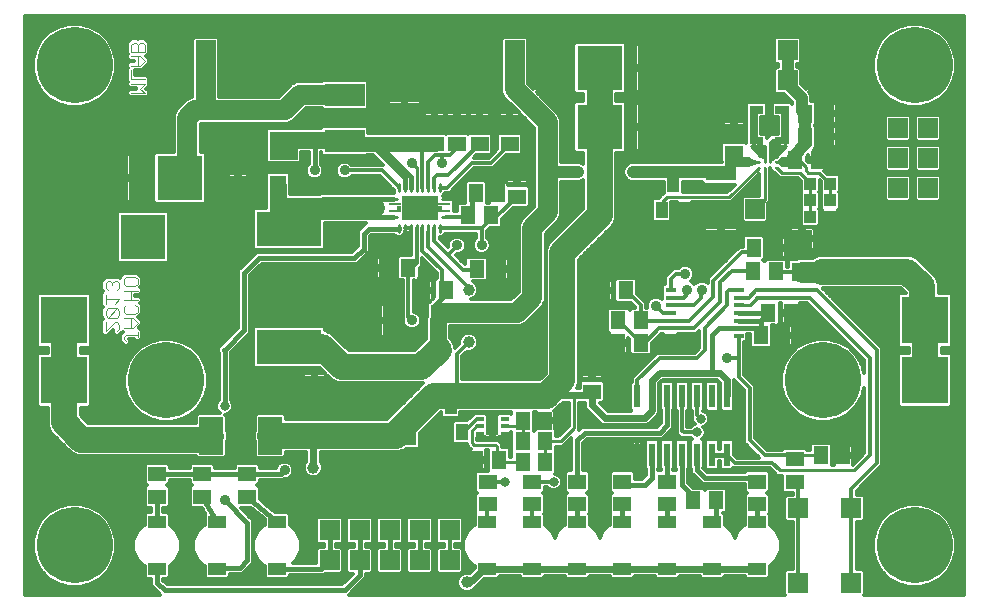
<source format=gbr>
G75*
G70*
%OFA0B0*%
%FSLAX24Y24*%
%IPPOS*%
%LPD*%
%AMOC8*
5,1,8,0,0,1.08239X$1,22.5*
%
%ADD10C,0.0040*%
%ADD11C,0.0110*%
%ADD12R,0.1201X0.0807*%
%ADD13R,0.0177X0.0157*%
%ADD14R,0.0443X0.0110*%
%ADD15R,0.0650X0.0650*%
%ADD16R,0.2165X0.1181*%
%ADD17R,0.1575X0.1575*%
%ADD18C,0.2540*%
%ADD19R,0.1502X0.1502*%
%ADD20R,0.1000X0.0500*%
%ADD21R,0.0512X0.0591*%
%ADD22R,0.0591X0.0512*%
%ADD23R,0.0945X0.0945*%
%ADD24R,0.0591X0.0413*%
%ADD25R,0.0500X0.1000*%
%ADD26R,0.0354X0.0138*%
%ADD27R,0.0220X0.0780*%
%ADD28R,0.0660X0.0660*%
%ADD29R,0.0710X0.0630*%
%ADD30R,0.0394X0.0551*%
%ADD31R,0.0787X0.1252*%
%ADD32R,0.0276X0.0118*%
%ADD33R,0.0394X0.0630*%
%ADD34R,0.1339X0.0748*%
%ADD35R,0.1500X0.1500*%
%ADD36R,0.0551X0.0709*%
%ADD37C,0.0118*%
%ADD38R,0.0252X0.1299*%
%ADD39R,0.0201X0.0252*%
%ADD40R,0.0394X0.0433*%
%ADD41R,0.1260X0.0709*%
%ADD42R,0.0669X0.0709*%
%ADD43C,0.0500*%
%ADD44C,0.0120*%
%ADD45C,0.0160*%
%ADD46C,0.0100*%
%ADD47C,0.0357*%
%ADD48C,0.0560*%
%ADD49C,0.0660*%
%ADD50C,0.0700*%
%ADD51C,0.0317*%
%ADD52C,0.0240*%
%ADD53C,0.0860*%
%ADD54C,0.0320*%
%ADD55C,0.0396*%
%ADD56C,0.0400*%
D10*
X003879Y013713D02*
X003802Y013789D01*
X003802Y013866D01*
X003879Y013943D01*
X004262Y013943D01*
X004262Y014019D02*
X004262Y013866D01*
X004109Y014173D02*
X003802Y014173D01*
X003652Y014124D02*
X003575Y014047D01*
X003652Y014124D02*
X003652Y014277D01*
X003575Y014354D01*
X003499Y014354D01*
X003192Y014047D01*
X003192Y014354D01*
X003269Y014508D02*
X003575Y014814D01*
X003269Y014814D01*
X003192Y014738D01*
X003192Y014584D01*
X003269Y014508D01*
X003575Y014508D01*
X003652Y014584D01*
X003652Y014738D01*
X003575Y014814D01*
X003499Y014968D02*
X003652Y015121D01*
X003192Y015121D01*
X003192Y014968D02*
X003192Y015275D01*
X003269Y015428D02*
X003192Y015505D01*
X003192Y015659D01*
X003269Y015735D01*
X003345Y015735D01*
X003422Y015659D01*
X003422Y015582D01*
X003422Y015659D02*
X003499Y015735D01*
X003575Y015735D01*
X003652Y015659D01*
X003652Y015505D01*
X003575Y015428D01*
X003802Y015401D02*
X004262Y015401D01*
X004186Y015554D02*
X003879Y015554D01*
X003802Y015631D01*
X003802Y015784D01*
X003879Y015861D01*
X004186Y015861D01*
X004262Y015784D01*
X004262Y015631D01*
X004186Y015554D01*
X004032Y015401D02*
X004032Y015094D01*
X003879Y014940D02*
X003802Y014864D01*
X003802Y014710D01*
X003879Y014633D01*
X004186Y014633D01*
X004262Y014710D01*
X004262Y014864D01*
X004186Y014940D01*
X004262Y015094D02*
X003802Y015094D01*
X003802Y014480D02*
X004109Y014480D01*
X004262Y014326D01*
X004109Y014173D01*
X004032Y014173D02*
X004032Y014480D01*
X004050Y021989D02*
X004510Y021989D01*
X004357Y022143D01*
X004510Y022296D01*
X004050Y022296D01*
X004050Y022449D02*
X004050Y022756D01*
X004050Y022910D02*
X004357Y022910D01*
X004510Y023063D01*
X004357Y023217D01*
X004050Y023217D01*
X004050Y023370D02*
X004050Y023600D01*
X004127Y023677D01*
X004204Y023677D01*
X004280Y023600D01*
X004280Y023370D01*
X004280Y023217D02*
X004280Y022910D01*
X004050Y023370D02*
X004510Y023370D01*
X004510Y023600D01*
X004434Y023677D01*
X004357Y023677D01*
X004280Y023600D01*
X004510Y022449D02*
X004050Y022449D01*
D11*
X012672Y018458D02*
X012896Y018458D01*
X012971Y018730D02*
X012971Y018954D01*
X013168Y018954D02*
X013168Y018730D01*
X013365Y018730D02*
X013365Y018954D01*
X013562Y018954D02*
X013562Y018730D01*
X013758Y018730D02*
X013758Y018954D01*
X013955Y018954D02*
X013955Y018730D01*
X014152Y018730D02*
X014152Y018954D01*
X014349Y018954D02*
X014349Y018730D01*
X014424Y018458D02*
X014648Y018458D01*
X014648Y017868D02*
X014424Y017868D01*
X014349Y017596D02*
X014349Y017372D01*
X014152Y017372D02*
X014152Y017596D01*
X013955Y017596D02*
X013955Y017372D01*
X013758Y017372D02*
X013758Y017596D01*
X013562Y017596D02*
X013562Y017372D01*
X013365Y017372D02*
X013365Y017596D01*
X013168Y017596D02*
X013168Y017372D01*
X012971Y017372D02*
X012971Y017596D01*
X012896Y017868D02*
X012672Y017868D01*
D12*
X013660Y018163D03*
D13*
X014349Y018163D03*
X012971Y018163D03*
D14*
X012843Y018281D03*
X012843Y018045D03*
X014477Y018045D03*
X014477Y018281D03*
D15*
X015833Y022413D03*
X016833Y022413D03*
X017833Y022413D03*
X017833Y023413D03*
X016833Y023413D03*
X015833Y023413D03*
X007535Y023413D03*
X006535Y023413D03*
X005535Y023413D03*
X005535Y022413D03*
X006535Y022413D03*
X007535Y022413D03*
X024928Y022413D03*
X025928Y022413D03*
X026928Y022413D03*
X026928Y023413D03*
X025928Y023413D03*
X024928Y023413D03*
X029609Y020822D03*
X030609Y020822D03*
X030609Y019822D03*
X029609Y019822D03*
X029609Y018822D03*
X030609Y018822D03*
X030609Y017822D03*
X029609Y017822D03*
X025837Y018122D03*
X024837Y018122D03*
X014660Y007413D03*
X013660Y007413D03*
X012660Y007413D03*
X011660Y007413D03*
X010660Y007413D03*
X010660Y006413D03*
X011660Y006413D03*
X012660Y006413D03*
X013660Y006413D03*
X014660Y006413D03*
D16*
X009308Y013529D03*
X009308Y017466D03*
D17*
X001810Y014413D03*
X001810Y012413D03*
X030510Y012413D03*
X030510Y014413D03*
D18*
X027107Y012413D03*
X030160Y006913D03*
X030160Y022913D03*
X005213Y012413D03*
X002160Y006913D03*
X002160Y022913D03*
D19*
X003219Y019163D03*
X004440Y017194D03*
X005660Y019163D03*
D20*
X013160Y020288D03*
X013160Y021913D03*
X023703Y019312D03*
X023703Y017687D03*
D21*
X024806Y016834D03*
X025554Y016834D03*
X025534Y016045D03*
X024786Y016045D03*
X025286Y014663D03*
X026034Y014663D03*
X025784Y013913D03*
X025036Y013913D03*
X021034Y013663D03*
X020286Y013663D03*
X020286Y014413D03*
X021034Y014413D03*
X020534Y015413D03*
X019786Y015413D03*
X016312Y016128D03*
X015564Y016128D03*
X014534Y015413D03*
X013786Y015413D03*
X013284Y016163D03*
X012536Y016163D03*
X015286Y017913D03*
X016034Y017913D03*
X016284Y018663D03*
X015536Y018663D03*
X017097Y011074D03*
X017099Y010378D03*
X017847Y010378D03*
X017845Y011074D03*
X016302Y009767D03*
X015554Y009767D03*
X017099Y009687D03*
X017847Y009687D03*
X022786Y008413D03*
X023534Y008413D03*
X027036Y009913D03*
X027784Y009913D03*
X026932Y019756D03*
X026184Y019756D03*
X026499Y020543D03*
X027247Y020543D03*
X027247Y021311D03*
X026499Y021311D03*
D22*
X024136Y020740D03*
X024136Y019992D03*
X016910Y019287D03*
X016910Y018539D03*
X016660Y020289D03*
X016660Y021037D03*
X015660Y021037D03*
X014910Y021037D03*
X014160Y021037D03*
X014160Y020289D03*
X014910Y020289D03*
X015660Y020289D03*
X019410Y012787D03*
X019410Y012039D03*
X018910Y009037D03*
X018910Y008289D03*
X017424Y008279D03*
X017424Y009027D03*
X015928Y009027D03*
X015928Y008279D03*
X020410Y008289D03*
X020410Y009037D03*
X021910Y009037D03*
X021910Y008289D03*
X024910Y008289D03*
X024910Y009037D03*
X026160Y009039D03*
X026160Y009787D03*
X007910Y009287D03*
X007910Y008539D03*
X006410Y008539D03*
X006410Y009287D03*
X004910Y009287D03*
X004910Y008539D03*
D23*
X007396Y020240D03*
X009129Y020240D03*
D24*
X008910Y007700D03*
X008910Y006126D03*
X006910Y006126D03*
X004910Y006126D03*
X004910Y007700D03*
X006910Y007700D03*
X015910Y007700D03*
X017410Y007700D03*
X018910Y007700D03*
X020410Y007700D03*
X021910Y007700D03*
X023410Y007700D03*
X024910Y007700D03*
X024910Y006126D03*
X023410Y006126D03*
X021910Y006126D03*
X020410Y006126D03*
X018910Y006126D03*
X017410Y006126D03*
X015910Y006126D03*
D25*
X014285Y014413D03*
X012660Y014413D03*
D26*
X022028Y014407D03*
X022028Y014151D03*
X022028Y013895D03*
X022028Y014663D03*
X022028Y014919D03*
X022028Y015175D03*
X022028Y015431D03*
X024292Y015431D03*
X024292Y015175D03*
X024292Y014919D03*
X024292Y014663D03*
X024292Y014407D03*
X024292Y014151D03*
X024292Y013895D03*
D27*
X023910Y011883D03*
X023410Y011883D03*
X022910Y011883D03*
X022410Y011883D03*
X021910Y011883D03*
X021410Y011883D03*
X020910Y011883D03*
X020910Y009943D03*
X021410Y009943D03*
X021910Y009943D03*
X022410Y009943D03*
X022910Y009943D03*
X023410Y009943D03*
X023910Y009943D03*
D28*
X026274Y008153D03*
X028046Y008153D03*
X028046Y005673D03*
X026274Y005673D03*
D29*
X026410Y016024D03*
X026410Y017144D03*
D30*
X022483Y018102D03*
X021735Y018102D03*
X022109Y018968D03*
X014695Y011557D03*
X014321Y010691D03*
X015069Y010691D03*
D31*
X008680Y010567D03*
X006711Y010567D03*
D32*
X015676Y010622D03*
X015676Y010878D03*
X015676Y011133D03*
X016503Y011133D03*
X016503Y010878D03*
X016503Y010622D03*
D33*
X016089Y010878D03*
D34*
X011160Y020395D03*
X011160Y021931D03*
D35*
X019660Y022834D03*
X021660Y022834D03*
X021660Y020866D03*
X019660Y020866D03*
D36*
X008940Y018897D03*
X007601Y018897D03*
D37*
X024963Y019500D03*
X024963Y019696D03*
X025160Y019696D03*
X025160Y019500D03*
X025357Y019500D03*
X025357Y019696D03*
X025554Y019696D03*
X025554Y019500D03*
D38*
X025841Y020917D03*
X024794Y020917D03*
D39*
X025016Y021441D03*
X025619Y021441D03*
X025619Y020393D03*
X025016Y020393D03*
D40*
X026676Y018968D03*
X026676Y018417D03*
X027345Y018417D03*
X027345Y018968D03*
X027345Y017866D03*
X026676Y017866D03*
D41*
X012916Y012807D03*
X012916Y010602D03*
D42*
X010160Y010622D03*
X010160Y012236D03*
D43*
X011266Y020289D02*
X011160Y020395D01*
X011266Y020289D02*
X012135Y020289D01*
X012660Y020289D01*
X013161Y020289D01*
X013160Y020288D01*
X013161Y020289D02*
X013660Y020289D01*
X014160Y020289D01*
D44*
X000520Y024553D02*
X000520Y005273D01*
X005017Y005273D01*
X004960Y005330D01*
X004710Y005580D01*
X004710Y005799D01*
X004565Y005799D01*
X004495Y005869D01*
X004495Y006228D01*
X004462Y006242D01*
X004239Y006465D01*
X004119Y006756D01*
X004119Y007070D01*
X004239Y007361D01*
X004462Y007584D01*
X004495Y007598D01*
X004495Y007957D01*
X004565Y008027D01*
X004710Y008027D01*
X004710Y008163D01*
X004565Y008163D01*
X004495Y008233D01*
X004495Y008845D01*
X004563Y008913D01*
X004495Y008981D01*
X004495Y009593D01*
X004565Y009663D01*
X005255Y009663D01*
X005325Y009593D01*
X005325Y009487D01*
X005995Y009487D01*
X005995Y009593D01*
X006065Y009663D01*
X006755Y009663D01*
X006825Y009593D01*
X006825Y009487D01*
X007495Y009487D01*
X007495Y009593D01*
X007565Y009663D01*
X008255Y009663D01*
X008325Y009593D01*
X008325Y009487D01*
X008868Y009487D01*
X008907Y009582D01*
X008991Y009666D01*
X009101Y009711D01*
X009219Y009711D01*
X009329Y009666D01*
X009413Y009582D01*
X009458Y009472D01*
X009458Y009354D01*
X009413Y009244D01*
X009329Y009160D01*
X009219Y009115D01*
X009144Y009115D01*
X009117Y009087D01*
X008325Y009087D01*
X008325Y008981D01*
X008257Y008913D01*
X008325Y008845D01*
X008325Y008452D01*
X008832Y008027D01*
X009255Y008027D01*
X009325Y007957D01*
X009325Y007598D01*
X009358Y007584D01*
X009581Y007361D01*
X009701Y007070D01*
X009701Y006756D01*
X009581Y006465D01*
X009442Y006326D01*
X010215Y006326D01*
X010215Y006788D01*
X010285Y006858D01*
X010460Y006858D01*
X010460Y006968D01*
X010285Y006968D01*
X010215Y007038D01*
X010215Y007788D01*
X010285Y007858D01*
X011035Y007858D01*
X011105Y007788D01*
X011105Y007038D01*
X011035Y006968D01*
X010860Y006968D01*
X010860Y006858D01*
X011035Y006858D01*
X011105Y006788D01*
X011105Y006038D01*
X011035Y005968D01*
X010494Y005968D01*
X010452Y005926D01*
X009325Y005926D01*
X009325Y005869D01*
X009255Y005799D01*
X008565Y005799D01*
X008495Y005869D01*
X008495Y006228D01*
X008462Y006242D01*
X008239Y006465D01*
X008119Y006756D01*
X008119Y007070D01*
X008239Y007361D01*
X008462Y007584D01*
X008495Y007598D01*
X008495Y007788D01*
X008047Y008163D01*
X007693Y008163D01*
X007993Y007863D01*
X008110Y007746D01*
X008110Y006330D01*
X007860Y006080D01*
X007743Y005963D01*
X007325Y005963D01*
X007325Y005869D01*
X007255Y005799D01*
X006565Y005799D01*
X006495Y005869D01*
X006495Y006228D01*
X006462Y006242D01*
X006239Y006465D01*
X006119Y006756D01*
X006119Y007070D01*
X006239Y007361D01*
X006462Y007584D01*
X006495Y007598D01*
X006495Y007957D01*
X006513Y007975D01*
X006401Y008163D01*
X006065Y008163D01*
X005995Y008233D01*
X005995Y008845D01*
X006063Y008913D01*
X005995Y008981D01*
X005995Y009087D01*
X005325Y009087D01*
X005325Y008981D01*
X005257Y008913D01*
X005325Y008845D01*
X005325Y008233D01*
X005255Y008163D01*
X005110Y008163D01*
X005110Y008027D01*
X005255Y008027D01*
X005325Y007957D01*
X005325Y007598D01*
X005358Y007584D01*
X005581Y007361D01*
X005701Y007070D01*
X005701Y006756D01*
X005581Y006465D01*
X005358Y006242D01*
X005325Y006228D01*
X005325Y005869D01*
X005255Y005799D01*
X005110Y005799D01*
X005110Y005746D01*
X005243Y005613D01*
X011077Y005613D01*
X011432Y005968D01*
X011285Y005968D01*
X011215Y006038D01*
X011215Y006788D01*
X011285Y006858D01*
X011460Y006858D01*
X011460Y006968D01*
X011285Y006968D01*
X011215Y007038D01*
X011215Y007788D01*
X011285Y007858D01*
X012035Y007858D01*
X012105Y007788D01*
X012105Y007038D01*
X012035Y006968D01*
X011860Y006968D01*
X011860Y006858D01*
X012035Y006858D01*
X012105Y006788D01*
X012105Y006038D01*
X012035Y005968D01*
X011860Y005968D01*
X011860Y005830D01*
X011743Y005713D01*
X011303Y005273D01*
X025844Y005273D01*
X025824Y005293D01*
X025824Y006053D01*
X025894Y006123D01*
X026094Y006123D01*
X026094Y007703D01*
X025894Y007703D01*
X025824Y007773D01*
X025824Y008533D01*
X025894Y008603D01*
X026094Y008603D01*
X026094Y008663D01*
X025815Y008663D01*
X025745Y008733D01*
X025745Y009243D01*
X025745Y009243D01*
X025735Y009233D01*
X025585Y009233D01*
X025335Y009483D01*
X024120Y009483D01*
X024070Y009433D01*
X023750Y009433D01*
X023680Y009503D01*
X023680Y009743D01*
X023640Y009743D01*
X023640Y009503D01*
X023570Y009433D01*
X023250Y009433D01*
X023180Y009503D01*
X023180Y010383D01*
X023250Y010453D01*
X023570Y010453D01*
X023640Y010383D01*
X023640Y010143D01*
X023680Y010143D01*
X023680Y010383D01*
X023750Y010453D01*
X024070Y010453D01*
X024140Y010383D01*
X024140Y009938D01*
X024235Y009843D01*
X024975Y009843D01*
X024480Y010338D01*
X024480Y012088D01*
X024150Y012418D01*
X024150Y011865D01*
X024140Y011841D01*
X024140Y011443D01*
X024070Y011373D01*
X023750Y011373D01*
X023680Y011443D01*
X023680Y011841D01*
X023670Y011865D01*
X023670Y012314D01*
X023561Y012423D01*
X021759Y012423D01*
X021650Y012314D01*
X021650Y011365D01*
X021613Y011277D01*
X021546Y011210D01*
X021546Y011210D01*
X021363Y011027D01*
X021363Y011027D01*
X021296Y010960D01*
X021208Y010923D01*
X019787Y010923D01*
X019699Y010960D01*
X019276Y011383D01*
X019209Y011450D01*
X019172Y011538D01*
X019172Y011663D01*
X019065Y011663D01*
X019055Y011673D01*
X018991Y011673D01*
X018991Y010777D01*
X019077Y010863D01*
X021577Y010863D01*
X021710Y010996D01*
X021710Y011413D01*
X021680Y011443D01*
X021680Y012323D01*
X021750Y012393D01*
X022070Y012393D01*
X022140Y012323D01*
X022140Y011443D01*
X022110Y011413D01*
X022110Y010830D01*
X021993Y010713D01*
X021743Y010463D01*
X019243Y010463D01*
X019110Y010330D01*
X019110Y009413D01*
X019255Y009413D01*
X019325Y009343D01*
X019325Y008731D01*
X019257Y008663D01*
X019325Y008595D01*
X019325Y007983D01*
X019312Y007970D01*
X019325Y007957D01*
X019325Y007598D01*
X019358Y007584D01*
X019581Y007361D01*
X019660Y007171D01*
X019739Y007361D01*
X019962Y007584D01*
X019995Y007598D01*
X019995Y007957D01*
X020008Y007970D01*
X019995Y007983D01*
X019995Y008595D01*
X020063Y008663D01*
X019995Y008731D01*
X019995Y009343D01*
X020065Y009413D01*
X020755Y009413D01*
X020825Y009343D01*
X020825Y009113D01*
X021077Y009113D01*
X021210Y009246D01*
X021210Y009473D01*
X021180Y009503D01*
X021180Y010383D01*
X021250Y010453D01*
X021570Y010453D01*
X021640Y010383D01*
X021640Y009503D01*
X021610Y009473D01*
X021610Y009413D01*
X021710Y009413D01*
X021710Y009473D01*
X021680Y009503D01*
X021680Y010383D01*
X021750Y010453D01*
X022070Y010453D01*
X022140Y010383D01*
X022140Y009503D01*
X022110Y009473D01*
X022110Y009413D01*
X022210Y009413D01*
X022210Y009473D01*
X022180Y009503D01*
X022180Y010383D01*
X022250Y010453D01*
X022570Y010453D01*
X022640Y010383D01*
X022640Y009503D01*
X022610Y009473D01*
X022610Y008996D01*
X022778Y008828D01*
X023092Y008828D01*
X023160Y008760D01*
X023228Y008828D01*
X023840Y008828D01*
X023910Y008758D01*
X023910Y008068D01*
X023840Y007998D01*
X023784Y007998D01*
X023825Y007957D01*
X023825Y007598D01*
X023858Y007584D01*
X024081Y007361D01*
X024160Y007171D01*
X024239Y007361D01*
X024462Y007584D01*
X024495Y007598D01*
X024495Y007957D01*
X024508Y007970D01*
X024495Y007983D01*
X024495Y008595D01*
X024563Y008663D01*
X024495Y008731D01*
X024495Y008963D01*
X023077Y008963D01*
X022960Y009080D01*
X022710Y009330D01*
X022710Y009473D01*
X022680Y009503D01*
X022680Y010383D01*
X022750Y010453D01*
X022702Y010501D01*
X022389Y010501D01*
X022283Y010606D01*
X022230Y010659D01*
X022230Y011393D01*
X022180Y011443D01*
X022180Y012323D01*
X022250Y012393D01*
X022570Y012393D01*
X022640Y012323D01*
X022640Y011443D01*
X022590Y011393D01*
X022590Y010861D01*
X022702Y010861D01*
X022758Y010917D01*
X022827Y010946D01*
X022798Y010976D01*
X022755Y011078D01*
X022755Y011158D01*
X022730Y011183D01*
X022730Y011393D01*
X022680Y011443D01*
X022680Y012323D01*
X022750Y012393D01*
X023070Y012393D01*
X023140Y012323D01*
X023140Y011443D01*
X023103Y011407D01*
X023192Y011370D01*
X023270Y011291D01*
X023313Y011189D01*
X023313Y011078D01*
X023270Y010976D01*
X023192Y010897D01*
X023122Y010868D01*
X023152Y010839D01*
X023195Y010736D01*
X023195Y010625D01*
X023152Y010523D01*
X023076Y010447D01*
X023140Y010383D01*
X023140Y009503D01*
X023121Y009485D01*
X023243Y009363D01*
X024515Y009363D01*
X024565Y009413D01*
X025255Y009413D01*
X025325Y009343D01*
X025325Y008731D01*
X025257Y008663D01*
X025325Y008595D01*
X025325Y007983D01*
X025312Y007970D01*
X025325Y007957D01*
X025325Y007598D01*
X025358Y007584D01*
X025581Y007361D01*
X025701Y007070D01*
X025701Y006756D01*
X025581Y006465D01*
X025358Y006242D01*
X025325Y006228D01*
X025325Y005869D01*
X025255Y005799D01*
X024565Y005799D01*
X024495Y005869D01*
X024495Y005886D01*
X023825Y005886D01*
X023825Y005869D01*
X023755Y005799D01*
X023065Y005799D01*
X022995Y005869D01*
X022995Y005886D01*
X022325Y005886D01*
X022325Y005869D01*
X022255Y005799D01*
X021565Y005799D01*
X021495Y005869D01*
X021495Y005886D01*
X020825Y005886D01*
X020825Y005869D01*
X020755Y005799D01*
X020065Y005799D01*
X019995Y005869D01*
X019995Y005886D01*
X019325Y005886D01*
X019325Y005869D01*
X019255Y005799D01*
X018565Y005799D01*
X018495Y005869D01*
X018495Y005886D01*
X017825Y005886D01*
X017825Y005869D01*
X017755Y005799D01*
X017065Y005799D01*
X016995Y005869D01*
X016995Y005886D01*
X016325Y005886D01*
X016325Y005869D01*
X016255Y005799D01*
X015814Y005799D01*
X015493Y005477D01*
X015480Y005472D01*
X015419Y005411D01*
X015302Y005363D01*
X015175Y005363D01*
X015059Y005411D01*
X014969Y005501D01*
X014921Y005617D01*
X014921Y005744D01*
X014969Y005861D01*
X015059Y005950D01*
X015175Y005999D01*
X015302Y005999D01*
X015326Y005989D01*
X015495Y006158D01*
X015495Y006228D01*
X015462Y006242D01*
X015239Y006465D01*
X015119Y006756D01*
X015119Y007070D01*
X015239Y007361D01*
X015462Y007584D01*
X015495Y007598D01*
X015495Y007957D01*
X015512Y007975D01*
X015512Y008585D01*
X015581Y008653D01*
X015512Y008722D01*
X015512Y009333D01*
X015583Y009403D01*
X015945Y009403D01*
X015926Y009422D01*
X015926Y010078D01*
X015868Y010078D01*
X015870Y010075D01*
X015870Y009827D01*
X015614Y009827D01*
X015614Y009707D01*
X015870Y009707D01*
X015870Y009460D01*
X015860Y009438D01*
X015844Y009421D01*
X015822Y009412D01*
X015614Y009412D01*
X015614Y009707D01*
X015494Y009707D01*
X015494Y009412D01*
X015286Y009412D01*
X015264Y009421D01*
X015247Y009438D01*
X015238Y009460D01*
X015238Y009707D01*
X015494Y009707D01*
X015494Y009827D01*
X015238Y009827D01*
X015238Y010075D01*
X015247Y010097D01*
X015264Y010113D01*
X015286Y010123D01*
X015360Y010123D01*
X015305Y010177D01*
X015226Y010256D01*
X015226Y010295D01*
X014823Y010295D01*
X014753Y010365D01*
X014753Y011016D01*
X014823Y011086D01*
X015246Y011086D01*
X015464Y011303D01*
X015479Y011303D01*
X015488Y011313D01*
X015863Y011313D01*
X015923Y011253D01*
X016051Y011253D01*
X016051Y010916D01*
X016128Y010916D01*
X016128Y011253D01*
X016255Y011253D01*
X016315Y011313D01*
X016690Y011313D01*
X016721Y011281D01*
X016721Y011347D01*
X015012Y011347D01*
X015012Y011231D01*
X014942Y011161D01*
X014449Y011161D01*
X014379Y011231D01*
X014379Y011347D01*
X014360Y011347D01*
X013666Y010653D01*
X013666Y010198D01*
X013596Y010128D01*
X013219Y010128D01*
X013192Y010100D01*
X012990Y010017D01*
X010361Y010017D01*
X010361Y009709D01*
X010390Y009680D01*
X010439Y009563D01*
X010439Y009436D01*
X010390Y009319D01*
X010301Y009230D01*
X010184Y009181D01*
X010057Y009181D01*
X009940Y009230D01*
X009851Y009319D01*
X009803Y009436D01*
X009803Y009563D01*
X009851Y009680D01*
X009881Y009709D01*
X009881Y010017D01*
X009193Y010017D01*
X009193Y009891D01*
X009123Y009821D01*
X008236Y009821D01*
X008166Y009891D01*
X008166Y010369D01*
X008130Y010457D01*
X008130Y010676D01*
X008166Y010764D01*
X008166Y011242D01*
X008236Y011313D01*
X009123Y011313D01*
X009193Y011242D01*
X009193Y011117D01*
X012574Y011117D01*
X013773Y012316D01*
X010956Y012316D01*
X010754Y012399D01*
X010599Y012554D01*
X010555Y012599D01*
X010555Y012296D01*
X010220Y012296D01*
X010100Y012296D01*
X010100Y012650D01*
X009813Y012650D01*
X009791Y012641D01*
X009774Y012624D01*
X009765Y012602D01*
X009765Y012296D01*
X010100Y012296D01*
X010100Y012176D01*
X009765Y012176D01*
X009765Y011870D01*
X009774Y011848D01*
X009791Y011831D01*
X009813Y011821D01*
X010100Y011821D01*
X010100Y012176D01*
X010220Y012176D01*
X010220Y012296D01*
X010220Y012650D01*
X010503Y012650D01*
X010335Y012819D01*
X008175Y012819D01*
X008105Y012889D01*
X008105Y014169D01*
X008175Y014240D01*
X010440Y014240D01*
X010510Y014169D01*
X010510Y014079D01*
X010512Y014079D01*
X010714Y013995D01*
X011293Y013416D01*
X013495Y013416D01*
X013885Y013806D01*
X013885Y014493D01*
X013915Y014565D01*
X013915Y014963D01*
X013985Y015033D01*
X013997Y015033D01*
X014022Y015058D01*
X013846Y015058D01*
X013846Y015353D01*
X013846Y015473D01*
X014102Y015473D01*
X014102Y015720D01*
X014093Y015742D01*
X014076Y015759D01*
X014054Y015768D01*
X013846Y015768D01*
X013846Y015473D01*
X013726Y015473D01*
X013726Y015768D01*
X013610Y015768D01*
X013660Y015818D01*
X013660Y016158D01*
X013742Y016240D01*
X013742Y016498D01*
X014230Y016010D01*
X014230Y015828D01*
X014228Y015828D01*
X014158Y015758D01*
X014158Y015194D01*
X014102Y015138D01*
X014102Y015353D01*
X013846Y015353D01*
X013726Y015353D01*
X013726Y015058D01*
X013518Y015058D01*
X013496Y015067D01*
X013479Y015084D01*
X013470Y015106D01*
X013470Y015353D01*
X013726Y015353D01*
X013726Y015473D01*
X013470Y015473D01*
X013470Y015720D01*
X013479Y015742D01*
X013485Y015748D01*
X013464Y015748D01*
X013464Y014711D01*
X013469Y014711D01*
X013579Y014666D01*
X013663Y014582D01*
X013708Y014472D01*
X013708Y014354D01*
X013663Y014244D01*
X013579Y014160D01*
X013469Y014115D01*
X013351Y014115D01*
X013241Y014160D01*
X013157Y014244D01*
X013112Y014354D01*
X013112Y014457D01*
X013104Y014464D01*
X013104Y015748D01*
X012978Y015748D01*
X012908Y015818D01*
X012908Y016508D01*
X012978Y016578D01*
X013382Y016578D01*
X013382Y017257D01*
X013380Y017257D01*
X013365Y017257D01*
X013365Y017484D01*
X013365Y017484D01*
X013365Y017484D01*
X013171Y017484D01*
X013171Y017484D01*
X013250Y017484D01*
X013365Y017484D01*
X013365Y017257D01*
X013350Y017257D01*
X013320Y017264D01*
X013294Y017280D01*
X013273Y017301D01*
X013266Y017312D01*
X013260Y017301D01*
X013239Y017280D01*
X013212Y017264D01*
X013183Y017257D01*
X013168Y017257D01*
X013168Y017388D01*
X013168Y017388D01*
X013168Y017257D01*
X013153Y017257D01*
X013123Y017264D01*
X013116Y017269D01*
X013044Y017197D01*
X012898Y017197D01*
X012823Y017272D01*
X012054Y017272D01*
X011994Y017212D01*
X011994Y016720D01*
X011877Y016603D01*
X011562Y016288D01*
X008392Y016288D01*
X008017Y015913D01*
X008017Y014003D01*
X007900Y013886D01*
X007360Y013346D01*
X007360Y011749D01*
X007396Y011713D01*
X007439Y011610D01*
X007439Y011499D01*
X007396Y011397D01*
X007318Y011318D01*
X007215Y011276D01*
X007191Y011276D01*
X007225Y011242D01*
X007225Y010764D01*
X007261Y010676D01*
X007261Y010457D01*
X007225Y010369D01*
X007225Y009891D01*
X007155Y009821D01*
X006268Y009821D01*
X006197Y009891D01*
X006197Y009894D01*
X002275Y009894D01*
X002073Y009978D01*
X001918Y010133D01*
X001343Y010708D01*
X001260Y010910D01*
X001260Y011506D01*
X000972Y011506D01*
X000902Y011576D01*
X000902Y013250D01*
X000972Y013320D01*
X001260Y013320D01*
X001260Y013506D01*
X000972Y013506D01*
X000902Y013576D01*
X000902Y015250D01*
X000972Y015320D01*
X002647Y015320D01*
X002717Y015250D01*
X002717Y013576D01*
X002647Y013506D01*
X002360Y013506D01*
X002360Y013320D01*
X002647Y013320D01*
X002717Y013250D01*
X002717Y011576D01*
X002647Y011506D01*
X002360Y011506D01*
X002360Y011247D01*
X002612Y010994D01*
X006197Y010994D01*
X006197Y011242D01*
X006268Y011313D01*
X007016Y011313D01*
X007002Y011318D01*
X006924Y011397D01*
X006881Y011499D01*
X006881Y011610D01*
X006924Y011713D01*
X006960Y011749D01*
X006960Y013322D01*
X006948Y013334D01*
X006948Y013500D01*
X006960Y013512D01*
X006960Y013512D01*
X007077Y013629D01*
X007617Y014169D01*
X007617Y016079D01*
X008110Y016571D01*
X008227Y016688D01*
X011396Y016688D01*
X011594Y016886D01*
X011594Y017378D01*
X011771Y017555D01*
X011884Y017668D01*
X010510Y017668D01*
X010510Y016826D01*
X010440Y016756D01*
X008175Y016756D01*
X008105Y016826D01*
X008105Y018106D01*
X008175Y018177D01*
X008540Y018177D01*
X008540Y018977D01*
X008544Y018987D01*
X008544Y019301D01*
X008614Y019372D01*
X009265Y019372D01*
X009335Y019301D01*
X009335Y018987D01*
X009340Y018977D01*
X009340Y018633D01*
X010347Y018633D01*
X010372Y018658D01*
X012796Y018658D01*
X012796Y018763D01*
X012791Y018768D01*
X012791Y018777D01*
X012335Y019233D01*
X011402Y019233D01*
X011329Y019160D01*
X011219Y019115D01*
X011101Y019115D01*
X010991Y019160D01*
X010907Y019244D01*
X010862Y019354D01*
X010862Y019472D01*
X010907Y019582D01*
X010991Y019666D01*
X011101Y019711D01*
X011219Y019711D01*
X011329Y019666D01*
X011402Y019593D01*
X012447Y019593D01*
X012121Y019919D01*
X011897Y019919D01*
X011879Y019901D01*
X010441Y019901D01*
X010371Y019972D01*
X010371Y020013D01*
X010360Y020013D01*
X010360Y019635D01*
X010413Y019582D01*
X010458Y019472D01*
X010458Y019354D01*
X010413Y019244D01*
X010329Y019160D01*
X010219Y019115D01*
X010101Y019115D01*
X009991Y019160D01*
X009907Y019244D01*
X009862Y019354D01*
X009862Y019472D01*
X009907Y019582D01*
X009960Y019635D01*
X009960Y020013D01*
X009721Y020013D01*
X009721Y019718D01*
X009651Y019647D01*
X008606Y019647D01*
X008536Y019718D01*
X008536Y020762D01*
X008606Y020832D01*
X009651Y020832D01*
X009670Y020813D01*
X010371Y020813D01*
X010371Y020819D01*
X010441Y020889D01*
X011879Y020889D01*
X011949Y020819D01*
X011949Y020659D01*
X013809Y020659D01*
X013815Y020665D01*
X014505Y020665D01*
X014535Y020635D01*
X014565Y020665D01*
X015255Y020665D01*
X015285Y020635D01*
X015315Y020665D01*
X016005Y020665D01*
X016075Y020595D01*
X016075Y019983D01*
X016005Y019913D01*
X015539Y019913D01*
X015469Y019843D01*
X015959Y019843D01*
X016245Y020128D01*
X016245Y020595D01*
X016315Y020665D01*
X017005Y020665D01*
X017075Y020595D01*
X017075Y019983D01*
X017005Y019913D01*
X016539Y019913D01*
X016109Y019483D01*
X015485Y019483D01*
X014664Y018662D01*
X014524Y018662D01*
X014524Y018657D01*
X014440Y018573D01*
X014536Y018573D01*
X014536Y018458D01*
X014536Y018458D01*
X014763Y018458D01*
X014763Y018443D01*
X014763Y018441D01*
X014818Y018386D01*
X014818Y018176D01*
X014805Y018163D01*
X014818Y018150D01*
X014818Y018048D01*
X014910Y018048D01*
X014910Y018258D01*
X014980Y018328D01*
X015160Y018328D01*
X015160Y019008D01*
X015230Y019078D01*
X015842Y019078D01*
X015912Y019008D01*
X015912Y018328D01*
X015983Y018328D01*
X015977Y018334D01*
X015968Y018356D01*
X015968Y018603D01*
X016224Y018603D01*
X016224Y018723D01*
X015968Y018723D01*
X015968Y018970D01*
X015977Y018992D01*
X015994Y019009D01*
X016016Y019018D01*
X016224Y019018D01*
X016224Y018723D01*
X016344Y018723D01*
X016344Y019018D01*
X016552Y019018D01*
X016556Y019017D01*
X016555Y019019D01*
X016555Y019227D01*
X016850Y019227D01*
X016970Y019227D01*
X016970Y018971D01*
X017217Y018971D01*
X017239Y018980D01*
X017256Y018997D01*
X017265Y019019D01*
X017265Y019227D01*
X016970Y019227D01*
X016970Y019347D01*
X017265Y019347D01*
X017265Y019555D01*
X017256Y019577D01*
X017239Y019594D01*
X017217Y019603D01*
X016970Y019603D01*
X016970Y019347D01*
X016850Y019347D01*
X016850Y019227D01*
X016850Y018971D01*
X016603Y018971D01*
X016599Y018973D01*
X016600Y018970D01*
X016600Y018915D01*
X017255Y018915D01*
X017325Y018845D01*
X017325Y018233D01*
X017255Y018163D01*
X016779Y018163D01*
X016410Y017794D01*
X016410Y017568D01*
X016340Y017498D01*
X015999Y017498D01*
X015911Y017409D01*
X015911Y017159D01*
X015984Y017086D01*
X016029Y016976D01*
X016029Y016857D01*
X015984Y016747D01*
X015900Y016664D01*
X015790Y016618D01*
X015672Y016618D01*
X015562Y016664D01*
X015478Y016747D01*
X015432Y016857D01*
X015432Y016976D01*
X015478Y017086D01*
X015551Y017159D01*
X015551Y017304D01*
X014524Y017304D01*
X014524Y017299D01*
X014422Y017197D01*
X014332Y017197D01*
X014332Y017133D01*
X014612Y016854D01*
X014612Y016972D01*
X014657Y017082D01*
X014741Y017166D01*
X014851Y017211D01*
X014969Y017211D01*
X015079Y017166D01*
X015163Y017082D01*
X015208Y016972D01*
X015208Y016854D01*
X015163Y016744D01*
X015079Y016660D01*
X014969Y016615D01*
X014892Y016615D01*
X014871Y016594D01*
X015179Y016286D01*
X015188Y016286D01*
X015188Y016473D01*
X015258Y016543D01*
X015869Y016543D01*
X015939Y016473D01*
X015939Y015783D01*
X015869Y015712D01*
X015445Y015712D01*
X015478Y015698D01*
X015567Y015609D01*
X015616Y015492D01*
X015616Y015365D01*
X015567Y015249D01*
X015478Y015159D01*
X015367Y015113D01*
X016724Y015113D01*
X016960Y015349D01*
X016960Y017587D01*
X017029Y017753D01*
X017486Y018210D01*
X017486Y020829D01*
X017015Y021299D01*
X017015Y021097D01*
X016720Y021097D01*
X016720Y020977D01*
X016720Y020721D01*
X016967Y020721D01*
X016989Y020730D01*
X017006Y020747D01*
X017015Y020769D01*
X017015Y020977D01*
X016720Y020977D01*
X016600Y020977D01*
X016600Y020721D01*
X016353Y020721D01*
X016331Y020730D01*
X016314Y020747D01*
X016305Y020769D01*
X016305Y020977D01*
X016600Y020977D01*
X016600Y021097D01*
X016305Y021097D01*
X016305Y021305D01*
X016314Y021327D01*
X016331Y021344D01*
X016353Y021353D01*
X016600Y021353D01*
X016600Y021097D01*
X016720Y021097D01*
X016720Y021353D01*
X016962Y021353D01*
X016578Y021736D01*
X016452Y021863D01*
X016383Y022028D01*
X016383Y023503D01*
X016388Y023515D01*
X016388Y023788D01*
X016459Y023858D01*
X016732Y023858D01*
X016744Y023863D01*
X016923Y023863D01*
X016935Y023858D01*
X017208Y023858D01*
X017278Y023788D01*
X017278Y023515D01*
X017283Y023503D01*
X017283Y022304D01*
X017448Y022139D01*
X017448Y022385D01*
X017806Y022385D01*
X017861Y022385D01*
X017861Y022028D01*
X018170Y022028D01*
X018192Y022037D01*
X018209Y022054D01*
X018218Y022076D01*
X018218Y022385D01*
X017861Y022385D01*
X017861Y022440D01*
X018218Y022440D01*
X018218Y022750D01*
X018209Y022772D01*
X018192Y022789D01*
X018170Y022798D01*
X017861Y022798D01*
X017861Y022440D01*
X017806Y022440D01*
X017806Y022385D01*
X017806Y022028D01*
X017559Y022028D01*
X018317Y021270D01*
X018386Y021105D01*
X018386Y019682D01*
X019003Y019682D01*
X019110Y019638D01*
X019110Y019996D01*
X018860Y019996D01*
X018790Y020066D01*
X018790Y021665D01*
X018860Y021736D01*
X019110Y021736D01*
X019110Y021964D01*
X018860Y021964D01*
X018790Y022035D01*
X018790Y023634D01*
X018860Y023704D01*
X020460Y023704D01*
X020530Y023634D01*
X020530Y022035D01*
X020460Y021964D01*
X020210Y021964D01*
X020210Y021736D01*
X020460Y021736D01*
X020530Y021665D01*
X020530Y020066D01*
X020460Y019996D01*
X020210Y019996D01*
X020210Y017804D01*
X020126Y017601D01*
X020028Y017503D01*
X018960Y016435D01*
X018960Y012304D01*
X018898Y012153D01*
X018995Y012153D01*
X018995Y012345D01*
X019065Y012415D01*
X019755Y012415D01*
X019825Y012345D01*
X019825Y011733D01*
X019755Y011663D01*
X019675Y011663D01*
X019935Y011403D01*
X020720Y011403D01*
X020680Y011443D01*
X020680Y012323D01*
X020730Y012373D01*
X020730Y012488D01*
X021480Y013238D01*
X021585Y013343D01*
X022835Y013343D01*
X022980Y013488D01*
X022980Y014065D01*
X022886Y013971D01*
X022265Y013971D01*
X022265Y013895D01*
X022028Y013895D01*
X022028Y013895D01*
X022028Y013766D01*
X021839Y013766D01*
X021817Y013776D01*
X021800Y013792D01*
X021791Y013814D01*
X021791Y013895D01*
X022028Y013895D01*
X022028Y013895D01*
X022028Y013766D01*
X022217Y013766D01*
X022239Y013776D01*
X022256Y013792D01*
X022265Y013814D01*
X022265Y013895D01*
X022028Y013895D01*
X022028Y013895D01*
X021791Y013895D01*
X021791Y013971D01*
X021723Y013971D01*
X021410Y013658D01*
X021410Y013318D01*
X021340Y013248D01*
X020728Y013248D01*
X020658Y013318D01*
X020658Y013786D01*
X020602Y013843D01*
X020602Y013723D01*
X020346Y013723D01*
X020346Y013603D01*
X020602Y013603D01*
X020602Y013356D01*
X020593Y013334D01*
X020576Y013317D01*
X020554Y013308D01*
X020346Y013308D01*
X020346Y013603D01*
X020226Y013603D01*
X020226Y013308D01*
X020018Y013308D01*
X019996Y013317D01*
X019979Y013334D01*
X019970Y013356D01*
X019970Y013603D01*
X020226Y013603D01*
X020226Y013723D01*
X019970Y013723D01*
X019970Y013970D01*
X019979Y013992D01*
X019985Y013998D01*
X019980Y013998D01*
X019910Y014068D01*
X019910Y014758D01*
X019980Y014828D01*
X020592Y014828D01*
X020660Y014760D01*
X020728Y014828D01*
X020854Y014828D01*
X020854Y014838D01*
X020695Y014998D01*
X020228Y014998D01*
X020158Y015068D01*
X020158Y015758D01*
X020228Y015828D01*
X020840Y015828D01*
X020910Y015758D01*
X020910Y015292D01*
X021109Y015093D01*
X021214Y014988D01*
X021214Y014828D01*
X021251Y014828D01*
X021243Y014846D01*
X021243Y014964D01*
X021289Y015074D01*
X021373Y015158D01*
X021483Y015204D01*
X021601Y015204D01*
X021711Y015158D01*
X021731Y015138D01*
X021731Y015293D01*
X021740Y015303D01*
X021731Y015312D01*
X021731Y015549D01*
X021801Y015620D01*
X021848Y015620D01*
X021848Y015871D01*
X022027Y016051D01*
X022133Y016156D01*
X022288Y016156D01*
X022351Y016219D01*
X022461Y016265D01*
X022580Y016265D01*
X022689Y016219D01*
X022773Y016135D01*
X022819Y016026D01*
X022819Y015907D01*
X022773Y015797D01*
X022696Y015720D01*
X022756Y015696D01*
X022824Y015627D01*
X022893Y015696D01*
X023002Y015741D01*
X023121Y015741D01*
X023231Y015696D01*
X023267Y015659D01*
X023267Y015814D01*
X023373Y015920D01*
X024224Y016771D01*
X024330Y016876D01*
X024430Y016876D01*
X024430Y017179D01*
X024500Y017250D01*
X025111Y017250D01*
X025182Y017179D01*
X025182Y016489D01*
X025122Y016430D01*
X025160Y016392D01*
X025228Y016460D01*
X025840Y016460D01*
X025910Y016390D01*
X025910Y016204D01*
X025935Y016204D01*
X025935Y016389D01*
X026005Y016459D01*
X026232Y016459D01*
X026317Y016494D01*
X026751Y016494D01*
X026758Y016501D01*
X026960Y016585D01*
X030033Y016585D01*
X030235Y016501D01*
X030390Y016347D01*
X030876Y015860D01*
X030960Y015658D01*
X030960Y015320D01*
X031348Y015320D01*
X031418Y015250D01*
X031418Y013576D01*
X031348Y013506D01*
X031060Y013506D01*
X031060Y013320D01*
X031348Y013320D01*
X031418Y013250D01*
X031418Y011576D01*
X031348Y011506D01*
X029673Y011506D01*
X029603Y011576D01*
X029603Y013250D01*
X029673Y013320D01*
X029960Y013320D01*
X029960Y013506D01*
X029673Y013506D01*
X029603Y013576D01*
X029603Y015250D01*
X029673Y015320D01*
X029860Y015320D01*
X029860Y015321D01*
X029696Y015485D01*
X027093Y015485D01*
X029090Y013488D01*
X029090Y009588D01*
X028985Y009483D01*
X028226Y008724D01*
X028226Y008603D01*
X028426Y008603D01*
X028496Y008533D01*
X028496Y007773D01*
X028426Y007703D01*
X028226Y007703D01*
X028226Y006123D01*
X028426Y006123D01*
X028496Y006053D01*
X028496Y005293D01*
X028476Y005273D01*
X031800Y005273D01*
X031800Y024553D01*
X000520Y024553D01*
X000520Y024466D02*
X031800Y024466D01*
X031800Y024347D02*
X000520Y024347D01*
X000520Y024229D02*
X001699Y024229D01*
X001623Y024208D02*
X001307Y024025D01*
X001048Y023766D01*
X000865Y023450D01*
X000770Y023096D01*
X000770Y022730D01*
X000865Y022376D01*
X001048Y022060D01*
X001307Y021801D01*
X001623Y021618D01*
X001977Y021523D01*
X002343Y021523D01*
X002697Y021618D01*
X003013Y021801D01*
X003272Y022060D01*
X003455Y022376D01*
X003550Y022730D01*
X003550Y023096D01*
X003455Y023450D01*
X003272Y023766D01*
X003013Y024025D01*
X002697Y024208D01*
X002343Y024303D01*
X001977Y024303D01*
X001623Y024208D01*
X001453Y024110D02*
X000520Y024110D01*
X000520Y023992D02*
X001273Y023992D01*
X001154Y023873D02*
X000520Y023873D01*
X000520Y023755D02*
X001041Y023755D01*
X000972Y023636D02*
X000520Y023636D01*
X000520Y023518D02*
X000904Y023518D01*
X000851Y023399D02*
X000520Y023399D01*
X000520Y023281D02*
X000819Y023281D01*
X000788Y023162D02*
X000520Y023162D01*
X000520Y023044D02*
X000770Y023044D01*
X000770Y022925D02*
X000520Y022925D01*
X000520Y022807D02*
X000770Y022807D01*
X000781Y022688D02*
X000520Y022688D01*
X000520Y022570D02*
X000813Y022570D01*
X000845Y022451D02*
X000520Y022451D01*
X000520Y022333D02*
X000890Y022333D01*
X000959Y022214D02*
X000520Y022214D01*
X000520Y022096D02*
X001027Y022096D01*
X001130Y021977D02*
X000520Y021977D01*
X000520Y021859D02*
X001249Y021859D01*
X001412Y021740D02*
X000520Y021740D01*
X000520Y021622D02*
X001617Y021622D01*
X002703Y021622D02*
X005732Y021622D01*
X005655Y021544D02*
X005529Y021418D01*
X005460Y021253D01*
X005460Y020034D01*
X004859Y020034D01*
X004789Y019964D01*
X004789Y018362D01*
X004859Y018292D01*
X006461Y018292D01*
X006531Y018362D01*
X006531Y019964D01*
X006461Y020034D01*
X006360Y020034D01*
X006360Y020963D01*
X009250Y020963D01*
X009415Y021031D01*
X009541Y021158D01*
X009864Y021481D01*
X010397Y021481D01*
X010441Y021437D01*
X011879Y021437D01*
X011949Y021507D01*
X011949Y022354D01*
X011879Y022425D01*
X010441Y022425D01*
X010397Y022381D01*
X009588Y022381D01*
X009423Y022312D01*
X008974Y021863D01*
X006985Y021863D01*
X006985Y023503D01*
X006980Y023515D01*
X006980Y023788D01*
X006910Y023858D01*
X006637Y023858D01*
X006625Y023863D01*
X006446Y023863D01*
X006434Y023858D01*
X006160Y023858D01*
X006090Y023788D01*
X006090Y023515D01*
X006085Y023503D01*
X006085Y021863D01*
X006070Y021863D01*
X005905Y021794D01*
X005655Y021544D01*
X005614Y021503D02*
X000520Y021503D01*
X000520Y021385D02*
X005515Y021385D01*
X005466Y021266D02*
X000520Y021266D01*
X000520Y021148D02*
X005460Y021148D01*
X005460Y021029D02*
X000520Y021029D01*
X000520Y020911D02*
X005460Y020911D01*
X005460Y020792D02*
X000520Y020792D01*
X000520Y020674D02*
X005460Y020674D01*
X005460Y020555D02*
X000520Y020555D01*
X000520Y020437D02*
X005460Y020437D01*
X005460Y020318D02*
X000520Y020318D01*
X000520Y020200D02*
X005460Y020200D01*
X005460Y020081D02*
X000520Y020081D01*
X000520Y019963D02*
X002431Y019963D01*
X002434Y019965D02*
X002417Y019948D01*
X002408Y019926D01*
X002408Y019223D01*
X003159Y019223D01*
X003159Y019103D01*
X002408Y019103D01*
X002408Y018400D01*
X002417Y018378D01*
X002434Y018361D01*
X002456Y018352D01*
X003159Y018352D01*
X003159Y019103D01*
X003279Y019103D01*
X003279Y018352D01*
X003982Y018352D01*
X004004Y018361D01*
X004021Y018378D01*
X004030Y018400D01*
X004030Y019103D01*
X003279Y019103D01*
X003279Y019223D01*
X003159Y019223D01*
X003159Y019974D01*
X002456Y019974D01*
X002434Y019965D01*
X002408Y019844D02*
X000520Y019844D01*
X000520Y019726D02*
X002408Y019726D01*
X002408Y019607D02*
X000520Y019607D01*
X000520Y019489D02*
X002408Y019489D01*
X002408Y019370D02*
X000520Y019370D01*
X000520Y019252D02*
X002408Y019252D01*
X002408Y019015D02*
X000520Y019015D01*
X000520Y019133D02*
X003159Y019133D01*
X003159Y019015D02*
X003279Y019015D01*
X003279Y019133D02*
X004789Y019133D01*
X004789Y019015D02*
X004030Y019015D01*
X004030Y018896D02*
X004789Y018896D01*
X004789Y018778D02*
X004030Y018778D01*
X004030Y018659D02*
X004789Y018659D01*
X004789Y018541D02*
X004030Y018541D01*
X004030Y018422D02*
X004789Y018422D01*
X004847Y018304D02*
X000520Y018304D01*
X000520Y018422D02*
X002408Y018422D01*
X002408Y018541D02*
X000520Y018541D01*
X000520Y018659D02*
X002408Y018659D01*
X002408Y018778D02*
X000520Y018778D01*
X000520Y018896D02*
X002408Y018896D01*
X003159Y018896D02*
X003279Y018896D01*
X003279Y018778D02*
X003159Y018778D01*
X003159Y018659D02*
X003279Y018659D01*
X003279Y018541D02*
X003159Y018541D01*
X003159Y018422D02*
X003279Y018422D01*
X003639Y018066D02*
X003568Y017995D01*
X003568Y016394D01*
X003639Y016323D01*
X005240Y016323D01*
X005311Y016394D01*
X005311Y017995D01*
X005240Y018066D01*
X003639Y018066D01*
X003568Y017948D02*
X000520Y017948D01*
X000520Y017830D02*
X003568Y017830D01*
X003568Y017711D02*
X000520Y017711D01*
X000520Y017593D02*
X003568Y017593D01*
X003568Y017474D02*
X000520Y017474D01*
X000520Y017356D02*
X003568Y017356D01*
X003568Y017237D02*
X000520Y017237D01*
X000520Y017119D02*
X003568Y017119D01*
X003568Y017000D02*
X000520Y017000D01*
X000520Y016882D02*
X003568Y016882D01*
X003568Y016763D02*
X000520Y016763D01*
X000520Y016645D02*
X003568Y016645D01*
X003568Y016526D02*
X000520Y016526D01*
X000520Y016408D02*
X003568Y016408D01*
X003821Y016001D02*
X003769Y015949D01*
X003739Y015919D01*
X003714Y015894D01*
X003664Y015844D01*
X003633Y015875D01*
X003441Y015875D01*
X003422Y015857D01*
X003403Y015875D01*
X003211Y015875D01*
X003157Y015822D01*
X003129Y015793D01*
X003105Y015770D01*
X003052Y015717D01*
X003052Y015447D01*
X003109Y015390D01*
X003052Y015333D01*
X003052Y014910D01*
X003109Y014853D01*
X003105Y014849D01*
X003052Y014796D01*
X003052Y014526D01*
X003109Y014469D01*
X003052Y014412D01*
X003052Y013989D01*
X003134Y013907D01*
X003250Y013907D01*
X003435Y014093D01*
X003435Y013989D01*
X003517Y013907D01*
X003633Y013907D01*
X003710Y013984D01*
X003710Y013984D01*
X003759Y014033D01*
X003771Y014033D01*
X003769Y014031D01*
X003739Y014001D01*
X003714Y013976D01*
X003662Y013924D01*
X003662Y013731D01*
X003744Y013649D01*
X003821Y013573D01*
X003937Y013573D01*
X004019Y013655D01*
X004019Y013771D01*
X003987Y013803D01*
X004128Y013803D01*
X004204Y013726D01*
X004320Y013726D01*
X004402Y013808D01*
X004402Y014077D01*
X004320Y014159D01*
X004293Y014159D01*
X004320Y014186D01*
X004320Y014186D01*
X004402Y014268D01*
X004402Y014384D01*
X004269Y014518D01*
X004297Y014547D01*
X004320Y014570D01*
X004320Y014570D01*
X004349Y014598D01*
X004402Y014652D01*
X004402Y014921D01*
X004345Y014979D01*
X004402Y015036D01*
X004402Y015152D01*
X004320Y015234D01*
X004172Y015234D01*
X004172Y015261D01*
X004320Y015261D01*
X004402Y015343D01*
X004402Y015459D01*
X004345Y015516D01*
X004349Y015519D01*
X004402Y015573D01*
X004402Y015842D01*
X004244Y016001D01*
X003821Y016001D01*
X003753Y015934D02*
X000520Y015934D01*
X000520Y016052D02*
X007617Y016052D01*
X007617Y015934D02*
X004311Y015934D01*
X004402Y015815D02*
X007617Y015815D01*
X007617Y015697D02*
X004402Y015697D01*
X004402Y015578D02*
X007617Y015578D01*
X007617Y015460D02*
X004402Y015460D01*
X004401Y015341D02*
X007617Y015341D01*
X007617Y015223D02*
X004332Y015223D01*
X004402Y015104D02*
X007617Y015104D01*
X007617Y014986D02*
X004352Y014986D01*
X004402Y014867D02*
X007617Y014867D01*
X007617Y014749D02*
X004402Y014749D01*
X004380Y014630D02*
X007617Y014630D01*
X007617Y014512D02*
X004275Y014512D01*
X004394Y014393D02*
X007617Y014393D01*
X007617Y014275D02*
X004402Y014275D01*
X004324Y014156D02*
X007604Y014156D01*
X007486Y014038D02*
X004402Y014038D01*
X004402Y013919D02*
X007367Y013919D01*
X007249Y013801D02*
X005405Y013801D01*
X005396Y013803D02*
X005030Y013803D01*
X004677Y013708D01*
X004360Y013525D01*
X004101Y013266D01*
X003918Y012950D01*
X003823Y012596D01*
X003823Y012230D01*
X003918Y011876D01*
X004101Y011560D01*
X004360Y011301D01*
X004677Y011118D01*
X005030Y011023D01*
X005396Y011023D01*
X005750Y011118D01*
X006067Y011301D01*
X006325Y011560D01*
X006508Y011876D01*
X006603Y012230D01*
X006603Y012596D01*
X006508Y012950D01*
X006325Y013266D01*
X006067Y013525D01*
X005750Y013708D01*
X005396Y013803D01*
X005021Y013801D02*
X004395Y013801D01*
X004426Y013564D02*
X002705Y013564D01*
X002717Y013682D02*
X003711Y013682D01*
X003662Y013801D02*
X002717Y013801D01*
X002717Y013919D02*
X003122Y013919D01*
X003052Y014038D02*
X002717Y014038D01*
X002717Y014156D02*
X003052Y014156D01*
X003052Y014275D02*
X002717Y014275D01*
X002717Y014393D02*
X003052Y014393D01*
X003067Y014512D02*
X002717Y014512D01*
X002717Y014630D02*
X003052Y014630D01*
X003052Y014749D02*
X002717Y014749D01*
X002717Y014867D02*
X003095Y014867D01*
X003052Y014986D02*
X002717Y014986D01*
X002717Y015104D02*
X003052Y015104D01*
X003052Y015223D02*
X002717Y015223D01*
X003060Y015341D02*
X000520Y015341D01*
X000520Y015223D02*
X000902Y015223D01*
X000902Y015104D02*
X000520Y015104D01*
X000520Y014986D02*
X000902Y014986D01*
X000902Y014867D02*
X000520Y014867D01*
X000520Y014749D02*
X000902Y014749D01*
X000902Y014630D02*
X000520Y014630D01*
X000520Y014512D02*
X000902Y014512D01*
X000902Y014393D02*
X000520Y014393D01*
X000520Y014275D02*
X000902Y014275D01*
X000902Y014156D02*
X000520Y014156D01*
X000520Y014038D02*
X000902Y014038D01*
X000902Y013919D02*
X000520Y013919D01*
X000520Y013801D02*
X000902Y013801D01*
X000902Y013682D02*
X000520Y013682D01*
X000520Y013564D02*
X000915Y013564D01*
X001260Y013445D02*
X000520Y013445D01*
X000520Y013327D02*
X001260Y013327D01*
X000902Y013208D02*
X000520Y013208D01*
X000520Y013090D02*
X000902Y013090D01*
X000902Y012971D02*
X000520Y012971D01*
X000520Y012853D02*
X000902Y012853D01*
X000902Y012734D02*
X000520Y012734D01*
X000520Y012616D02*
X000902Y012616D01*
X000902Y012497D02*
X000520Y012497D01*
X000520Y012379D02*
X000902Y012379D01*
X000902Y012260D02*
X000520Y012260D01*
X000520Y012142D02*
X000902Y012142D01*
X000902Y012023D02*
X000520Y012023D01*
X000520Y011905D02*
X000902Y011905D01*
X000902Y011786D02*
X000520Y011786D01*
X000520Y011668D02*
X000902Y011668D01*
X000929Y011549D02*
X000520Y011549D01*
X000520Y011431D02*
X001260Y011431D01*
X001260Y011312D02*
X000520Y011312D01*
X000520Y011194D02*
X001260Y011194D01*
X001260Y011075D02*
X000520Y011075D01*
X000520Y010957D02*
X001260Y010957D01*
X001289Y010838D02*
X000520Y010838D01*
X000520Y010720D02*
X001338Y010720D01*
X001450Y010601D02*
X000520Y010601D01*
X000520Y010483D02*
X001569Y010483D01*
X001687Y010364D02*
X000520Y010364D01*
X000520Y010246D02*
X001806Y010246D01*
X001924Y010127D02*
X000520Y010127D01*
X000520Y010009D02*
X002043Y010009D01*
X002532Y011075D02*
X004836Y011075D01*
X004545Y011194D02*
X002413Y011194D01*
X002360Y011312D02*
X004348Y011312D01*
X004230Y011431D02*
X002360Y011431D01*
X002690Y011549D02*
X004111Y011549D01*
X004039Y011668D02*
X002717Y011668D01*
X002717Y011786D02*
X003970Y011786D01*
X003910Y011905D02*
X002717Y011905D01*
X002717Y012023D02*
X003879Y012023D01*
X003847Y012142D02*
X002717Y012142D01*
X002717Y012260D02*
X003823Y012260D01*
X003823Y012379D02*
X002717Y012379D01*
X002717Y012497D02*
X003823Y012497D01*
X003828Y012616D02*
X002717Y012616D01*
X002717Y012734D02*
X003860Y012734D01*
X003892Y012853D02*
X002717Y012853D01*
X002717Y012971D02*
X003930Y012971D01*
X003999Y013090D02*
X002717Y013090D01*
X002717Y013208D02*
X004067Y013208D01*
X004161Y013327D02*
X002360Y013327D01*
X002360Y013445D02*
X004279Y013445D01*
X004019Y013682D02*
X004631Y013682D01*
X004130Y013801D02*
X003989Y013801D01*
X003739Y014001D02*
X003739Y014001D01*
X003662Y013919D02*
X003645Y013919D01*
X003506Y013919D02*
X003262Y013919D01*
X003380Y014038D02*
X003435Y014038D01*
X003052Y015460D02*
X000520Y015460D01*
X000520Y015578D02*
X003052Y015578D01*
X003052Y015697D02*
X000520Y015697D01*
X000520Y015815D02*
X003150Y015815D01*
X003129Y015793D02*
X003129Y015793D01*
X003739Y015919D02*
X003739Y015919D01*
X005311Y016408D02*
X007946Y016408D01*
X007828Y016289D02*
X000520Y016289D01*
X000520Y016171D02*
X007709Y016171D01*
X008038Y015934D02*
X012220Y015934D01*
X012220Y015856D02*
X012229Y015834D01*
X012246Y015817D01*
X012268Y015808D01*
X012476Y015808D01*
X012476Y016103D01*
X012596Y016103D01*
X012596Y016223D01*
X012852Y016223D01*
X012852Y016470D01*
X012843Y016492D01*
X012826Y016509D01*
X012804Y016518D01*
X012596Y016518D01*
X012596Y016223D01*
X012476Y016223D01*
X012476Y016518D01*
X012268Y016518D01*
X012246Y016509D01*
X012229Y016492D01*
X012220Y016470D01*
X012220Y016223D01*
X012476Y016223D01*
X012476Y016103D01*
X012220Y016103D01*
X012220Y015856D01*
X012251Y015815D02*
X008017Y015815D01*
X008017Y015697D02*
X013104Y015697D01*
X013104Y015578D02*
X008017Y015578D01*
X008017Y015460D02*
X013104Y015460D01*
X013104Y015341D02*
X008017Y015341D01*
X008017Y015223D02*
X013104Y015223D01*
X013104Y015104D02*
X008017Y015104D01*
X008017Y014986D02*
X013104Y014986D01*
X013104Y014867D02*
X012970Y014867D01*
X012970Y014925D02*
X012970Y014473D01*
X012720Y014473D01*
X012600Y014473D01*
X012600Y014973D01*
X012398Y014973D01*
X012376Y014964D01*
X012359Y014947D01*
X012350Y014925D01*
X012350Y014473D01*
X012600Y014473D01*
X012600Y014353D01*
X012350Y014353D01*
X012350Y013901D01*
X012359Y013879D01*
X012376Y013862D01*
X012398Y013853D01*
X012600Y013853D01*
X012600Y014353D01*
X012720Y014353D01*
X012720Y014473D01*
X012720Y014973D01*
X012922Y014973D01*
X012944Y014964D01*
X012961Y014947D01*
X012970Y014925D01*
X012970Y014749D02*
X013104Y014749D01*
X013104Y014630D02*
X012970Y014630D01*
X012970Y014512D02*
X013104Y014512D01*
X013112Y014393D02*
X012720Y014393D01*
X012720Y014353D02*
X012970Y014353D01*
X012970Y013901D01*
X012961Y013879D01*
X012944Y013862D01*
X012922Y013853D01*
X012720Y013853D01*
X012720Y014353D01*
X012720Y014275D02*
X012600Y014275D01*
X012600Y014393D02*
X008017Y014393D01*
X008017Y014275D02*
X012350Y014275D01*
X012350Y014156D02*
X010510Y014156D01*
X010612Y014038D02*
X012350Y014038D01*
X012350Y013919D02*
X010790Y013919D01*
X010909Y013801D02*
X013880Y013801D01*
X013885Y013919D02*
X012970Y013919D01*
X012970Y014038D02*
X013885Y014038D01*
X013885Y014156D02*
X013569Y014156D01*
X013676Y014275D02*
X013885Y014275D01*
X013885Y014393D02*
X013708Y014393D01*
X013692Y014512D02*
X013893Y014512D01*
X013915Y014630D02*
X013615Y014630D01*
X013464Y014749D02*
X013915Y014749D01*
X013915Y014867D02*
X013464Y014867D01*
X013464Y014986D02*
X013938Y014986D01*
X013846Y015104D02*
X013726Y015104D01*
X013726Y015223D02*
X013846Y015223D01*
X013846Y015341D02*
X013726Y015341D01*
X013726Y015460D02*
X013464Y015460D01*
X013464Y015578D02*
X013470Y015578D01*
X013464Y015697D02*
X013470Y015697D01*
X013657Y015815D02*
X014215Y015815D01*
X014230Y015934D02*
X013660Y015934D01*
X013660Y016052D02*
X014188Y016052D01*
X014069Y016171D02*
X013672Y016171D01*
X013742Y016289D02*
X013951Y016289D01*
X013832Y016408D02*
X013742Y016408D01*
X013562Y016315D02*
X013410Y016163D01*
X013284Y016163D02*
X013284Y014539D01*
X013410Y014413D01*
X013144Y014275D02*
X012970Y014275D01*
X012970Y014156D02*
X013251Y014156D01*
X012720Y014156D02*
X012600Y014156D01*
X012600Y014038D02*
X012720Y014038D01*
X012720Y013919D02*
X012600Y013919D01*
X012600Y014512D02*
X012720Y014512D01*
X012720Y014630D02*
X012600Y014630D01*
X012600Y014749D02*
X012720Y014749D01*
X012720Y014867D02*
X012600Y014867D01*
X012350Y014867D02*
X008017Y014867D01*
X008017Y014749D02*
X012350Y014749D01*
X012350Y014630D02*
X008017Y014630D01*
X008017Y014512D02*
X012350Y014512D01*
X013464Y015104D02*
X013471Y015104D01*
X013464Y015223D02*
X013470Y015223D01*
X013464Y015341D02*
X013470Y015341D01*
X013726Y015578D02*
X013846Y015578D01*
X013846Y015460D02*
X014158Y015460D01*
X014158Y015578D02*
X014102Y015578D01*
X014102Y015697D02*
X014158Y015697D01*
X013846Y015697D02*
X013726Y015697D01*
X014102Y015341D02*
X014158Y015341D01*
X014158Y015223D02*
X014102Y015223D01*
X014410Y015413D02*
X014534Y015413D01*
X014410Y015413D02*
X014410Y016084D01*
X013758Y016736D01*
X013758Y017484D01*
X013562Y017484D02*
X013562Y016315D01*
X013382Y016645D02*
X011918Y016645D01*
X011994Y016763D02*
X013382Y016763D01*
X013382Y016882D02*
X011994Y016882D01*
X011994Y017000D02*
X013382Y017000D01*
X013382Y017119D02*
X011994Y017119D01*
X012019Y017237D02*
X012858Y017237D01*
X013084Y017237D02*
X013382Y017237D01*
X013365Y017356D02*
X013365Y017356D01*
X013365Y017474D02*
X013365Y017474D01*
X013168Y017356D02*
X013168Y017356D01*
X013955Y017368D02*
X013955Y016846D01*
X015278Y015523D01*
X015298Y015523D01*
X015298Y015429D01*
X015580Y015578D02*
X016960Y015578D01*
X016960Y015460D02*
X015616Y015460D01*
X015606Y015341D02*
X016952Y015341D01*
X016833Y015223D02*
X015541Y015223D01*
X015480Y015697D02*
X016960Y015697D01*
X016960Y015815D02*
X016625Y015815D01*
X016627Y015820D02*
X016627Y016068D01*
X016372Y016068D01*
X016372Y016188D01*
X016252Y016188D01*
X016252Y016483D01*
X016044Y016483D01*
X016022Y016474D01*
X016005Y016457D01*
X015996Y016435D01*
X015996Y016188D01*
X016252Y016188D01*
X016252Y016068D01*
X015996Y016068D01*
X015996Y015820D01*
X016005Y015798D01*
X016022Y015781D01*
X016044Y015772D01*
X016252Y015772D01*
X016252Y016068D01*
X016372Y016068D01*
X016372Y015772D01*
X016579Y015772D01*
X016601Y015781D01*
X016618Y015798D01*
X016627Y015820D01*
X016627Y015934D02*
X016960Y015934D01*
X016960Y016052D02*
X016627Y016052D01*
X016627Y016188D02*
X016627Y016435D01*
X016618Y016457D01*
X016601Y016474D01*
X016579Y016483D01*
X016372Y016483D01*
X016372Y016188D01*
X016627Y016188D01*
X016627Y016289D02*
X016960Y016289D01*
X016960Y016171D02*
X016372Y016171D01*
X016372Y016289D02*
X016252Y016289D01*
X016252Y016171D02*
X015939Y016171D01*
X015939Y016289D02*
X015996Y016289D01*
X015996Y016408D02*
X015939Y016408D01*
X015886Y016526D02*
X016960Y016526D01*
X016960Y016408D02*
X016627Y016408D01*
X016372Y016408D02*
X016252Y016408D01*
X016252Y016052D02*
X016372Y016052D01*
X016372Y015934D02*
X016252Y015934D01*
X016252Y015815D02*
X016372Y015815D01*
X015998Y015815D02*
X015939Y015815D01*
X015939Y015934D02*
X015996Y015934D01*
X015996Y016052D02*
X015939Y016052D01*
X015564Y016128D02*
X015542Y016106D01*
X015105Y016106D01*
X014617Y016594D01*
X014910Y016887D01*
X014910Y016913D01*
X015127Y017119D02*
X015511Y017119D01*
X015551Y017237D02*
X014462Y017237D01*
X014347Y017119D02*
X014693Y017119D01*
X014623Y017000D02*
X014465Y017000D01*
X014584Y016882D02*
X014612Y016882D01*
X014617Y016594D02*
X014152Y017059D01*
X014152Y017484D01*
X014349Y017484D02*
X015731Y017484D01*
X015731Y016917D01*
X015951Y017119D02*
X016960Y017119D01*
X016960Y017237D02*
X015911Y017237D01*
X015911Y017356D02*
X016960Y017356D01*
X016960Y017474D02*
X015976Y017474D01*
X015731Y017484D02*
X016160Y017913D01*
X016274Y017913D01*
X016936Y018574D01*
X016936Y018637D01*
X016904Y018669D01*
X016904Y018545D01*
X016910Y018539D01*
X016910Y018663D01*
X017274Y018896D02*
X017486Y018896D01*
X017486Y018778D02*
X017325Y018778D01*
X017325Y018659D02*
X017486Y018659D01*
X017486Y018541D02*
X017325Y018541D01*
X017325Y018422D02*
X017486Y018422D01*
X017486Y018304D02*
X017325Y018304D01*
X017277Y018185D02*
X017461Y018185D01*
X017342Y018067D02*
X016682Y018067D01*
X016564Y017948D02*
X017224Y017948D01*
X017105Y017830D02*
X016445Y017830D01*
X016410Y017711D02*
X017011Y017711D01*
X016962Y017593D02*
X016410Y017593D01*
X016160Y017913D02*
X016034Y017913D01*
X015968Y018422D02*
X015912Y018422D01*
X015912Y018541D02*
X015968Y018541D01*
X015912Y018659D02*
X016224Y018659D01*
X016224Y018778D02*
X016344Y018778D01*
X016344Y018896D02*
X016224Y018896D01*
X016224Y019015D02*
X016344Y019015D01*
X016555Y019133D02*
X015135Y019133D01*
X015167Y019015D02*
X015016Y019015D01*
X014898Y018896D02*
X015160Y018896D01*
X015160Y018778D02*
X014779Y018778D01*
X014589Y018842D02*
X015410Y019663D01*
X016034Y019663D01*
X016660Y020289D01*
X017075Y020318D02*
X017486Y020318D01*
X017486Y020200D02*
X017075Y020200D01*
X017075Y020081D02*
X017486Y020081D01*
X017486Y019963D02*
X017054Y019963D01*
X016850Y019603D02*
X016603Y019603D01*
X016581Y019594D01*
X016564Y019577D01*
X016555Y019555D01*
X016555Y019347D01*
X016850Y019347D01*
X016850Y019603D01*
X016850Y019489D02*
X016970Y019489D01*
X016970Y019370D02*
X016850Y019370D01*
X016850Y019252D02*
X015253Y019252D01*
X015372Y019370D02*
X016555Y019370D01*
X016555Y019489D02*
X016114Y019489D01*
X016233Y019607D02*
X017486Y019607D01*
X017486Y019489D02*
X017265Y019489D01*
X017265Y019370D02*
X017486Y019370D01*
X017486Y019252D02*
X016970Y019252D01*
X016970Y019133D02*
X016850Y019133D01*
X016850Y019015D02*
X016970Y019015D01*
X017263Y019015D02*
X017486Y019015D01*
X017486Y019133D02*
X017265Y019133D01*
X017486Y019726D02*
X016351Y019726D01*
X016470Y019844D02*
X017486Y019844D01*
X017486Y020437D02*
X017075Y020437D01*
X017075Y020555D02*
X017486Y020555D01*
X017486Y020674D02*
X011949Y020674D01*
X011949Y020792D02*
X013805Y020792D01*
X013805Y020769D02*
X013814Y020747D01*
X013831Y020730D01*
X013853Y020721D01*
X014100Y020721D01*
X014100Y020977D01*
X014220Y020977D01*
X014220Y020721D01*
X014467Y020721D01*
X014489Y020730D01*
X014506Y020747D01*
X014515Y020769D01*
X014515Y020977D01*
X014220Y020977D01*
X014220Y021097D01*
X014515Y021097D01*
X014515Y021305D01*
X014506Y021327D01*
X014489Y021344D01*
X014467Y021353D01*
X014220Y021353D01*
X014220Y021097D01*
X014100Y021097D01*
X014100Y020977D01*
X013805Y020977D01*
X013805Y020769D01*
X013805Y020911D02*
X006360Y020911D01*
X006360Y020792D02*
X008566Y020792D01*
X008536Y020674D02*
X007929Y020674D01*
X007929Y020724D02*
X007920Y020746D01*
X007903Y020763D01*
X007881Y020772D01*
X007456Y020772D01*
X007456Y020300D01*
X007336Y020300D01*
X007336Y020772D01*
X006912Y020772D01*
X006890Y020763D01*
X006873Y020746D01*
X006864Y020724D01*
X006864Y020300D01*
X007336Y020300D01*
X007336Y020180D01*
X006864Y020180D01*
X006864Y019755D01*
X006873Y019733D01*
X006890Y019716D01*
X006912Y019707D01*
X007336Y019707D01*
X007336Y020180D01*
X007456Y020180D01*
X007456Y020300D01*
X007929Y020300D01*
X007929Y020724D01*
X007929Y020555D02*
X008536Y020555D01*
X008536Y020437D02*
X007929Y020437D01*
X007929Y020318D02*
X008536Y020318D01*
X008536Y020200D02*
X007456Y020200D01*
X007456Y020180D02*
X007929Y020180D01*
X007929Y019755D01*
X007920Y019733D01*
X007903Y019716D01*
X007881Y019707D01*
X007456Y019707D01*
X007456Y020180D01*
X007456Y020081D02*
X007336Y020081D01*
X007336Y019963D02*
X007456Y019963D01*
X007456Y019844D02*
X007336Y019844D01*
X007336Y019726D02*
X007456Y019726D01*
X007541Y019312D02*
X007313Y019312D01*
X007291Y019302D01*
X007274Y019286D01*
X007265Y019264D01*
X007265Y018957D01*
X007541Y018957D01*
X007541Y018837D01*
X007661Y018837D01*
X007661Y018483D01*
X007888Y018483D01*
X007911Y018492D01*
X007927Y018509D01*
X007937Y018531D01*
X007937Y018837D01*
X007661Y018837D01*
X007661Y018957D01*
X007937Y018957D01*
X007937Y019264D01*
X007927Y019286D01*
X007911Y019302D01*
X007888Y019312D01*
X007661Y019312D01*
X007661Y018957D01*
X007541Y018957D01*
X007541Y019312D01*
X007541Y019252D02*
X007661Y019252D01*
X007661Y019133D02*
X007541Y019133D01*
X007541Y019015D02*
X007661Y019015D01*
X007661Y018896D02*
X008540Y018896D01*
X008540Y018778D02*
X007937Y018778D01*
X007937Y018659D02*
X008540Y018659D01*
X008540Y018541D02*
X007937Y018541D01*
X007661Y018541D02*
X007541Y018541D01*
X007541Y018483D02*
X007313Y018483D01*
X007291Y018492D01*
X007274Y018509D01*
X007265Y018531D01*
X007265Y018837D01*
X007541Y018837D01*
X007541Y018483D01*
X007541Y018659D02*
X007661Y018659D01*
X007661Y018778D02*
X007541Y018778D01*
X007541Y018896D02*
X006531Y018896D01*
X006531Y018778D02*
X007265Y018778D01*
X007265Y018659D02*
X006531Y018659D01*
X006531Y018541D02*
X007265Y018541D01*
X007265Y019015D02*
X006531Y019015D01*
X006531Y019133D02*
X007265Y019133D01*
X007265Y019252D02*
X006531Y019252D01*
X006531Y019370D02*
X008613Y019370D01*
X008544Y019252D02*
X007937Y019252D01*
X007937Y019133D02*
X008544Y019133D01*
X008544Y019015D02*
X007937Y019015D01*
X007912Y019726D02*
X008536Y019726D01*
X008536Y019844D02*
X007929Y019844D01*
X007929Y019963D02*
X008536Y019963D01*
X008536Y020081D02*
X007929Y020081D01*
X007456Y020318D02*
X007336Y020318D01*
X007336Y020200D02*
X006360Y020200D01*
X006360Y020318D02*
X006864Y020318D01*
X006864Y020437D02*
X006360Y020437D01*
X006360Y020555D02*
X006864Y020555D01*
X006864Y020674D02*
X006360Y020674D01*
X006360Y020081D02*
X006864Y020081D01*
X006864Y019963D02*
X006531Y019963D01*
X006531Y019844D02*
X006864Y019844D01*
X006881Y019726D02*
X006531Y019726D01*
X006531Y019607D02*
X009932Y019607D01*
X009960Y019726D02*
X009721Y019726D01*
X009721Y019844D02*
X009960Y019844D01*
X009960Y019963D02*
X009721Y019963D01*
X009868Y019489D02*
X006531Y019489D01*
X006531Y018422D02*
X008540Y018422D01*
X008540Y018304D02*
X006473Y018304D01*
X005311Y017948D02*
X008105Y017948D01*
X008105Y017830D02*
X005311Y017830D01*
X005311Y017711D02*
X008105Y017711D01*
X008105Y017593D02*
X005311Y017593D01*
X005311Y017474D02*
X008105Y017474D01*
X008105Y017356D02*
X005311Y017356D01*
X005311Y017237D02*
X008105Y017237D01*
X008105Y017119D02*
X005311Y017119D01*
X005311Y017000D02*
X008105Y017000D01*
X008105Y016882D02*
X005311Y016882D01*
X005311Y016763D02*
X008168Y016763D01*
X008183Y016645D02*
X005311Y016645D01*
X005311Y016526D02*
X008065Y016526D01*
X008275Y016171D02*
X012476Y016171D01*
X012476Y016289D02*
X012596Y016289D01*
X012596Y016171D02*
X012908Y016171D01*
X012852Y016103D02*
X012852Y015856D01*
X012843Y015834D01*
X012826Y015817D01*
X012804Y015808D01*
X012596Y015808D01*
X012596Y016103D01*
X012852Y016103D01*
X012852Y016052D02*
X012908Y016052D01*
X012908Y015934D02*
X012852Y015934D01*
X012821Y015815D02*
X012911Y015815D01*
X012596Y015815D02*
X012476Y015815D01*
X012476Y015934D02*
X012596Y015934D01*
X012596Y016052D02*
X012476Y016052D01*
X012220Y016052D02*
X008157Y016052D01*
X010447Y016763D02*
X011471Y016763D01*
X011590Y016882D02*
X010510Y016882D01*
X010510Y017000D02*
X011594Y017000D01*
X011594Y017119D02*
X010510Y017119D01*
X010510Y017237D02*
X011594Y017237D01*
X011594Y017356D02*
X010510Y017356D01*
X010510Y017474D02*
X011690Y017474D01*
X011809Y017593D02*
X010510Y017593D01*
X009340Y018659D02*
X012796Y018659D01*
X012791Y018778D02*
X009340Y018778D01*
X009340Y018896D02*
X012672Y018896D01*
X012554Y019015D02*
X009335Y019015D01*
X009335Y019133D02*
X010056Y019133D01*
X009904Y019252D02*
X009335Y019252D01*
X009266Y019370D02*
X009862Y019370D01*
X010264Y019133D02*
X011056Y019133D01*
X010904Y019252D02*
X010416Y019252D01*
X010458Y019370D02*
X010862Y019370D01*
X010868Y019489D02*
X010452Y019489D01*
X010388Y019607D02*
X010932Y019607D01*
X011160Y019413D02*
X012410Y019413D01*
X012971Y018852D01*
X012971Y018842D01*
X012435Y019133D02*
X011264Y019133D01*
X011388Y019607D02*
X012433Y019607D01*
X012315Y019726D02*
X010360Y019726D01*
X010360Y019844D02*
X012196Y019844D01*
X012410Y020163D02*
X012660Y020163D01*
X013410Y020413D02*
X013758Y020065D01*
X013758Y020191D02*
X013758Y018842D01*
X013955Y018842D02*
X013955Y019708D01*
X014160Y019913D01*
X014410Y019913D01*
X014410Y019663D01*
X014410Y019913D02*
X014660Y019913D01*
X014910Y020163D01*
X014910Y020289D01*
X014850Y020721D02*
X014603Y020721D01*
X014581Y020730D01*
X014564Y020747D01*
X014555Y020769D01*
X014555Y020977D01*
X014850Y020977D01*
X014970Y020977D01*
X014970Y020721D01*
X015217Y020721D01*
X015239Y020730D01*
X015256Y020747D01*
X015265Y020769D01*
X015265Y020977D01*
X014970Y020977D01*
X014970Y021097D01*
X015265Y021097D01*
X015265Y021305D01*
X015256Y021327D01*
X015239Y021344D01*
X015217Y021353D01*
X014970Y021353D01*
X014970Y021097D01*
X014850Y021097D01*
X014850Y020977D01*
X014850Y020721D01*
X014850Y020792D02*
X014970Y020792D01*
X014970Y020911D02*
X014850Y020911D01*
X014850Y021029D02*
X014220Y021029D01*
X014220Y020911D02*
X014100Y020911D01*
X014100Y021029D02*
X009409Y021029D01*
X009531Y021148D02*
X013805Y021148D01*
X013805Y021097D02*
X013805Y021305D01*
X013814Y021327D01*
X013831Y021344D01*
X013853Y021353D01*
X014100Y021353D01*
X014100Y021097D01*
X013805Y021097D01*
X013805Y021266D02*
X009649Y021266D01*
X009768Y021385D02*
X016930Y021385D01*
X017015Y021266D02*
X017049Y021266D01*
X017015Y021148D02*
X017167Y021148D01*
X017286Y021029D02*
X016720Y021029D01*
X016720Y020911D02*
X016600Y020911D01*
X016600Y021029D02*
X015720Y021029D01*
X015720Y020977D02*
X015720Y021097D01*
X016015Y021097D01*
X016015Y021305D01*
X016006Y021327D01*
X015989Y021344D01*
X015967Y021353D01*
X015720Y021353D01*
X015720Y021097D01*
X015600Y021097D01*
X015600Y020977D01*
X015720Y020977D01*
X015720Y020721D01*
X015967Y020721D01*
X015989Y020730D01*
X016006Y020747D01*
X016015Y020769D01*
X016015Y020977D01*
X015720Y020977D01*
X015720Y020911D02*
X015600Y020911D01*
X015600Y020977D02*
X015600Y020721D01*
X015353Y020721D01*
X015331Y020730D01*
X015314Y020747D01*
X015305Y020769D01*
X015305Y020977D01*
X015600Y020977D01*
X015600Y021029D02*
X014970Y021029D01*
X014970Y021148D02*
X014850Y021148D01*
X014850Y021097D02*
X014850Y021353D01*
X014603Y021353D01*
X014581Y021344D01*
X014564Y021327D01*
X014555Y021305D01*
X014555Y021097D01*
X014850Y021097D01*
X014850Y021266D02*
X014970Y021266D01*
X015265Y021266D02*
X015305Y021266D01*
X015305Y021305D02*
X015305Y021097D01*
X015600Y021097D01*
X015600Y021353D01*
X015353Y021353D01*
X015331Y021344D01*
X015314Y021327D01*
X015305Y021305D01*
X015305Y021148D02*
X015265Y021148D01*
X015265Y020911D02*
X015305Y020911D01*
X015305Y020792D02*
X015265Y020792D01*
X015600Y020792D02*
X015720Y020792D01*
X016015Y020792D02*
X016305Y020792D01*
X016305Y020911D02*
X016015Y020911D01*
X016015Y021148D02*
X016305Y021148D01*
X016305Y021266D02*
X016015Y021266D01*
X015720Y021266D02*
X015600Y021266D01*
X015600Y021148D02*
X015720Y021148D01*
X016456Y021859D02*
X013220Y021859D01*
X013220Y021853D02*
X013220Y021973D01*
X013100Y021973D01*
X013100Y022223D01*
X012648Y022223D01*
X012626Y022214D01*
X012609Y022197D01*
X012600Y022175D01*
X012600Y021973D01*
X013100Y021973D01*
X013100Y021853D01*
X012600Y021853D01*
X012600Y021651D01*
X012609Y021629D01*
X012626Y021612D01*
X012648Y021603D01*
X013100Y021603D01*
X013100Y021853D01*
X013220Y021853D01*
X013720Y021853D01*
X013720Y021651D01*
X013711Y021629D01*
X013694Y021612D01*
X013672Y021603D01*
X013220Y021603D01*
X013220Y021853D01*
X013220Y021740D02*
X013100Y021740D01*
X013100Y021622D02*
X013220Y021622D01*
X013100Y021859D02*
X011949Y021859D01*
X011949Y021977D02*
X012600Y021977D01*
X012600Y022096D02*
X011949Y022096D01*
X011949Y022214D02*
X012626Y022214D01*
X013100Y022214D02*
X013220Y022214D01*
X013220Y022223D02*
X013220Y021973D01*
X013720Y021973D01*
X013720Y022175D01*
X013711Y022197D01*
X013694Y022214D01*
X013672Y022223D01*
X013220Y022223D01*
X013220Y022096D02*
X013100Y022096D01*
X013100Y021977D02*
X013220Y021977D01*
X012600Y021740D02*
X011949Y021740D01*
X011949Y021622D02*
X012617Y021622D01*
X011945Y021503D02*
X016812Y021503D01*
X016693Y021622D02*
X013703Y021622D01*
X013720Y021740D02*
X016575Y021740D01*
X016404Y021977D02*
X013720Y021977D01*
X013720Y022096D02*
X015448Y022096D01*
X015448Y022076D02*
X015457Y022054D01*
X015474Y022037D01*
X015496Y022028D01*
X015806Y022028D01*
X015806Y022385D01*
X015861Y022385D01*
X015861Y022028D01*
X016170Y022028D01*
X016192Y022037D01*
X016209Y022054D01*
X016218Y022076D01*
X016218Y022385D01*
X015861Y022385D01*
X015861Y022440D01*
X016218Y022440D01*
X016218Y022750D01*
X016209Y022772D01*
X016192Y022789D01*
X016170Y022798D01*
X015861Y022798D01*
X015861Y022440D01*
X015806Y022440D01*
X015806Y022385D01*
X015448Y022385D01*
X015448Y022076D01*
X015448Y022214D02*
X013694Y022214D01*
X014100Y021266D02*
X014220Y021266D01*
X014220Y021148D02*
X014100Y021148D01*
X014515Y021148D02*
X014555Y021148D01*
X014555Y021266D02*
X014515Y021266D01*
X014515Y020911D02*
X014555Y020911D01*
X014555Y020792D02*
X014515Y020792D01*
X014220Y020792D02*
X014100Y020792D01*
X013410Y019663D02*
X013562Y019511D01*
X014152Y019157D02*
X014247Y019252D01*
X014623Y019252D01*
X015660Y020289D01*
X016075Y020318D02*
X016245Y020318D01*
X016245Y020200D02*
X016075Y020200D01*
X016075Y020081D02*
X016197Y020081D01*
X016079Y019963D02*
X016054Y019963D01*
X015960Y019844D02*
X015470Y019844D01*
X016075Y020437D02*
X016245Y020437D01*
X016245Y020555D02*
X016075Y020555D01*
X016600Y020792D02*
X016720Y020792D01*
X017015Y020792D02*
X017486Y020792D01*
X017404Y020911D02*
X017015Y020911D01*
X016720Y021148D02*
X016600Y021148D01*
X016600Y021266D02*
X016720Y021266D01*
X016383Y022096D02*
X016218Y022096D01*
X016218Y022214D02*
X016383Y022214D01*
X016383Y022333D02*
X016218Y022333D01*
X016218Y022451D02*
X016383Y022451D01*
X016383Y022570D02*
X016218Y022570D01*
X016218Y022688D02*
X016383Y022688D01*
X016383Y022807D02*
X006985Y022807D01*
X006985Y022925D02*
X016383Y022925D01*
X016383Y023044D02*
X016199Y023044D01*
X016192Y023037D02*
X016209Y023054D01*
X016218Y023076D01*
X016218Y023385D01*
X015861Y023385D01*
X015861Y023028D01*
X016170Y023028D01*
X016192Y023037D01*
X016218Y023162D02*
X016383Y023162D01*
X016383Y023281D02*
X016218Y023281D01*
X016218Y023440D02*
X015861Y023440D01*
X015861Y023385D01*
X015806Y023385D01*
X015806Y023028D01*
X015496Y023028D01*
X015474Y023037D01*
X015457Y023054D01*
X015448Y023076D01*
X015448Y023385D01*
X015806Y023385D01*
X015806Y023440D01*
X015448Y023440D01*
X015448Y023750D01*
X015457Y023772D01*
X015474Y023789D01*
X015496Y023798D01*
X015806Y023798D01*
X015806Y023440D01*
X015861Y023440D01*
X015861Y023798D01*
X016170Y023798D01*
X016192Y023789D01*
X016209Y023772D01*
X016218Y023750D01*
X016218Y023440D01*
X016218Y023518D02*
X016388Y023518D01*
X016388Y023636D02*
X016218Y023636D01*
X016216Y023755D02*
X016388Y023755D01*
X016383Y023399D02*
X015861Y023399D01*
X015806Y023399D02*
X007563Y023399D01*
X007563Y023385D02*
X007563Y023440D01*
X007920Y023440D01*
X007920Y023750D01*
X007911Y023772D01*
X007894Y023789D01*
X007872Y023798D01*
X007563Y023798D01*
X007563Y023440D01*
X007508Y023440D01*
X007508Y023385D01*
X007563Y023385D01*
X007563Y023028D01*
X007872Y023028D01*
X007894Y023037D01*
X007911Y023054D01*
X007920Y023076D01*
X007920Y023385D01*
X007563Y023385D01*
X007508Y023385D02*
X007508Y023028D01*
X007198Y023028D01*
X007176Y023037D01*
X007159Y023054D01*
X007150Y023076D01*
X007150Y023385D01*
X007508Y023385D01*
X007508Y023399D02*
X006985Y023399D01*
X006985Y023281D02*
X007150Y023281D01*
X007150Y023162D02*
X006985Y023162D01*
X006985Y023044D02*
X007170Y023044D01*
X007198Y022798D02*
X007176Y022789D01*
X007159Y022772D01*
X007150Y022750D01*
X007150Y022440D01*
X007508Y022440D01*
X007508Y022385D01*
X007563Y022385D01*
X007563Y022028D01*
X007872Y022028D01*
X007894Y022037D01*
X007911Y022054D01*
X007920Y022076D01*
X007920Y022385D01*
X007563Y022385D01*
X007563Y022440D01*
X007920Y022440D01*
X007920Y022750D01*
X007911Y022772D01*
X007894Y022789D01*
X007872Y022798D01*
X007563Y022798D01*
X007563Y022440D01*
X007508Y022440D01*
X007508Y022798D01*
X007198Y022798D01*
X007150Y022688D02*
X006985Y022688D01*
X006985Y022570D02*
X007150Y022570D01*
X007150Y022451D02*
X006985Y022451D01*
X006985Y022333D02*
X007150Y022333D01*
X007150Y022385D02*
X007150Y022076D01*
X007159Y022054D01*
X007176Y022037D01*
X007198Y022028D01*
X007508Y022028D01*
X007508Y022385D01*
X007150Y022385D01*
X007150Y022214D02*
X006985Y022214D01*
X006985Y022096D02*
X007150Y022096D01*
X006985Y021977D02*
X009088Y021977D01*
X009206Y022096D02*
X007920Y022096D01*
X007920Y022214D02*
X009325Y022214D01*
X009472Y022333D02*
X007920Y022333D01*
X007920Y022451D02*
X015448Y022451D01*
X015448Y022440D02*
X015806Y022440D01*
X015806Y022798D01*
X015496Y022798D01*
X015474Y022789D01*
X015457Y022772D01*
X015448Y022750D01*
X015448Y022440D01*
X015448Y022333D02*
X011949Y022333D01*
X011416Y020476D02*
X011400Y020460D01*
X011441Y020419D01*
X011436Y020413D01*
X011410Y020413D01*
X011416Y020393D02*
X011400Y020393D01*
X011432Y020425D01*
X011432Y020444D01*
X011416Y020460D01*
X011416Y020476D01*
X011441Y020419D02*
X011499Y020362D01*
X011550Y020362D01*
X011477Y020289D01*
X011266Y020289D01*
X010380Y019963D02*
X010360Y019963D01*
X008540Y018185D02*
X000520Y018185D01*
X000520Y018067D02*
X008105Y018067D01*
X007456Y020437D02*
X007336Y020437D01*
X007336Y020555D02*
X007456Y020555D01*
X007456Y020674D02*
X007336Y020674D01*
X006060Y021859D02*
X004578Y021859D01*
X004570Y021850D02*
X004650Y021931D01*
X004650Y022047D01*
X004649Y022049D01*
X004568Y022129D01*
X004555Y022143D01*
X004568Y022156D01*
X004650Y022238D01*
X004650Y022354D01*
X004632Y022373D01*
X004650Y022391D01*
X004650Y022507D01*
X004568Y022589D01*
X004190Y022589D01*
X004190Y022770D01*
X004415Y022770D01*
X004497Y022852D01*
X004568Y022923D01*
X004568Y022923D01*
X004650Y023005D01*
X004650Y023121D01*
X004542Y023230D01*
X004568Y023230D01*
X004650Y023312D01*
X004650Y023658D01*
X004574Y023735D01*
X004492Y023817D01*
X004299Y023817D01*
X004280Y023798D01*
X004262Y023817D01*
X004069Y023817D01*
X004015Y023763D01*
X003987Y023735D01*
X003964Y023712D01*
X003910Y023658D01*
X003910Y023312D01*
X003929Y023294D01*
X003910Y023275D01*
X003910Y023159D01*
X003992Y023077D01*
X004140Y023077D01*
X004140Y023050D01*
X003992Y023050D01*
X003910Y022968D01*
X003910Y022852D01*
X003929Y022833D01*
X003910Y022814D01*
X003910Y022391D01*
X003929Y022373D01*
X003910Y022354D01*
X003910Y022238D01*
X003992Y022156D01*
X004217Y022156D01*
X004217Y022129D01*
X003992Y022129D01*
X003910Y022047D01*
X003910Y021931D01*
X003992Y021849D01*
X004568Y021849D01*
X004570Y021850D01*
X004650Y021977D02*
X006085Y021977D01*
X006085Y022096D02*
X005920Y022096D01*
X005920Y022076D02*
X005920Y022385D01*
X005563Y022385D01*
X005563Y022028D01*
X005872Y022028D01*
X005894Y022037D01*
X005911Y022054D01*
X005920Y022076D01*
X005920Y022214D02*
X006085Y022214D01*
X006085Y022333D02*
X005920Y022333D01*
X005920Y022440D02*
X005920Y022750D01*
X005911Y022772D01*
X005894Y022789D01*
X005872Y022798D01*
X005563Y022798D01*
X005563Y022440D01*
X005920Y022440D01*
X005920Y022451D02*
X006085Y022451D01*
X006085Y022570D02*
X005920Y022570D01*
X005920Y022688D02*
X006085Y022688D01*
X006085Y022807D02*
X004452Y022807D01*
X004497Y022852D02*
X004497Y022852D01*
X004570Y022925D02*
X006085Y022925D01*
X006085Y023044D02*
X005901Y023044D01*
X005894Y023037D02*
X005911Y023054D01*
X005920Y023076D01*
X005920Y023385D01*
X005563Y023385D01*
X005563Y023028D01*
X005872Y023028D01*
X005894Y023037D01*
X005920Y023162D02*
X006085Y023162D01*
X006085Y023281D02*
X005920Y023281D01*
X005920Y023440D02*
X005563Y023440D01*
X005563Y023385D01*
X005508Y023385D01*
X005508Y023028D01*
X005198Y023028D01*
X005176Y023037D01*
X005159Y023054D01*
X005150Y023076D01*
X005150Y023385D01*
X005508Y023385D01*
X005508Y023440D01*
X005150Y023440D01*
X005150Y023750D01*
X005159Y023772D01*
X005176Y023789D01*
X005198Y023798D01*
X005508Y023798D01*
X005508Y023440D01*
X005563Y023440D01*
X005563Y023798D01*
X005872Y023798D01*
X005894Y023789D01*
X005911Y023772D01*
X005920Y023750D01*
X005920Y023440D01*
X005920Y023518D02*
X006090Y023518D01*
X006090Y023636D02*
X005920Y023636D01*
X005918Y023755D02*
X006090Y023755D01*
X006085Y023399D02*
X005563Y023399D01*
X005508Y023399D02*
X004650Y023399D01*
X004650Y023518D02*
X005150Y023518D01*
X005150Y023636D02*
X004650Y023636D01*
X004574Y023735D02*
X004574Y023735D01*
X004554Y023755D02*
X005152Y023755D01*
X005508Y023755D02*
X005563Y023755D01*
X005563Y023636D02*
X005508Y023636D01*
X005508Y023518D02*
X005563Y023518D01*
X005563Y023281D02*
X005508Y023281D01*
X005508Y023162D02*
X005563Y023162D01*
X005563Y023044D02*
X005508Y023044D01*
X005508Y022798D02*
X005198Y022798D01*
X005176Y022789D01*
X005159Y022772D01*
X005150Y022750D01*
X005150Y022440D01*
X005508Y022440D01*
X005508Y022385D01*
X005563Y022385D01*
X005563Y022440D01*
X005508Y022440D01*
X005508Y022798D01*
X005508Y022688D02*
X005563Y022688D01*
X005563Y022570D02*
X005508Y022570D01*
X005508Y022451D02*
X005563Y022451D01*
X005508Y022385D02*
X005150Y022385D01*
X005150Y022076D01*
X005159Y022054D01*
X005176Y022037D01*
X005198Y022028D01*
X005508Y022028D01*
X005508Y022385D01*
X005508Y022333D02*
X005563Y022333D01*
X005563Y022214D02*
X005508Y022214D01*
X005508Y022096D02*
X005563Y022096D01*
X005851Y021740D02*
X002908Y021740D01*
X003071Y021859D02*
X003983Y021859D01*
X003910Y021977D02*
X003190Y021977D01*
X003293Y022096D02*
X003959Y022096D01*
X003934Y022214D02*
X003361Y022214D01*
X003430Y022333D02*
X003910Y022333D01*
X003910Y022451D02*
X003475Y022451D01*
X003507Y022570D02*
X003910Y022570D01*
X003910Y022688D02*
X003539Y022688D01*
X003550Y022807D02*
X003910Y022807D01*
X003910Y022925D02*
X003550Y022925D01*
X003550Y023044D02*
X003986Y023044D01*
X003910Y023162D02*
X003532Y023162D01*
X003501Y023281D02*
X003916Y023281D01*
X003910Y023399D02*
X003469Y023399D01*
X003416Y023518D02*
X003910Y023518D01*
X003910Y023636D02*
X003348Y023636D01*
X003279Y023755D02*
X004006Y023755D01*
X003987Y023735D02*
X003987Y023735D01*
X004619Y023281D02*
X005150Y023281D01*
X005150Y023162D02*
X004610Y023162D01*
X004650Y023044D02*
X005170Y023044D01*
X005150Y022688D02*
X004190Y022688D01*
X004588Y022570D02*
X005150Y022570D01*
X005150Y022451D02*
X004650Y022451D01*
X004650Y022333D02*
X005150Y022333D01*
X005150Y022214D02*
X004627Y022214D01*
X004568Y022129D02*
X004568Y022129D01*
X004602Y022096D02*
X005150Y022096D01*
X006980Y023518D02*
X007150Y023518D01*
X007150Y023440D02*
X007508Y023440D01*
X007508Y023798D01*
X007198Y023798D01*
X007176Y023789D01*
X007159Y023772D01*
X007150Y023750D01*
X007150Y023440D01*
X007150Y023636D02*
X006980Y023636D01*
X006980Y023755D02*
X007152Y023755D01*
X007508Y023755D02*
X007563Y023755D01*
X007563Y023636D02*
X007508Y023636D01*
X007508Y023518D02*
X007563Y023518D01*
X007563Y023281D02*
X007508Y023281D01*
X007508Y023162D02*
X007563Y023162D01*
X007563Y023044D02*
X007508Y023044D01*
X007901Y023044D02*
X015468Y023044D01*
X015448Y023162D02*
X007920Y023162D01*
X007920Y023281D02*
X015448Y023281D01*
X015448Y023518D02*
X007920Y023518D01*
X007920Y023636D02*
X015448Y023636D01*
X015450Y023755D02*
X007918Y023755D01*
X007920Y022688D02*
X015448Y022688D01*
X015448Y022570D02*
X007920Y022570D01*
X007563Y022570D02*
X007508Y022570D01*
X007508Y022688D02*
X007563Y022688D01*
X007563Y022451D02*
X007508Y022451D01*
X007508Y022333D02*
X007563Y022333D01*
X007563Y022214D02*
X007508Y022214D01*
X007508Y022096D02*
X007563Y022096D01*
X004789Y019963D02*
X004007Y019963D01*
X004004Y019965D02*
X003982Y019974D01*
X003279Y019974D01*
X003279Y019223D01*
X004030Y019223D01*
X004030Y019926D01*
X004021Y019948D01*
X004004Y019965D01*
X004030Y019844D02*
X004789Y019844D01*
X004789Y019726D02*
X004030Y019726D01*
X004030Y019607D02*
X004789Y019607D01*
X004789Y019489D02*
X004030Y019489D01*
X004030Y019370D02*
X004789Y019370D01*
X004789Y019252D02*
X004030Y019252D01*
X003279Y019252D02*
X003159Y019252D01*
X003159Y019370D02*
X003279Y019370D01*
X003279Y019489D02*
X003159Y019489D01*
X003159Y019607D02*
X003279Y019607D01*
X003279Y019726D02*
X003159Y019726D01*
X003159Y019844D02*
X003279Y019844D01*
X003279Y019963D02*
X003159Y019963D01*
X003166Y023873D02*
X029154Y023873D01*
X029048Y023766D02*
X029307Y024025D01*
X029623Y024208D01*
X029977Y024303D01*
X030343Y024303D01*
X030697Y024208D01*
X031013Y024025D01*
X031272Y023766D01*
X031455Y023450D01*
X031550Y023096D01*
X031550Y022730D01*
X031455Y022376D01*
X031272Y022060D01*
X031013Y021801D01*
X030697Y021618D01*
X030343Y021523D01*
X029977Y021523D01*
X029623Y021618D01*
X029307Y021801D01*
X029048Y022060D01*
X028865Y022376D01*
X028770Y022730D01*
X028770Y023096D01*
X028865Y023450D01*
X029048Y023766D01*
X029041Y023755D02*
X027311Y023755D01*
X027313Y023750D02*
X027304Y023772D01*
X027287Y023789D01*
X027265Y023798D01*
X026955Y023798D01*
X026955Y023440D01*
X027313Y023440D01*
X027313Y023750D01*
X027313Y023636D02*
X028972Y023636D01*
X028904Y023518D02*
X027313Y023518D01*
X027313Y023385D02*
X026955Y023385D01*
X026955Y023028D01*
X027265Y023028D01*
X027287Y023037D01*
X027304Y023054D01*
X027313Y023076D01*
X027313Y023385D01*
X027313Y023281D02*
X028819Y023281D01*
X028851Y023399D02*
X026955Y023399D01*
X026955Y023385D02*
X026955Y023440D01*
X026900Y023440D01*
X026900Y023385D01*
X026955Y023385D01*
X026900Y023385D02*
X026900Y023028D01*
X026591Y023028D01*
X026569Y023037D01*
X026552Y023054D01*
X026543Y023076D01*
X026543Y023385D01*
X026900Y023385D01*
X026900Y023399D02*
X026373Y023399D01*
X026373Y023281D02*
X026543Y023281D01*
X026543Y023162D02*
X026373Y023162D01*
X026373Y023044D02*
X026562Y023044D01*
X026373Y023038D02*
X026302Y022968D01*
X026248Y022968D01*
X026248Y022858D01*
X026302Y022858D01*
X026373Y022788D01*
X026373Y022302D01*
X026543Y022132D01*
X026543Y022385D01*
X026900Y022385D01*
X026955Y022385D01*
X026955Y022028D01*
X027265Y022028D01*
X027287Y022037D01*
X027304Y022054D01*
X027313Y022076D01*
X027313Y022385D01*
X026955Y022385D01*
X026955Y022440D01*
X027313Y022440D01*
X027313Y022750D01*
X027304Y022772D01*
X027287Y022789D01*
X027265Y022798D01*
X026955Y022798D01*
X026955Y022440D01*
X026900Y022440D01*
X026900Y022385D01*
X026900Y022028D01*
X026647Y022028D01*
X026671Y022004D01*
X026720Y021886D01*
X026720Y021726D01*
X026804Y021726D01*
X026874Y021656D01*
X026874Y020966D01*
X026836Y020927D01*
X026874Y020888D01*
X026874Y020398D01*
X026878Y020390D01*
X026878Y020263D01*
X026874Y020255D01*
X026874Y020198D01*
X026834Y020157D01*
X026829Y020145D01*
X026795Y020111D01*
X026872Y020111D01*
X026872Y019816D01*
X026992Y019816D01*
X026992Y020111D01*
X027199Y020111D01*
X027222Y020102D01*
X027238Y020085D01*
X027248Y020063D01*
X027248Y019816D01*
X026992Y019816D01*
X026992Y019696D01*
X027248Y019696D01*
X027248Y019448D01*
X027238Y019426D01*
X027222Y019409D01*
X027199Y019400D01*
X027153Y019400D01*
X027249Y019305D01*
X027592Y019305D01*
X027662Y019234D01*
X027662Y018702D01*
X027653Y018693D01*
X027662Y018683D01*
X027662Y018151D01*
X027602Y018091D01*
X027602Y017904D01*
X027383Y017904D01*
X027383Y017827D01*
X027383Y017589D01*
X027554Y017589D01*
X027576Y017598D01*
X027593Y017615D01*
X027602Y017637D01*
X027602Y017827D01*
X027383Y017827D01*
X027307Y017827D01*
X027307Y017589D01*
X027136Y017589D01*
X027114Y017598D01*
X027097Y017615D01*
X027088Y017637D01*
X027088Y017827D01*
X027307Y017827D01*
X027307Y017904D01*
X027088Y017904D01*
X027088Y018091D01*
X027028Y018151D01*
X027028Y018683D01*
X027038Y018693D01*
X027028Y018702D01*
X027028Y019045D01*
X026993Y019080D01*
X026993Y018702D01*
X026983Y018693D01*
X026993Y018683D01*
X026993Y018151D01*
X026983Y018141D01*
X026993Y018132D01*
X026993Y017600D01*
X026922Y017529D01*
X026429Y017529D01*
X026359Y017600D01*
X026359Y018132D01*
X026368Y018141D01*
X026359Y018151D01*
X026359Y018683D01*
X026368Y018693D01*
X026359Y018702D01*
X026359Y019064D01*
X026271Y019152D01*
X025680Y019152D01*
X025512Y019321D01*
X025480Y019321D01*
X025408Y019392D01*
X025403Y019389D01*
X025373Y019381D01*
X025357Y019381D01*
X025357Y019500D01*
X025357Y019500D01*
X025357Y019381D01*
X025341Y019381D01*
X025330Y019384D01*
X025330Y018366D01*
X025282Y018318D01*
X025282Y017747D01*
X025212Y017677D01*
X024462Y017677D01*
X024392Y017747D01*
X024392Y018496D01*
X024462Y018567D01*
X024990Y018567D01*
X024990Y019286D01*
X024049Y018345D01*
X022740Y018345D01*
X022740Y018140D01*
X022521Y018140D01*
X022521Y018064D01*
X022740Y018064D01*
X022740Y017814D01*
X022731Y017792D01*
X022714Y017776D01*
X022692Y017766D01*
X022521Y017766D01*
X022521Y018064D01*
X022444Y018064D01*
X022226Y018064D01*
X022226Y017814D01*
X022235Y017792D01*
X022252Y017776D01*
X022274Y017766D01*
X022444Y017766D01*
X022444Y018064D01*
X022444Y018140D01*
X022226Y018140D01*
X022226Y018345D01*
X022052Y018345D01*
X022052Y017777D01*
X021981Y017706D01*
X021488Y017706D01*
X021418Y017777D01*
X021418Y018427D01*
X021488Y018498D01*
X021634Y018498D01*
X021722Y018586D01*
X021792Y018655D01*
X021792Y019042D01*
X020707Y019042D01*
X020589Y019091D01*
X020499Y019181D01*
X020450Y019298D01*
X020450Y019425D01*
X020499Y019543D01*
X020589Y019633D01*
X020707Y019682D01*
X023570Y019682D01*
X023571Y019682D01*
X023726Y019682D01*
X023721Y019686D01*
X023721Y020297D01*
X023791Y020368D01*
X024481Y020368D01*
X024537Y020312D01*
X024537Y020416D01*
X024548Y020427D01*
X024548Y021616D01*
X024618Y021687D01*
X025166Y021687D01*
X025237Y021616D01*
X025237Y021265D01*
X025166Y021195D01*
X025040Y021195D01*
X025040Y020639D01*
X025166Y020639D01*
X025237Y020569D01*
X025237Y020529D01*
X025258Y020508D01*
X025286Y020536D01*
X025286Y020536D01*
X025365Y020614D01*
X025444Y020614D01*
X025469Y020639D01*
X025595Y020639D01*
X025595Y021195D01*
X025469Y021195D01*
X025398Y021265D01*
X025398Y021616D01*
X025469Y021687D01*
X026017Y021687D01*
X026080Y021623D01*
X026080Y021690D01*
X025802Y021968D01*
X025553Y021968D01*
X025483Y022038D01*
X025483Y022788D01*
X025553Y022858D01*
X025608Y022858D01*
X025608Y022968D01*
X025553Y022968D01*
X025483Y023038D01*
X025483Y023788D01*
X025553Y023858D01*
X026302Y023858D01*
X026373Y023788D01*
X026373Y023038D01*
X026248Y022925D02*
X028770Y022925D01*
X028770Y022807D02*
X026354Y022807D01*
X026373Y022688D02*
X026543Y022688D01*
X026543Y022750D02*
X026543Y022440D01*
X026900Y022440D01*
X026900Y022798D01*
X026591Y022798D01*
X026569Y022789D01*
X026552Y022772D01*
X026543Y022750D01*
X026543Y022570D02*
X026373Y022570D01*
X026373Y022451D02*
X026543Y022451D01*
X026543Y022333D02*
X026373Y022333D01*
X026461Y022214D02*
X026543Y022214D01*
X026682Y021977D02*
X029130Y021977D01*
X029027Y022096D02*
X027313Y022096D01*
X027313Y022214D02*
X028959Y022214D01*
X028890Y022333D02*
X027313Y022333D01*
X027313Y022451D02*
X028845Y022451D01*
X028813Y022570D02*
X027313Y022570D01*
X027313Y022688D02*
X028781Y022688D01*
X028770Y023044D02*
X027293Y023044D01*
X027313Y023162D02*
X028788Y023162D01*
X029273Y023992D02*
X003047Y023992D01*
X002867Y024110D02*
X029453Y024110D01*
X029699Y024229D02*
X002621Y024229D01*
X011800Y016526D02*
X012926Y016526D01*
X012908Y016408D02*
X012852Y016408D01*
X012852Y016289D02*
X012908Y016289D01*
X012596Y016408D02*
X012476Y016408D01*
X012220Y016408D02*
X011681Y016408D01*
X011563Y016289D02*
X012220Y016289D01*
X014536Y017868D02*
X015241Y017868D01*
X015286Y017913D01*
X014910Y018067D02*
X014818Y018067D01*
X014818Y018185D02*
X014910Y018185D01*
X014956Y018304D02*
X014818Y018304D01*
X014782Y018422D02*
X015160Y018422D01*
X015160Y018541D02*
X014729Y018541D01*
X014719Y018550D02*
X014693Y018566D01*
X014663Y018573D01*
X014536Y018573D01*
X014536Y018458D01*
X014763Y018458D01*
X014763Y018473D01*
X014755Y018503D01*
X014740Y018529D01*
X014719Y018550D01*
X014536Y018541D02*
X014536Y018541D01*
X014536Y018458D02*
X014536Y018458D01*
X014524Y018659D02*
X015160Y018659D01*
X014589Y018842D02*
X014349Y018842D01*
X014152Y018842D02*
X014152Y019157D01*
X015905Y019015D02*
X016007Y019015D01*
X015968Y018896D02*
X015912Y018896D01*
X015912Y018778D02*
X015968Y018778D01*
X017904Y017356D02*
X018325Y017356D01*
X018443Y017474D02*
X018023Y017474D01*
X018141Y017593D02*
X018562Y017593D01*
X018680Y017711D02*
X018260Y017711D01*
X018317Y017768D02*
X018386Y017934D01*
X018386Y019042D01*
X019003Y019042D01*
X019110Y019086D01*
X019110Y018211D01*
X019110Y018141D01*
X017944Y016975D01*
X017860Y016772D01*
X017860Y012641D01*
X017666Y012447D01*
X015090Y012447D01*
X015090Y013222D01*
X015234Y013367D01*
X015235Y013367D01*
X015361Y013367D01*
X015478Y013415D01*
X015567Y013504D01*
X015616Y013621D01*
X015616Y013748D01*
X015567Y013865D01*
X015478Y013954D01*
X015361Y014003D01*
X015235Y014003D01*
X015118Y013954D01*
X015028Y013865D01*
X014980Y013748D01*
X014980Y013621D01*
X014844Y013485D01*
X014844Y013546D01*
X014760Y013748D01*
X014685Y013823D01*
X014685Y014213D01*
X017000Y014213D01*
X017165Y014281D01*
X017291Y014408D01*
X017791Y014908D01*
X017860Y015073D01*
X017860Y017311D01*
X018190Y017642D01*
X018317Y017768D01*
X018342Y017830D02*
X018799Y017830D01*
X018917Y017948D02*
X018386Y017948D01*
X018386Y018067D02*
X019036Y018067D01*
X019110Y018185D02*
X018386Y018185D01*
X018386Y018304D02*
X019110Y018304D01*
X019110Y018422D02*
X018386Y018422D01*
X018386Y018541D02*
X019110Y018541D01*
X019110Y018659D02*
X018386Y018659D01*
X018386Y018778D02*
X019110Y018778D01*
X019110Y018896D02*
X018386Y018896D01*
X018386Y019015D02*
X019110Y019015D01*
X019110Y019726D02*
X018386Y019726D01*
X018386Y019844D02*
X019110Y019844D01*
X019110Y019963D02*
X018386Y019963D01*
X018386Y020081D02*
X018790Y020081D01*
X018790Y020200D02*
X018386Y020200D01*
X018386Y020318D02*
X018790Y020318D01*
X018790Y020437D02*
X018386Y020437D01*
X018386Y020555D02*
X018790Y020555D01*
X018790Y020674D02*
X018386Y020674D01*
X018386Y020792D02*
X018790Y020792D01*
X018790Y020911D02*
X018386Y020911D01*
X018386Y021029D02*
X018790Y021029D01*
X018790Y021148D02*
X018368Y021148D01*
X018319Y021266D02*
X018790Y021266D01*
X018790Y021385D02*
X018203Y021385D01*
X018084Y021503D02*
X018790Y021503D01*
X018790Y021622D02*
X017966Y021622D01*
X017847Y021740D02*
X019110Y021740D01*
X019110Y021859D02*
X017729Y021859D01*
X017610Y021977D02*
X018848Y021977D01*
X018790Y022096D02*
X018218Y022096D01*
X018218Y022214D02*
X018790Y022214D01*
X018790Y022333D02*
X018218Y022333D01*
X018218Y022451D02*
X018790Y022451D01*
X018790Y022570D02*
X018218Y022570D01*
X018218Y022688D02*
X018790Y022688D01*
X018790Y022807D02*
X017283Y022807D01*
X017283Y022925D02*
X018790Y022925D01*
X018790Y023044D02*
X018199Y023044D01*
X018192Y023037D02*
X018209Y023054D01*
X018218Y023076D01*
X018218Y023385D01*
X017861Y023385D01*
X017861Y023028D01*
X018170Y023028D01*
X018192Y023037D01*
X018218Y023162D02*
X018790Y023162D01*
X018790Y023281D02*
X018218Y023281D01*
X018218Y023440D02*
X017861Y023440D01*
X017861Y023385D01*
X017806Y023385D01*
X017806Y023028D01*
X017496Y023028D01*
X017474Y023037D01*
X017457Y023054D01*
X017448Y023076D01*
X017448Y023385D01*
X017806Y023385D01*
X017806Y023440D01*
X017448Y023440D01*
X017448Y023750D01*
X017457Y023772D01*
X017474Y023789D01*
X017496Y023798D01*
X017806Y023798D01*
X017806Y023440D01*
X017861Y023440D01*
X017861Y023798D01*
X018170Y023798D01*
X018192Y023789D01*
X018209Y023772D01*
X018218Y023750D01*
X018218Y023440D01*
X018218Y023518D02*
X018790Y023518D01*
X018792Y023636D02*
X018218Y023636D01*
X018216Y023755D02*
X024545Y023755D01*
X024543Y023750D02*
X024543Y023440D01*
X024900Y023440D01*
X024900Y023385D01*
X024955Y023385D01*
X024955Y023028D01*
X025265Y023028D01*
X025287Y023037D01*
X025304Y023054D01*
X025313Y023076D01*
X025313Y023385D01*
X024955Y023385D01*
X024955Y023440D01*
X025313Y023440D01*
X025313Y023750D01*
X025304Y023772D01*
X025287Y023789D01*
X025265Y023798D01*
X024955Y023798D01*
X024955Y023440D01*
X024900Y023440D01*
X024900Y023798D01*
X024591Y023798D01*
X024569Y023789D01*
X024552Y023772D01*
X024543Y023750D01*
X024543Y023636D02*
X022442Y023636D01*
X022444Y023635D02*
X022422Y023644D01*
X021720Y023644D01*
X021720Y022894D01*
X022470Y022894D01*
X022470Y023596D01*
X022461Y023618D01*
X022444Y023635D01*
X022470Y023518D02*
X024543Y023518D01*
X024543Y023385D02*
X024543Y023076D01*
X024552Y023054D01*
X024569Y023037D01*
X024591Y023028D01*
X024900Y023028D01*
X024900Y023385D01*
X024543Y023385D01*
X024543Y023281D02*
X022470Y023281D01*
X022470Y023399D02*
X024900Y023399D01*
X024955Y023399D02*
X025483Y023399D01*
X025483Y023281D02*
X025313Y023281D01*
X025313Y023162D02*
X025483Y023162D01*
X025483Y023044D02*
X025293Y023044D01*
X025265Y022798D02*
X024955Y022798D01*
X024955Y022440D01*
X025313Y022440D01*
X025313Y022750D01*
X025304Y022772D01*
X025287Y022789D01*
X025265Y022798D01*
X025313Y022688D02*
X025483Y022688D01*
X025483Y022570D02*
X025313Y022570D01*
X025313Y022451D02*
X025483Y022451D01*
X025483Y022333D02*
X025313Y022333D01*
X025313Y022385D02*
X024955Y022385D01*
X024955Y022028D01*
X025265Y022028D01*
X025287Y022037D01*
X025304Y022054D01*
X025313Y022076D01*
X025313Y022385D01*
X025313Y022214D02*
X025483Y022214D01*
X025483Y022096D02*
X025313Y022096D01*
X025544Y021977D02*
X020472Y021977D01*
X020530Y022096D02*
X020850Y022096D01*
X020850Y022072D02*
X020859Y022050D01*
X020876Y022033D01*
X020898Y022024D01*
X021600Y022024D01*
X021600Y022774D01*
X021720Y022774D01*
X021720Y022024D01*
X022422Y022024D01*
X022444Y022033D01*
X022461Y022050D01*
X022470Y022072D01*
X022470Y022774D01*
X021720Y022774D01*
X021720Y022894D01*
X021600Y022894D01*
X021600Y022774D01*
X020850Y022774D01*
X020850Y022072D01*
X020850Y022214D02*
X020530Y022214D01*
X020530Y022333D02*
X020850Y022333D01*
X020850Y022451D02*
X020530Y022451D01*
X020530Y022570D02*
X020850Y022570D01*
X020850Y022688D02*
X020530Y022688D01*
X020530Y022807D02*
X021600Y022807D01*
X021600Y022894D02*
X020850Y022894D01*
X020850Y023596D01*
X020859Y023618D01*
X020876Y023635D01*
X020898Y023644D01*
X021600Y023644D01*
X021600Y022894D01*
X021600Y022925D02*
X021720Y022925D01*
X021720Y022807D02*
X025502Y022807D01*
X025608Y022925D02*
X022470Y022925D01*
X022470Y023044D02*
X024562Y023044D01*
X024543Y023162D02*
X022470Y023162D01*
X022470Y022688D02*
X024543Y022688D01*
X024543Y022750D02*
X024543Y022440D01*
X024900Y022440D01*
X024900Y022385D01*
X024955Y022385D01*
X024955Y022440D01*
X024900Y022440D01*
X024900Y022798D01*
X024591Y022798D01*
X024569Y022789D01*
X024552Y022772D01*
X024543Y022750D01*
X024543Y022570D02*
X022470Y022570D01*
X022470Y022451D02*
X024543Y022451D01*
X024543Y022385D02*
X024543Y022076D01*
X024552Y022054D01*
X024569Y022037D01*
X024591Y022028D01*
X024900Y022028D01*
X024900Y022385D01*
X024543Y022385D01*
X024543Y022333D02*
X022470Y022333D01*
X022470Y022214D02*
X024543Y022214D01*
X024543Y022096D02*
X022470Y022096D01*
X022422Y021676D02*
X021720Y021676D01*
X021720Y020926D01*
X021600Y020926D01*
X021600Y021676D01*
X020898Y021676D01*
X020876Y021667D01*
X020859Y021650D01*
X020850Y021628D01*
X020850Y020926D01*
X021600Y020926D01*
X021600Y020806D01*
X020850Y020806D01*
X020850Y020104D01*
X020859Y020082D01*
X020876Y020065D01*
X020898Y020056D01*
X021600Y020056D01*
X021600Y020806D01*
X021720Y020806D01*
X021720Y020926D01*
X022470Y020926D01*
X022470Y021628D01*
X022461Y021650D01*
X022444Y021667D01*
X022422Y021676D01*
X022470Y021622D02*
X024553Y021622D01*
X024548Y021503D02*
X022470Y021503D01*
X022470Y021385D02*
X024548Y021385D01*
X024548Y021266D02*
X022470Y021266D01*
X022470Y021148D02*
X024548Y021148D01*
X024548Y021029D02*
X024483Y021029D01*
X024483Y021030D02*
X024466Y021047D01*
X024444Y021056D01*
X024196Y021056D01*
X024196Y020800D01*
X024076Y020800D01*
X024076Y020680D01*
X023781Y020680D01*
X023781Y020472D01*
X023790Y020450D01*
X023807Y020433D01*
X023829Y020424D01*
X024076Y020424D01*
X024076Y020680D01*
X024196Y020680D01*
X024196Y020424D01*
X024444Y020424D01*
X024466Y020433D01*
X024483Y020450D01*
X024492Y020472D01*
X024492Y020680D01*
X024196Y020680D01*
X024196Y020800D01*
X024492Y020800D01*
X024492Y021008D01*
X024483Y021030D01*
X024492Y020911D02*
X024548Y020911D01*
X024548Y020792D02*
X024196Y020792D01*
X024196Y020674D02*
X024076Y020674D01*
X024076Y020792D02*
X022470Y020792D01*
X022470Y020806D02*
X022470Y020104D01*
X022461Y020082D01*
X022444Y020065D01*
X022422Y020056D01*
X021720Y020056D01*
X021720Y020806D01*
X022470Y020806D01*
X022470Y020674D02*
X023781Y020674D01*
X023781Y020555D02*
X022470Y020555D01*
X022470Y020437D02*
X023804Y020437D01*
X023742Y020318D02*
X022470Y020318D01*
X022470Y020200D02*
X023721Y020200D01*
X023721Y020081D02*
X022460Y020081D01*
X021720Y020081D02*
X021600Y020081D01*
X021600Y020200D02*
X021720Y020200D01*
X021720Y020318D02*
X021600Y020318D01*
X021600Y020437D02*
X021720Y020437D01*
X021720Y020555D02*
X021600Y020555D01*
X021600Y020674D02*
X021720Y020674D01*
X021720Y020792D02*
X021600Y020792D01*
X021600Y020911D02*
X020530Y020911D01*
X020530Y021029D02*
X020850Y021029D01*
X020850Y021148D02*
X020530Y021148D01*
X020530Y021266D02*
X020850Y021266D01*
X020850Y021385D02*
X020530Y021385D01*
X020530Y021503D02*
X020850Y021503D01*
X020850Y021622D02*
X020530Y021622D01*
X020210Y021740D02*
X026030Y021740D01*
X025912Y021859D02*
X020210Y021859D01*
X020530Y022925D02*
X020850Y022925D01*
X020850Y023044D02*
X020530Y023044D01*
X020530Y023162D02*
X020850Y023162D01*
X020850Y023281D02*
X020530Y023281D01*
X020530Y023399D02*
X020850Y023399D01*
X020850Y023518D02*
X020530Y023518D01*
X020528Y023636D02*
X020878Y023636D01*
X021600Y023636D02*
X021720Y023636D01*
X021720Y023518D02*
X021600Y023518D01*
X021600Y023399D02*
X021720Y023399D01*
X021720Y023281D02*
X021600Y023281D01*
X021600Y023162D02*
X021720Y023162D01*
X021720Y023044D02*
X021600Y023044D01*
X021600Y022688D02*
X021720Y022688D01*
X021720Y022570D02*
X021600Y022570D01*
X021600Y022451D02*
X021720Y022451D01*
X021720Y022333D02*
X021600Y022333D01*
X021600Y022214D02*
X021720Y022214D01*
X021720Y022096D02*
X021600Y022096D01*
X021600Y021622D02*
X021720Y021622D01*
X021720Y021503D02*
X021600Y021503D01*
X021600Y021385D02*
X021720Y021385D01*
X021720Y021266D02*
X021600Y021266D01*
X021600Y021148D02*
X021720Y021148D01*
X021720Y021029D02*
X021600Y021029D01*
X021720Y020911D02*
X023781Y020911D01*
X023781Y021008D02*
X023781Y020800D01*
X024076Y020800D01*
X024076Y021056D01*
X023829Y021056D01*
X023807Y021047D01*
X023790Y021030D01*
X023781Y021008D01*
X023790Y021029D02*
X022470Y021029D01*
X024076Y021029D02*
X024196Y021029D01*
X024196Y020911D02*
X024076Y020911D01*
X024492Y020674D02*
X024548Y020674D01*
X024548Y020555D02*
X024492Y020555D01*
X024469Y020437D02*
X024548Y020437D01*
X024537Y020318D02*
X024531Y020318D01*
X024196Y020437D02*
X024076Y020437D01*
X024076Y020555D02*
X024196Y020555D01*
X023721Y019963D02*
X020210Y019963D01*
X020210Y019844D02*
X023721Y019844D01*
X023721Y019726D02*
X020210Y019726D01*
X020210Y019607D02*
X020563Y019607D01*
X020476Y019489D02*
X020210Y019489D01*
X020210Y019370D02*
X020450Y019370D01*
X020470Y019252D02*
X020210Y019252D01*
X020210Y019133D02*
X020546Y019133D01*
X020210Y019015D02*
X021792Y019015D01*
X021792Y018896D02*
X020210Y018896D01*
X020210Y018778D02*
X021792Y018778D01*
X021792Y018659D02*
X020210Y018659D01*
X020210Y018541D02*
X021677Y018541D01*
X021418Y018422D02*
X020210Y018422D01*
X020210Y018304D02*
X021418Y018304D01*
X021418Y018185D02*
X020210Y018185D01*
X020210Y018067D02*
X021418Y018067D01*
X021418Y017948D02*
X020210Y017948D01*
X020210Y017830D02*
X021418Y017830D01*
X021484Y017711D02*
X020172Y017711D01*
X020117Y017593D02*
X023143Y017593D01*
X023143Y017627D02*
X023143Y017425D01*
X023152Y017403D01*
X023169Y017386D01*
X023191Y017377D01*
X023643Y017377D01*
X023643Y017627D01*
X023143Y017627D01*
X023143Y017747D02*
X023643Y017747D01*
X023643Y017997D01*
X023191Y017997D01*
X023169Y017987D01*
X023152Y017971D01*
X023143Y017949D01*
X023143Y017747D01*
X023143Y017830D02*
X022740Y017830D01*
X022740Y017948D02*
X023143Y017948D01*
X022740Y018185D02*
X024392Y018185D01*
X024392Y018067D02*
X022521Y018067D01*
X022444Y018067D02*
X022052Y018067D01*
X022052Y018185D02*
X022226Y018185D01*
X022226Y018304D02*
X022052Y018304D01*
X022052Y017948D02*
X022226Y017948D01*
X022226Y017830D02*
X022052Y017830D01*
X021986Y017711D02*
X023643Y017711D01*
X023643Y017747D02*
X023643Y017627D01*
X023763Y017627D01*
X023763Y017747D01*
X023643Y017747D01*
X023643Y017830D02*
X023763Y017830D01*
X023763Y017747D02*
X023763Y017997D01*
X024215Y017997D01*
X024237Y017987D01*
X024254Y017971D01*
X024263Y017949D01*
X024263Y017747D01*
X023763Y017747D01*
X023763Y017711D02*
X024428Y017711D01*
X024392Y017830D02*
X024263Y017830D01*
X024263Y017948D02*
X024392Y017948D01*
X024263Y017627D02*
X023763Y017627D01*
X023763Y017377D01*
X024215Y017377D01*
X024237Y017386D01*
X024254Y017403D01*
X024263Y017425D01*
X024263Y017627D01*
X024263Y017593D02*
X026366Y017593D01*
X026350Y017519D02*
X026043Y017519D01*
X026021Y017510D01*
X026004Y017493D01*
X025995Y017471D01*
X025995Y017204D01*
X026350Y017204D01*
X026350Y017084D01*
X026470Y017084D01*
X026470Y016769D01*
X026777Y016769D01*
X026799Y016778D01*
X026816Y016795D01*
X026825Y016817D01*
X026825Y017084D01*
X026470Y017084D01*
X026470Y017204D01*
X026825Y017204D01*
X026825Y017471D01*
X026816Y017493D01*
X026799Y017510D01*
X026777Y017519D01*
X026470Y017519D01*
X026470Y017204D01*
X026350Y017204D01*
X026350Y017519D01*
X026350Y017474D02*
X026470Y017474D01*
X026470Y017356D02*
X026350Y017356D01*
X026350Y017237D02*
X026470Y017237D01*
X026470Y017119D02*
X031800Y017119D01*
X031800Y017237D02*
X026825Y017237D01*
X026825Y017356D02*
X031800Y017356D01*
X031800Y017474D02*
X030989Y017474D01*
X030994Y017485D02*
X030994Y017794D01*
X030636Y017794D01*
X030636Y017437D01*
X030946Y017437D01*
X030968Y017446D01*
X030985Y017463D01*
X030994Y017485D01*
X030994Y017593D02*
X031800Y017593D01*
X031800Y017711D02*
X030994Y017711D01*
X030994Y017849D02*
X030994Y018159D01*
X030985Y018181D01*
X030968Y018198D01*
X030946Y018207D01*
X030636Y018207D01*
X030636Y017849D01*
X030581Y017849D01*
X030581Y017794D01*
X030224Y017794D01*
X030224Y017485D01*
X030233Y017463D01*
X030250Y017446D01*
X030272Y017437D01*
X030581Y017437D01*
X030581Y017794D01*
X030636Y017794D01*
X030636Y017849D01*
X030994Y017849D01*
X030994Y017948D02*
X031800Y017948D01*
X031800Y017830D02*
X030636Y017830D01*
X030581Y017830D02*
X029636Y017830D01*
X029636Y017849D02*
X029994Y017849D01*
X029994Y018159D01*
X029985Y018181D01*
X029968Y018198D01*
X029946Y018207D01*
X029636Y018207D01*
X029636Y017849D01*
X029581Y017849D01*
X029581Y017794D01*
X029224Y017794D01*
X029224Y017485D01*
X029233Y017463D01*
X029250Y017446D01*
X029272Y017437D01*
X029581Y017437D01*
X029581Y017794D01*
X029636Y017794D01*
X029636Y017437D01*
X029946Y017437D01*
X029968Y017446D01*
X029985Y017463D01*
X029994Y017485D01*
X029994Y017794D01*
X029636Y017794D01*
X029636Y017849D01*
X029581Y017849D02*
X029581Y018207D01*
X029272Y018207D01*
X029250Y018198D01*
X029233Y018181D01*
X029224Y018159D01*
X029224Y017849D01*
X029581Y017849D01*
X029581Y017830D02*
X027383Y017830D01*
X027307Y017830D02*
X026993Y017830D01*
X026993Y017948D02*
X027088Y017948D01*
X027088Y018067D02*
X026993Y018067D01*
X026993Y018185D02*
X027028Y018185D01*
X027028Y018304D02*
X026993Y018304D01*
X026993Y018422D02*
X027028Y018422D01*
X027028Y018541D02*
X026993Y018541D01*
X026993Y018659D02*
X027028Y018659D01*
X027028Y018778D02*
X026993Y018778D01*
X026993Y018896D02*
X027028Y018896D01*
X027028Y019015D02*
X026993Y019015D01*
X027184Y019370D02*
X031800Y019370D01*
X031800Y019252D02*
X030999Y019252D01*
X030984Y019267D02*
X030234Y019267D01*
X030164Y019196D01*
X030164Y018447D01*
X030234Y018377D01*
X030984Y018377D01*
X031054Y018447D01*
X031054Y019196D01*
X030984Y019267D01*
X030984Y019377D02*
X031054Y019447D01*
X031054Y020196D01*
X030984Y020267D01*
X030234Y020267D01*
X030164Y020196D01*
X030164Y019447D01*
X030234Y019377D01*
X030984Y019377D01*
X031054Y019489D02*
X031800Y019489D01*
X031800Y019607D02*
X031054Y019607D01*
X031054Y019726D02*
X031800Y019726D01*
X031800Y019844D02*
X031054Y019844D01*
X031054Y019963D02*
X031800Y019963D01*
X031800Y020081D02*
X031054Y020081D01*
X031051Y020200D02*
X031800Y020200D01*
X031800Y020318D02*
X027563Y020318D01*
X027563Y020236D02*
X027563Y020483D01*
X027307Y020483D01*
X027307Y020603D01*
X027563Y020603D01*
X027563Y020850D01*
X027553Y020872D01*
X027537Y020889D01*
X027514Y020898D01*
X027307Y020898D01*
X027307Y020603D01*
X027187Y020603D01*
X027187Y020898D01*
X026979Y020898D01*
X026957Y020889D01*
X026940Y020872D01*
X026931Y020850D01*
X026931Y020603D01*
X027187Y020603D01*
X027187Y020483D01*
X027307Y020483D01*
X027307Y020188D01*
X027514Y020188D01*
X027537Y020197D01*
X027553Y020214D01*
X027563Y020236D01*
X027539Y020200D02*
X029167Y020200D01*
X029164Y020196D02*
X029164Y019447D01*
X029234Y019377D01*
X029984Y019377D01*
X030054Y019447D01*
X030054Y020196D01*
X029984Y020267D01*
X029234Y020267D01*
X029164Y020196D01*
X029164Y020081D02*
X027240Y020081D01*
X027248Y019963D02*
X029164Y019963D01*
X029164Y019844D02*
X027248Y019844D01*
X027248Y019607D02*
X029164Y019607D01*
X029164Y019489D02*
X027248Y019489D01*
X026992Y019726D02*
X029164Y019726D01*
X029234Y019267D02*
X029164Y019196D01*
X029164Y018447D01*
X029234Y018377D01*
X029984Y018377D01*
X030054Y018447D01*
X030054Y019196D01*
X029984Y019267D01*
X029234Y019267D01*
X029219Y019252D02*
X027645Y019252D01*
X027662Y019133D02*
X029164Y019133D01*
X029164Y019015D02*
X027662Y019015D01*
X027662Y018896D02*
X029164Y018896D01*
X029164Y018778D02*
X027662Y018778D01*
X027662Y018659D02*
X029164Y018659D01*
X029164Y018541D02*
X027662Y018541D01*
X027662Y018422D02*
X029189Y018422D01*
X029237Y018185D02*
X027662Y018185D01*
X027662Y018304D02*
X031800Y018304D01*
X031800Y018422D02*
X031029Y018422D01*
X031054Y018541D02*
X031800Y018541D01*
X031800Y018659D02*
X031054Y018659D01*
X031054Y018778D02*
X031800Y018778D01*
X031800Y018896D02*
X031054Y018896D01*
X031054Y019015D02*
X031800Y019015D01*
X031800Y019133D02*
X031054Y019133D01*
X030219Y019252D02*
X029999Y019252D01*
X030054Y019133D02*
X030164Y019133D01*
X030164Y019015D02*
X030054Y019015D01*
X030054Y018896D02*
X030164Y018896D01*
X030164Y018778D02*
X030054Y018778D01*
X030054Y018659D02*
X030164Y018659D01*
X030164Y018541D02*
X030054Y018541D01*
X030029Y018422D02*
X030189Y018422D01*
X030272Y018207D02*
X030250Y018198D01*
X030233Y018181D01*
X030224Y018159D01*
X030224Y017849D01*
X030581Y017849D01*
X030581Y018207D01*
X030272Y018207D01*
X030237Y018185D02*
X029980Y018185D01*
X029994Y018067D02*
X030224Y018067D01*
X030224Y017948D02*
X029994Y017948D01*
X029994Y017711D02*
X030224Y017711D01*
X030224Y017593D02*
X029994Y017593D01*
X029989Y017474D02*
X030228Y017474D01*
X030581Y017474D02*
X030636Y017474D01*
X030636Y017593D02*
X030581Y017593D01*
X030581Y017711D02*
X030636Y017711D01*
X030636Y017948D02*
X030581Y017948D01*
X030581Y018067D02*
X030636Y018067D01*
X030636Y018185D02*
X030581Y018185D01*
X030980Y018185D02*
X031800Y018185D01*
X031800Y018067D02*
X030994Y018067D01*
X031800Y017000D02*
X026825Y017000D01*
X026825Y016882D02*
X031800Y016882D01*
X031800Y016763D02*
X025870Y016763D01*
X025870Y016774D02*
X025614Y016774D01*
X025614Y016894D01*
X025870Y016894D01*
X025870Y017141D01*
X025860Y017164D01*
X025844Y017180D01*
X025822Y017190D01*
X025614Y017190D01*
X025614Y016894D01*
X025494Y016894D01*
X025494Y016774D01*
X025614Y016774D01*
X025614Y016479D01*
X025822Y016479D01*
X025844Y016488D01*
X025860Y016505D01*
X025870Y016527D01*
X025870Y016774D01*
X025870Y016645D02*
X031800Y016645D01*
X031800Y016526D02*
X030176Y016526D01*
X030329Y016408D02*
X031800Y016408D01*
X031800Y016289D02*
X030448Y016289D01*
X030566Y016171D02*
X031800Y016171D01*
X031800Y016052D02*
X030685Y016052D01*
X030803Y015934D02*
X031800Y015934D01*
X031800Y015815D02*
X030895Y015815D01*
X030944Y015697D02*
X031800Y015697D01*
X031800Y015578D02*
X030960Y015578D01*
X030960Y015460D02*
X031800Y015460D01*
X031800Y015341D02*
X030960Y015341D01*
X031418Y015223D02*
X031800Y015223D01*
X031800Y015104D02*
X031418Y015104D01*
X031418Y014986D02*
X031800Y014986D01*
X031800Y014867D02*
X031418Y014867D01*
X031418Y014749D02*
X031800Y014749D01*
X031800Y014630D02*
X031418Y014630D01*
X031418Y014512D02*
X031800Y014512D01*
X031800Y014393D02*
X031418Y014393D01*
X031418Y014275D02*
X031800Y014275D01*
X031800Y014156D02*
X031418Y014156D01*
X031418Y014038D02*
X031800Y014038D01*
X031800Y013919D02*
X031418Y013919D01*
X031418Y013801D02*
X031800Y013801D01*
X031800Y013682D02*
X031418Y013682D01*
X031405Y013564D02*
X031800Y013564D01*
X031800Y013445D02*
X031060Y013445D01*
X031060Y013327D02*
X031800Y013327D01*
X031800Y013208D02*
X031418Y013208D01*
X031418Y013090D02*
X031800Y013090D01*
X031800Y012971D02*
X031418Y012971D01*
X031418Y012853D02*
X031800Y012853D01*
X031800Y012734D02*
X031418Y012734D01*
X031418Y012616D02*
X031800Y012616D01*
X031800Y012497D02*
X031418Y012497D01*
X031418Y012379D02*
X031800Y012379D01*
X031800Y012260D02*
X031418Y012260D01*
X031418Y012142D02*
X031800Y012142D01*
X031800Y012023D02*
X031418Y012023D01*
X031418Y011905D02*
X031800Y011905D01*
X031800Y011786D02*
X031418Y011786D01*
X031418Y011668D02*
X031800Y011668D01*
X031800Y011549D02*
X031391Y011549D01*
X031800Y011431D02*
X029090Y011431D01*
X029090Y011549D02*
X029630Y011549D01*
X029603Y011668D02*
X029090Y011668D01*
X029090Y011786D02*
X029603Y011786D01*
X029603Y011905D02*
X029090Y011905D01*
X029090Y012023D02*
X029603Y012023D01*
X029603Y012142D02*
X029090Y012142D01*
X029090Y012260D02*
X029603Y012260D01*
X029603Y012379D02*
X029090Y012379D01*
X029090Y012497D02*
X029603Y012497D01*
X029603Y012616D02*
X029090Y012616D01*
X029090Y012734D02*
X029603Y012734D01*
X029603Y012853D02*
X029090Y012853D01*
X029090Y012971D02*
X029603Y012971D01*
X029603Y013090D02*
X029090Y013090D01*
X029090Y013208D02*
X029603Y013208D01*
X029960Y013327D02*
X029090Y013327D01*
X029090Y013445D02*
X029960Y013445D01*
X029615Y013564D02*
X029014Y013564D01*
X028896Y013682D02*
X029603Y013682D01*
X029603Y013801D02*
X028777Y013801D01*
X028659Y013919D02*
X029603Y013919D01*
X029603Y014038D02*
X028540Y014038D01*
X028422Y014156D02*
X029603Y014156D01*
X029603Y014275D02*
X028303Y014275D01*
X028185Y014393D02*
X029603Y014393D01*
X029603Y014512D02*
X028066Y014512D01*
X027948Y014630D02*
X029603Y014630D01*
X029603Y014749D02*
X027829Y014749D01*
X027711Y014867D02*
X029603Y014867D01*
X029603Y014986D02*
X027592Y014986D01*
X027474Y015104D02*
X029603Y015104D01*
X029603Y015223D02*
X027355Y015223D01*
X027237Y015341D02*
X029840Y015341D01*
X029721Y015460D02*
X027118Y015460D01*
X026910Y015413D02*
X024886Y015413D01*
X024636Y015163D01*
X024304Y015163D01*
X024292Y015175D01*
X024274Y015413D02*
X023987Y015413D01*
X023920Y015346D01*
X023920Y014923D01*
X023160Y014163D01*
X023160Y013413D01*
X022910Y013163D01*
X021660Y013163D01*
X020910Y012413D01*
X020910Y011883D01*
X020680Y011905D02*
X019825Y011905D01*
X019825Y012023D02*
X020680Y012023D01*
X020680Y012142D02*
X019825Y012142D01*
X019825Y012260D02*
X020680Y012260D01*
X020730Y012379D02*
X019791Y012379D01*
X019739Y012480D02*
X019756Y012497D01*
X020739Y012497D01*
X020858Y012616D02*
X019765Y012616D01*
X019765Y012519D02*
X019765Y012727D01*
X019470Y012727D01*
X019470Y012471D01*
X019717Y012471D01*
X019739Y012480D01*
X019756Y012497D02*
X019765Y012519D01*
X019470Y012497D02*
X019350Y012497D01*
X019350Y012471D02*
X019350Y012727D01*
X019470Y012727D01*
X019470Y012847D01*
X019765Y012847D01*
X019765Y013055D01*
X019756Y013077D01*
X019739Y013094D01*
X019717Y013103D01*
X019470Y013103D01*
X019470Y012847D01*
X019350Y012847D01*
X019350Y012727D01*
X019055Y012727D01*
X019055Y012519D01*
X019064Y012497D01*
X018960Y012497D01*
X019064Y012497D02*
X019081Y012480D01*
X019103Y012471D01*
X019350Y012471D01*
X019350Y012616D02*
X019470Y012616D01*
X019470Y012734D02*
X020976Y012734D01*
X021095Y012853D02*
X019765Y012853D01*
X019765Y012971D02*
X021213Y012971D01*
X021332Y013090D02*
X019744Y013090D01*
X019470Y013090D02*
X019350Y013090D01*
X019350Y013103D02*
X019103Y013103D01*
X019081Y013094D01*
X019064Y013077D01*
X019055Y013055D01*
X019055Y012847D01*
X019350Y012847D01*
X019350Y013103D01*
X019350Y012971D02*
X019470Y012971D01*
X019470Y012853D02*
X019350Y012853D01*
X019350Y012734D02*
X018960Y012734D01*
X018960Y012616D02*
X019055Y012616D01*
X019055Y012853D02*
X018960Y012853D01*
X018960Y012971D02*
X019055Y012971D01*
X019076Y013090D02*
X018960Y013090D01*
X018960Y013208D02*
X021450Y013208D01*
X021410Y013327D02*
X021569Y013327D01*
X021410Y013445D02*
X022937Y013445D01*
X022980Y013564D02*
X021410Y013564D01*
X021434Y013682D02*
X022980Y013682D01*
X022980Y013801D02*
X022260Y013801D01*
X022265Y013919D02*
X022980Y013919D01*
X022980Y014038D02*
X022952Y014038D01*
X022812Y014151D02*
X023684Y015023D01*
X023684Y015681D01*
X024077Y016074D01*
X024786Y016074D01*
X024786Y016045D01*
X024784Y016165D01*
X024774Y016165D01*
X024782Y016173D01*
X024774Y016165D02*
X024605Y016165D01*
X024613Y016157D01*
X024786Y016074D02*
X024806Y016074D01*
X025144Y016408D02*
X025176Y016408D01*
X025182Y016526D02*
X025238Y016526D01*
X025238Y016527D02*
X025247Y016505D01*
X025264Y016488D01*
X025286Y016479D01*
X025494Y016479D01*
X025494Y016774D01*
X025238Y016774D01*
X025238Y016527D01*
X025238Y016645D02*
X025182Y016645D01*
X025182Y016763D02*
X025238Y016763D01*
X025238Y016894D02*
X025494Y016894D01*
X025494Y017190D01*
X025286Y017190D01*
X025264Y017180D01*
X025247Y017164D01*
X025238Y017141D01*
X025238Y016894D01*
X025182Y016882D02*
X025494Y016882D01*
X025494Y017000D02*
X025614Y017000D01*
X025614Y016882D02*
X025995Y016882D01*
X025995Y016817D02*
X026004Y016795D01*
X026021Y016778D01*
X026043Y016769D01*
X026350Y016769D01*
X026350Y017084D01*
X025995Y017084D01*
X025995Y016817D01*
X025995Y017000D02*
X025870Y017000D01*
X025870Y017119D02*
X026350Y017119D01*
X026350Y017000D02*
X026470Y017000D01*
X026470Y016882D02*
X026350Y016882D01*
X025995Y017237D02*
X025124Y017237D01*
X025182Y017119D02*
X025238Y017119D01*
X025238Y017000D02*
X025182Y017000D01*
X025494Y017119D02*
X025614Y017119D01*
X025995Y017356D02*
X019880Y017356D01*
X019999Y017474D02*
X023143Y017474D01*
X022521Y017830D02*
X022444Y017830D01*
X022444Y017948D02*
X022521Y017948D01*
X022740Y018304D02*
X024392Y018304D01*
X024392Y018422D02*
X024126Y018422D01*
X024244Y018541D02*
X024436Y018541D01*
X024363Y018659D02*
X024990Y018659D01*
X024990Y018778D02*
X024481Y018778D01*
X024600Y018896D02*
X024990Y018896D01*
X024990Y019015D02*
X024718Y019015D01*
X024837Y019133D02*
X024990Y019133D01*
X024990Y019252D02*
X024955Y019252D01*
X025330Y019252D02*
X025581Y019252D01*
X025430Y019370D02*
X025330Y019370D01*
X025357Y019489D02*
X025357Y019489D01*
X025330Y019133D02*
X026290Y019133D01*
X026359Y019015D02*
X025330Y019015D01*
X025330Y018896D02*
X026359Y018896D01*
X026359Y018778D02*
X025330Y018778D01*
X025330Y018659D02*
X026359Y018659D01*
X026359Y018541D02*
X025330Y018541D01*
X025330Y018422D02*
X025452Y018422D01*
X025452Y018459D02*
X025452Y018149D01*
X025810Y018149D01*
X025810Y018507D01*
X025500Y018507D01*
X025478Y018498D01*
X025461Y018481D01*
X025452Y018459D01*
X025452Y018304D02*
X025282Y018304D01*
X025282Y018185D02*
X025452Y018185D01*
X025452Y018094D02*
X025452Y017785D01*
X025461Y017763D01*
X025478Y017746D01*
X025500Y017737D01*
X025810Y017737D01*
X025810Y018094D01*
X025865Y018094D01*
X025865Y018149D01*
X026222Y018149D01*
X026222Y018459D01*
X026213Y018481D01*
X026196Y018498D01*
X026174Y018507D01*
X025865Y018507D01*
X025865Y018149D01*
X025810Y018149D01*
X025810Y018094D01*
X025452Y018094D01*
X025452Y018067D02*
X025282Y018067D01*
X025282Y017948D02*
X025452Y017948D01*
X025452Y017830D02*
X025282Y017830D01*
X025246Y017711D02*
X026359Y017711D01*
X026359Y017830D02*
X026222Y017830D01*
X026222Y017785D02*
X026222Y018094D01*
X025865Y018094D01*
X025865Y017737D01*
X026174Y017737D01*
X026196Y017746D01*
X026213Y017763D01*
X026222Y017785D01*
X026222Y017948D02*
X026359Y017948D01*
X026359Y018067D02*
X026222Y018067D01*
X026222Y018185D02*
X026359Y018185D01*
X026359Y018304D02*
X026222Y018304D01*
X026222Y018422D02*
X026359Y018422D01*
X025865Y018422D02*
X025810Y018422D01*
X025810Y018304D02*
X025865Y018304D01*
X025865Y018185D02*
X025810Y018185D01*
X025810Y018067D02*
X025865Y018067D01*
X025865Y017948D02*
X025810Y017948D01*
X025810Y017830D02*
X025865Y017830D01*
X025996Y017474D02*
X024263Y017474D01*
X024488Y017237D02*
X019762Y017237D01*
X019643Y017119D02*
X024430Y017119D01*
X024430Y017000D02*
X019525Y017000D01*
X019406Y016882D02*
X024430Y016882D01*
X024404Y016696D02*
X024778Y016696D01*
X024845Y016763D01*
X024845Y016803D01*
X024806Y016842D01*
X024806Y016834D01*
X024404Y016696D02*
X023447Y015740D01*
X023447Y015200D01*
X022654Y014407D01*
X022028Y014407D01*
X021040Y014407D01*
X021034Y014413D01*
X021034Y014913D01*
X020534Y015413D01*
X020158Y015460D02*
X019846Y015460D01*
X019846Y015473D02*
X020102Y015473D01*
X020102Y015720D01*
X020093Y015742D01*
X020076Y015759D01*
X020054Y015768D01*
X019846Y015768D01*
X019846Y015473D01*
X019846Y015353D01*
X020102Y015353D01*
X020102Y015106D01*
X020093Y015084D01*
X020076Y015067D01*
X020054Y015058D01*
X019846Y015058D01*
X019846Y015353D01*
X019726Y015353D01*
X019726Y015058D01*
X019518Y015058D01*
X019496Y015067D01*
X019479Y015084D01*
X019470Y015106D01*
X019470Y015353D01*
X019726Y015353D01*
X019726Y015473D01*
X019726Y015768D01*
X019518Y015768D01*
X019496Y015759D01*
X019479Y015742D01*
X019470Y015720D01*
X019470Y015473D01*
X019726Y015473D01*
X019846Y015473D01*
X019846Y015578D02*
X019726Y015578D01*
X019726Y015460D02*
X018960Y015460D01*
X018960Y015578D02*
X019470Y015578D01*
X019470Y015697D02*
X018960Y015697D01*
X018960Y015815D02*
X020215Y015815D01*
X020158Y015697D02*
X020102Y015697D01*
X020102Y015578D02*
X020158Y015578D01*
X020158Y015341D02*
X020102Y015341D01*
X020102Y015223D02*
X020158Y015223D01*
X020158Y015104D02*
X020101Y015104D01*
X019846Y015104D02*
X019726Y015104D01*
X019726Y015223D02*
X019846Y015223D01*
X019846Y015341D02*
X019726Y015341D01*
X019470Y015341D02*
X018960Y015341D01*
X018960Y015223D02*
X019470Y015223D01*
X019471Y015104D02*
X018960Y015104D01*
X018960Y014986D02*
X020707Y014986D01*
X020825Y014867D02*
X018960Y014867D01*
X018960Y014749D02*
X019910Y014749D01*
X019910Y014630D02*
X018960Y014630D01*
X018960Y014512D02*
X019910Y014512D01*
X019910Y014393D02*
X018960Y014393D01*
X018960Y014275D02*
X019910Y014275D01*
X019910Y014156D02*
X018960Y014156D01*
X018960Y014038D02*
X019941Y014038D01*
X019970Y013919D02*
X018960Y013919D01*
X018960Y013801D02*
X019970Y013801D01*
X019970Y013564D02*
X018960Y013564D01*
X018960Y013682D02*
X020226Y013682D01*
X020226Y013564D02*
X020346Y013564D01*
X020346Y013682D02*
X020658Y013682D01*
X020658Y013564D02*
X020602Y013564D01*
X020602Y013445D02*
X020658Y013445D01*
X020658Y013327D02*
X020586Y013327D01*
X020346Y013327D02*
X020226Y013327D01*
X020226Y013445D02*
X020346Y013445D01*
X019970Y013445D02*
X018960Y013445D01*
X018960Y013327D02*
X019986Y013327D01*
X020602Y013801D02*
X020644Y013801D01*
X020910Y013789D02*
X020286Y014413D01*
X021214Y014867D02*
X021243Y014867D01*
X021252Y014986D02*
X021214Y014986D01*
X021319Y015104D02*
X021098Y015104D01*
X020979Y015223D02*
X021731Y015223D01*
X021731Y015341D02*
X020910Y015341D01*
X020910Y015460D02*
X021731Y015460D01*
X021760Y015578D02*
X020910Y015578D01*
X020910Y015697D02*
X021848Y015697D01*
X021848Y015815D02*
X020853Y015815D01*
X019846Y015697D02*
X019726Y015697D01*
X018960Y015934D02*
X021910Y015934D01*
X022029Y016052D02*
X018960Y016052D01*
X018960Y016171D02*
X022303Y016171D01*
X022207Y015976D02*
X022503Y015976D01*
X022207Y015976D02*
X022028Y015797D01*
X022028Y015431D01*
X022028Y015175D02*
X022469Y015175D01*
X022581Y015287D01*
X022581Y015437D01*
X022587Y015443D01*
X022754Y015697D02*
X022895Y015697D01*
X022781Y015815D02*
X023268Y015815D01*
X023267Y015697D02*
X023228Y015697D01*
X023387Y015934D02*
X022819Y015934D01*
X022808Y016052D02*
X023505Y016052D01*
X023624Y016171D02*
X022738Y016171D01*
X023062Y015443D02*
X023054Y015435D01*
X023054Y015149D01*
X022823Y014919D01*
X022028Y014919D01*
X022028Y014663D02*
X021784Y014663D01*
X021542Y014905D01*
X021648Y014151D02*
X021160Y013663D01*
X021034Y013663D01*
X020910Y013663D01*
X020910Y013789D01*
X021552Y013801D02*
X021797Y013801D01*
X021791Y013919D02*
X021671Y013919D01*
X021648Y014151D02*
X022028Y014151D01*
X022812Y014151D01*
X022028Y013801D02*
X022028Y013801D01*
X022084Y012379D02*
X022236Y012379D01*
X022180Y012260D02*
X022140Y012260D01*
X022140Y012142D02*
X022180Y012142D01*
X022180Y012023D02*
X022140Y012023D01*
X022140Y011905D02*
X022180Y011905D01*
X022180Y011786D02*
X022140Y011786D01*
X022140Y011668D02*
X022180Y011668D01*
X022180Y011549D02*
X022140Y011549D01*
X022127Y011431D02*
X022193Y011431D01*
X022230Y011312D02*
X022110Y011312D01*
X022110Y011194D02*
X022230Y011194D01*
X022230Y011075D02*
X022110Y011075D01*
X022110Y010957D02*
X022230Y010957D01*
X022230Y010838D02*
X022110Y010838D01*
X021999Y010720D02*
X022230Y010720D01*
X022288Y010601D02*
X021881Y010601D01*
X021762Y010483D02*
X022720Y010483D01*
X022680Y010364D02*
X022640Y010364D01*
X022640Y010246D02*
X022680Y010246D01*
X022680Y010127D02*
X022640Y010127D01*
X022640Y010009D02*
X022680Y010009D01*
X022680Y009890D02*
X022640Y009890D01*
X022640Y009772D02*
X022680Y009772D01*
X022680Y009653D02*
X022640Y009653D01*
X022640Y009535D02*
X022680Y009535D01*
X022710Y009416D02*
X022610Y009416D01*
X022610Y009298D02*
X022743Y009298D01*
X022861Y009179D02*
X022610Y009179D01*
X022610Y009061D02*
X022980Y009061D01*
X023096Y008824D02*
X023224Y008824D01*
X023844Y008824D02*
X024495Y008824D01*
X024495Y008942D02*
X022664Y008942D01*
X022210Y009416D02*
X022110Y009416D01*
X022140Y009535D02*
X022180Y009535D01*
X022180Y009653D02*
X022140Y009653D01*
X022140Y009772D02*
X022180Y009772D01*
X022180Y009890D02*
X022140Y009890D01*
X022140Y010009D02*
X022180Y010009D01*
X022180Y010127D02*
X022140Y010127D01*
X022140Y010246D02*
X022180Y010246D01*
X022180Y010364D02*
X022140Y010364D01*
X022463Y010681D02*
X022410Y010734D01*
X022410Y011883D01*
X022640Y011905D02*
X022680Y011905D01*
X022680Y012023D02*
X022640Y012023D01*
X022640Y012142D02*
X022680Y012142D01*
X022680Y012260D02*
X022640Y012260D01*
X022584Y012379D02*
X022736Y012379D01*
X023084Y012379D02*
X023236Y012379D01*
X023250Y012393D02*
X023180Y012323D01*
X023180Y011443D01*
X023250Y011373D01*
X023570Y011373D01*
X023640Y011443D01*
X023640Y012323D01*
X023570Y012393D01*
X023250Y012393D01*
X023180Y012260D02*
X023140Y012260D01*
X023140Y012142D02*
X023180Y012142D01*
X023180Y012023D02*
X023140Y012023D01*
X023140Y011905D02*
X023180Y011905D01*
X023180Y011786D02*
X023140Y011786D01*
X023140Y011668D02*
X023180Y011668D01*
X023180Y011549D02*
X023140Y011549D01*
X023127Y011431D02*
X023193Y011431D01*
X023250Y011312D02*
X024480Y011312D01*
X024480Y011194D02*
X023311Y011194D01*
X023312Y011075D02*
X024480Y011075D01*
X024480Y010957D02*
X023251Y010957D01*
X023152Y010838D02*
X024480Y010838D01*
X024480Y010720D02*
X023195Y010720D01*
X023185Y010601D02*
X024480Y010601D01*
X024480Y010483D02*
X023112Y010483D01*
X023140Y010364D02*
X023180Y010364D01*
X023180Y010246D02*
X023140Y010246D01*
X023140Y010127D02*
X023180Y010127D01*
X023180Y010009D02*
X023140Y010009D01*
X023140Y009890D02*
X023180Y009890D01*
X023180Y009772D02*
X023140Y009772D01*
X023140Y009653D02*
X023180Y009653D01*
X023180Y009535D02*
X023140Y009535D01*
X023190Y009416D02*
X025402Y009416D01*
X025325Y009298D02*
X025521Y009298D01*
X025660Y009413D02*
X025410Y009663D01*
X024160Y009663D01*
X023910Y009913D01*
X023910Y009943D01*
X024140Y010009D02*
X024810Y010009D01*
X024691Y010127D02*
X024140Y010127D01*
X024140Y010246D02*
X024573Y010246D01*
X024480Y010364D02*
X024140Y010364D01*
X023680Y010364D02*
X023640Y010364D01*
X023640Y010246D02*
X023680Y010246D01*
X024188Y009890D02*
X024928Y009890D01*
X025160Y009913D02*
X026034Y009913D01*
X026160Y009787D01*
X026575Y010083D02*
X026575Y010093D01*
X026505Y010163D01*
X025815Y010163D01*
X025745Y010093D01*
X025235Y010093D01*
X024840Y010488D01*
X024840Y012238D01*
X024735Y012343D01*
X024472Y012606D01*
X024472Y013706D01*
X024519Y013706D01*
X024589Y013777D01*
X024589Y013951D01*
X024660Y013951D01*
X024660Y013568D01*
X024730Y013498D01*
X025342Y013498D01*
X025412Y013568D01*
X025412Y014248D01*
X025483Y014248D01*
X025477Y014242D01*
X025468Y014220D01*
X025468Y013973D01*
X025724Y013973D01*
X025724Y013853D01*
X025468Y013853D01*
X025468Y013606D01*
X025477Y013584D01*
X025494Y013567D01*
X025516Y013558D01*
X025724Y013558D01*
X025724Y013853D01*
X025844Y013853D01*
X025844Y013558D01*
X026052Y013558D01*
X026074Y013567D01*
X026091Y013584D01*
X026100Y013606D01*
X026100Y013853D01*
X025844Y013853D01*
X025844Y013973D01*
X025724Y013973D01*
X025724Y014268D01*
X025612Y014268D01*
X025662Y014318D01*
X025662Y014983D01*
X025723Y014983D01*
X025718Y014970D01*
X025718Y014723D01*
X025974Y014723D01*
X025974Y014603D01*
X025718Y014603D01*
X025718Y014356D01*
X025727Y014334D01*
X025744Y014317D01*
X025766Y014308D01*
X025974Y014308D01*
X025974Y014603D01*
X026094Y014603D01*
X026094Y014308D01*
X026302Y014308D01*
X026324Y014317D01*
X026341Y014334D01*
X026350Y014356D01*
X026350Y014603D01*
X026094Y014603D01*
X026094Y014723D01*
X026350Y014723D01*
X026350Y014970D01*
X026345Y014983D01*
X026585Y014983D01*
X028480Y013088D01*
X028480Y012659D01*
X028402Y012950D01*
X028219Y013266D01*
X027960Y013525D01*
X027643Y013708D01*
X027290Y013803D01*
X026924Y013803D01*
X026570Y013708D01*
X026253Y013525D01*
X025995Y013266D01*
X025812Y012950D01*
X025717Y012596D01*
X025717Y012230D01*
X025812Y011876D01*
X025995Y011560D01*
X026253Y011301D01*
X026570Y011118D01*
X026924Y011023D01*
X027290Y011023D01*
X027643Y011118D01*
X027960Y011301D01*
X028219Y011560D01*
X028402Y011876D01*
X028480Y012167D01*
X028480Y009988D01*
X028100Y009607D01*
X028100Y009853D01*
X027844Y009853D01*
X027844Y009973D01*
X027724Y009973D01*
X027724Y009853D01*
X027468Y009853D01*
X027468Y009606D01*
X027477Y009584D01*
X027478Y009583D01*
X027412Y009583D01*
X027412Y010258D01*
X027342Y010328D01*
X026730Y010328D01*
X026660Y010258D01*
X026660Y010083D01*
X026575Y010083D01*
X026541Y010127D02*
X026660Y010127D01*
X026660Y010246D02*
X025082Y010246D01*
X024964Y010364D02*
X028480Y010364D01*
X028480Y010246D02*
X028088Y010246D01*
X028091Y010242D02*
X028074Y010259D01*
X028052Y010268D01*
X027844Y010268D01*
X027844Y009973D01*
X028100Y009973D01*
X028100Y010220D01*
X028091Y010242D01*
X028100Y010127D02*
X028480Y010127D01*
X028480Y010009D02*
X028100Y010009D01*
X028100Y009772D02*
X028264Y009772D01*
X028382Y009890D02*
X027844Y009890D01*
X027844Y010009D02*
X027724Y010009D01*
X027724Y009973D02*
X027724Y010268D01*
X027516Y010268D01*
X027494Y010259D01*
X027477Y010242D01*
X027468Y010220D01*
X027468Y009973D01*
X027724Y009973D01*
X027724Y009890D02*
X027412Y009890D01*
X027412Y009772D02*
X027468Y009772D01*
X027468Y009653D02*
X027412Y009653D01*
X027412Y010009D02*
X027468Y010009D01*
X027468Y010127D02*
X027412Y010127D01*
X027412Y010246D02*
X027480Y010246D01*
X027724Y010246D02*
X027844Y010246D01*
X027844Y010127D02*
X027724Y010127D01*
X028100Y009653D02*
X028145Y009653D01*
X028160Y009413D02*
X028660Y009913D01*
X028660Y013163D01*
X026660Y015163D01*
X024910Y015163D01*
X024292Y015431D02*
X024274Y015413D01*
X023742Y016289D02*
X018960Y016289D01*
X018960Y016408D02*
X023861Y016408D01*
X023979Y016526D02*
X019051Y016526D01*
X019169Y016645D02*
X024098Y016645D01*
X024216Y016763D02*
X019288Y016763D01*
X018206Y017237D02*
X017860Y017237D01*
X017860Y017119D02*
X018088Y017119D01*
X017969Y017000D02*
X017860Y017000D01*
X017860Y016882D02*
X017905Y016882D01*
X017860Y016763D02*
X017860Y016763D01*
X017860Y016645D02*
X017860Y016645D01*
X017860Y016526D02*
X017860Y016526D01*
X017860Y016408D02*
X017860Y016408D01*
X017860Y016289D02*
X017860Y016289D01*
X017860Y016171D02*
X017860Y016171D01*
X017860Y016052D02*
X017860Y016052D01*
X017860Y015934D02*
X017860Y015934D01*
X017860Y015815D02*
X017860Y015815D01*
X017860Y015697D02*
X017860Y015697D01*
X017860Y015578D02*
X017860Y015578D01*
X017860Y015460D02*
X017860Y015460D01*
X017860Y015341D02*
X017860Y015341D01*
X017860Y015223D02*
X017860Y015223D01*
X017860Y015104D02*
X017860Y015104D01*
X017860Y014986D02*
X017824Y014986D01*
X017860Y014867D02*
X017750Y014867D01*
X017860Y014749D02*
X017632Y014749D01*
X017513Y014630D02*
X017860Y014630D01*
X017860Y014512D02*
X017395Y014512D01*
X017276Y014393D02*
X017860Y014393D01*
X017860Y014275D02*
X017148Y014275D01*
X017860Y014156D02*
X014685Y014156D01*
X014685Y014038D02*
X017860Y014038D01*
X017860Y013919D02*
X015513Y013919D01*
X015594Y013801D02*
X017860Y013801D01*
X017860Y013682D02*
X015616Y013682D01*
X015592Y013564D02*
X017860Y013564D01*
X017860Y013445D02*
X015508Y013445D01*
X015298Y013685D02*
X014910Y013297D01*
X014910Y011856D01*
X014941Y011856D01*
X014983Y011897D01*
X014924Y011842D02*
X014910Y011856D01*
X015012Y011312D02*
X015488Y011312D01*
X015354Y011194D02*
X014974Y011194D01*
X014812Y011075D02*
X014088Y011075D01*
X014113Y011026D02*
X014091Y011017D01*
X014074Y011000D01*
X014065Y010978D01*
X014065Y010729D01*
X014283Y010729D01*
X014283Y011026D01*
X014113Y011026D01*
X014065Y010957D02*
X013970Y010957D01*
X014065Y010838D02*
X013851Y010838D01*
X013733Y010720D02*
X014283Y010720D01*
X014283Y010729D02*
X014283Y010652D01*
X014360Y010652D01*
X014360Y010729D01*
X014578Y010729D01*
X014578Y010978D01*
X014569Y011000D01*
X014552Y011017D01*
X014530Y011026D01*
X014360Y011026D01*
X014360Y010729D01*
X014283Y010729D01*
X014283Y010652D02*
X014065Y010652D01*
X014065Y010403D01*
X014074Y010381D01*
X014091Y010364D01*
X013666Y010364D01*
X013666Y010246D02*
X015237Y010246D01*
X015355Y010127D02*
X013219Y010127D01*
X013666Y010483D02*
X014065Y010483D01*
X014065Y010601D02*
X013666Y010601D01*
X014091Y010364D02*
X014113Y010355D01*
X014283Y010355D01*
X014283Y010652D01*
X014283Y010601D02*
X014360Y010601D01*
X014360Y010652D02*
X014360Y010355D01*
X014530Y010355D01*
X014552Y010364D01*
X014754Y010364D01*
X014753Y010483D02*
X014578Y010483D01*
X014578Y010403D02*
X014578Y010652D01*
X014360Y010652D01*
X014360Y010720D02*
X014753Y010720D01*
X014753Y010838D02*
X014578Y010838D01*
X014578Y010957D02*
X014753Y010957D01*
X014753Y010601D02*
X014578Y010601D01*
X014578Y010403D02*
X014569Y010381D01*
X014552Y010364D01*
X014360Y010364D02*
X014283Y010364D01*
X014283Y010483D02*
X014360Y010483D01*
X014360Y010838D02*
X014283Y010838D01*
X014283Y010957D02*
X014360Y010957D01*
X014416Y011194D02*
X014207Y011194D01*
X014325Y011312D02*
X014379Y011312D01*
X013599Y012142D02*
X010555Y012142D01*
X010555Y012176D02*
X010220Y012176D01*
X010220Y011821D01*
X010507Y011821D01*
X010529Y011831D01*
X010546Y011848D01*
X010555Y011870D01*
X010555Y012176D01*
X010555Y012023D02*
X013480Y012023D01*
X013362Y011905D02*
X010555Y011905D01*
X010220Y011905D02*
X010100Y011905D01*
X010100Y012023D02*
X010220Y012023D01*
X010220Y012142D02*
X010100Y012142D01*
X010100Y012260D02*
X007360Y012260D01*
X007360Y012142D02*
X009765Y012142D01*
X009765Y012023D02*
X007360Y012023D01*
X007360Y011905D02*
X009765Y011905D01*
X009765Y012379D02*
X007360Y012379D01*
X007360Y012497D02*
X009765Y012497D01*
X009771Y012616D02*
X007360Y012616D01*
X007360Y012734D02*
X010419Y012734D01*
X010220Y012616D02*
X010100Y012616D01*
X010100Y012497D02*
X010220Y012497D01*
X010220Y012379D02*
X010100Y012379D01*
X010220Y012260D02*
X013717Y012260D01*
X013723Y012866D02*
X013014Y012866D01*
X012975Y012826D01*
X012975Y012807D01*
X012936Y012767D01*
X012916Y012787D01*
X012916Y012807D01*
X012916Y012826D02*
X012936Y012807D01*
X012936Y012767D01*
X013524Y013445D02*
X011264Y013445D01*
X011146Y013564D02*
X013643Y013564D01*
X013761Y013682D02*
X011027Y013682D01*
X010656Y012497D02*
X010555Y012497D01*
X010555Y012379D02*
X010805Y012379D01*
X009124Y011312D02*
X012769Y011312D01*
X012651Y011194D02*
X009193Y011194D01*
X008236Y011312D02*
X007302Y011312D01*
X007225Y011194D02*
X008166Y011194D01*
X008166Y011075D02*
X007225Y011075D01*
X007225Y010957D02*
X008166Y010957D01*
X008166Y010838D02*
X007225Y010838D01*
X007243Y010720D02*
X008148Y010720D01*
X008130Y010601D02*
X007261Y010601D01*
X007261Y010483D02*
X008130Y010483D01*
X008166Y010364D02*
X007225Y010364D01*
X007225Y010246D02*
X008166Y010246D01*
X008166Y010127D02*
X007225Y010127D01*
X007225Y010009D02*
X008166Y010009D01*
X008167Y009890D02*
X007224Y009890D01*
X007555Y009653D02*
X006765Y009653D01*
X006825Y009535D02*
X007495Y009535D01*
X008265Y009653D02*
X008978Y009653D01*
X008887Y009535D02*
X008325Y009535D01*
X008325Y009061D02*
X015512Y009061D01*
X015512Y009179D02*
X009348Y009179D01*
X009435Y009298D02*
X009873Y009298D01*
X009811Y009416D02*
X009458Y009416D01*
X009433Y009535D02*
X009803Y009535D01*
X009840Y009653D02*
X009342Y009653D01*
X009193Y009890D02*
X009881Y009890D01*
X009881Y009772D02*
X000520Y009772D01*
X000520Y009890D02*
X006198Y009890D01*
X006055Y009653D02*
X005265Y009653D01*
X005325Y009535D02*
X005995Y009535D01*
X005995Y009061D02*
X005325Y009061D01*
X005286Y008942D02*
X006034Y008942D01*
X005995Y008824D02*
X005325Y008824D01*
X005325Y008705D02*
X005995Y008705D01*
X005995Y008586D02*
X005325Y008586D01*
X005325Y008468D02*
X005995Y008468D01*
X005995Y008349D02*
X005325Y008349D01*
X005323Y008231D02*
X005997Y008231D01*
X006431Y008112D02*
X005110Y008112D01*
X005288Y007994D02*
X006502Y007994D01*
X006495Y007875D02*
X005325Y007875D01*
X005325Y007757D02*
X006495Y007757D01*
X006495Y007638D02*
X005325Y007638D01*
X005422Y007520D02*
X006398Y007520D01*
X006279Y007401D02*
X005541Y007401D01*
X005613Y007283D02*
X006207Y007283D01*
X006157Y007164D02*
X005663Y007164D01*
X005701Y007046D02*
X006119Y007046D01*
X006119Y006927D02*
X005701Y006927D01*
X005701Y006809D02*
X006119Y006809D01*
X006145Y006690D02*
X005675Y006690D01*
X005625Y006572D02*
X006195Y006572D01*
X006250Y006453D02*
X005570Y006453D01*
X005451Y006335D02*
X006369Y006335D01*
X006495Y006216D02*
X005325Y006216D01*
X005325Y006098D02*
X006495Y006098D01*
X006495Y005979D02*
X005325Y005979D01*
X005317Y005861D02*
X006503Y005861D01*
X007317Y005861D02*
X008503Y005861D01*
X008495Y005979D02*
X007759Y005979D01*
X007878Y006098D02*
X008495Y006098D01*
X008495Y006216D02*
X007996Y006216D01*
X008110Y006335D02*
X008369Y006335D01*
X008250Y006453D02*
X008110Y006453D01*
X008110Y006572D02*
X008195Y006572D01*
X008145Y006690D02*
X008110Y006690D01*
X008110Y006809D02*
X008119Y006809D01*
X008110Y006927D02*
X008119Y006927D01*
X008110Y007046D02*
X008119Y007046D01*
X008110Y007164D02*
X008157Y007164D01*
X008110Y007283D02*
X008207Y007283D01*
X008279Y007401D02*
X008110Y007401D01*
X008110Y007520D02*
X008398Y007520D01*
X008495Y007638D02*
X008110Y007638D01*
X008099Y007757D02*
X008495Y007757D01*
X008390Y007875D02*
X007980Y007875D01*
X007862Y007994D02*
X008249Y007994D01*
X008107Y008112D02*
X007743Y008112D01*
X008447Y008349D02*
X015512Y008349D01*
X015512Y008231D02*
X008589Y008231D01*
X008730Y008112D02*
X015512Y008112D01*
X015512Y007994D02*
X009288Y007994D01*
X009325Y007875D02*
X015495Y007875D01*
X015495Y007757D02*
X015105Y007757D01*
X015105Y007788D02*
X015035Y007858D01*
X014285Y007858D01*
X014215Y007788D01*
X014215Y007038D01*
X014285Y006968D01*
X014480Y006968D01*
X014480Y006858D01*
X014285Y006858D01*
X014215Y006788D01*
X014215Y006038D01*
X014285Y005968D01*
X015035Y005968D01*
X015105Y006038D01*
X015105Y006788D01*
X015035Y006858D01*
X014840Y006858D01*
X014840Y006968D01*
X015035Y006968D01*
X015105Y007038D01*
X015105Y007788D01*
X015105Y007638D02*
X015495Y007638D01*
X015398Y007520D02*
X015105Y007520D01*
X015105Y007401D02*
X015279Y007401D01*
X015207Y007283D02*
X015105Y007283D01*
X015105Y007164D02*
X015157Y007164D01*
X015119Y007046D02*
X015105Y007046D01*
X015119Y006927D02*
X014840Y006927D01*
X015084Y006809D02*
X015119Y006809D01*
X015105Y006690D02*
X015145Y006690D01*
X015105Y006572D02*
X015195Y006572D01*
X015250Y006453D02*
X015105Y006453D01*
X015105Y006335D02*
X015369Y006335D01*
X015495Y006216D02*
X015105Y006216D01*
X015105Y006098D02*
X015435Y006098D01*
X015129Y005979D02*
X015046Y005979D01*
X014969Y005861D02*
X011860Y005861D01*
X011772Y005742D02*
X014921Y005742D01*
X014921Y005624D02*
X011654Y005624D01*
X011535Y005505D02*
X014967Y005505D01*
X015117Y005387D02*
X011417Y005387D01*
X011088Y005624D02*
X005232Y005624D01*
X005113Y005742D02*
X011207Y005742D01*
X011325Y005861D02*
X009317Y005861D01*
X009451Y006335D02*
X010215Y006335D01*
X010215Y006453D02*
X009570Y006453D01*
X009625Y006572D02*
X010215Y006572D01*
X010215Y006690D02*
X009675Y006690D01*
X009701Y006809D02*
X010236Y006809D01*
X010215Y007046D02*
X009701Y007046D01*
X009701Y006927D02*
X010460Y006927D01*
X010215Y007164D02*
X009663Y007164D01*
X009613Y007283D02*
X010215Y007283D01*
X010215Y007401D02*
X009541Y007401D01*
X009422Y007520D02*
X010215Y007520D01*
X010215Y007638D02*
X009325Y007638D01*
X009325Y007757D02*
X010215Y007757D01*
X011105Y007757D02*
X011215Y007757D01*
X011215Y007638D02*
X011105Y007638D01*
X011105Y007520D02*
X011215Y007520D01*
X011215Y007401D02*
X011105Y007401D01*
X011105Y007283D02*
X011215Y007283D01*
X011215Y007164D02*
X011105Y007164D01*
X011105Y007046D02*
X011215Y007046D01*
X011236Y006809D02*
X011084Y006809D01*
X011105Y006690D02*
X011215Y006690D01*
X011215Y006572D02*
X011105Y006572D01*
X011105Y006453D02*
X011215Y006453D01*
X011215Y006335D02*
X011105Y006335D01*
X011105Y006216D02*
X011215Y006216D01*
X011215Y006098D02*
X011105Y006098D01*
X011046Y005979D02*
X011274Y005979D01*
X012046Y005979D02*
X012274Y005979D01*
X012285Y005968D02*
X013035Y005968D01*
X013105Y006038D01*
X013105Y006788D01*
X013035Y006858D01*
X012860Y006858D01*
X012860Y006968D01*
X013035Y006968D01*
X013105Y007038D01*
X013105Y007788D01*
X013035Y007858D01*
X012285Y007858D01*
X012215Y007788D01*
X012215Y007038D01*
X012285Y006968D01*
X012460Y006968D01*
X012460Y006858D01*
X012285Y006858D01*
X012215Y006788D01*
X012215Y006038D01*
X012285Y005968D01*
X012215Y006098D02*
X012105Y006098D01*
X012105Y006216D02*
X012215Y006216D01*
X012215Y006335D02*
X012105Y006335D01*
X012105Y006453D02*
X012215Y006453D01*
X012215Y006572D02*
X012105Y006572D01*
X012105Y006690D02*
X012215Y006690D01*
X012236Y006809D02*
X012084Y006809D01*
X012105Y007046D02*
X012215Y007046D01*
X012215Y007164D02*
X012105Y007164D01*
X012105Y007283D02*
X012215Y007283D01*
X012215Y007401D02*
X012105Y007401D01*
X012105Y007520D02*
X012215Y007520D01*
X012215Y007638D02*
X012105Y007638D01*
X012105Y007757D02*
X012215Y007757D01*
X013105Y007757D02*
X013215Y007757D01*
X013215Y007788D02*
X013215Y007038D01*
X013285Y006968D01*
X013460Y006968D01*
X013460Y006858D01*
X013285Y006858D01*
X013215Y006788D01*
X013215Y006038D01*
X013285Y005968D01*
X014035Y005968D01*
X014105Y006038D01*
X014105Y006788D01*
X014035Y006858D01*
X013860Y006858D01*
X013860Y006968D01*
X014035Y006968D01*
X014105Y007038D01*
X014105Y007788D01*
X014035Y007858D01*
X013285Y007858D01*
X013215Y007788D01*
X013215Y007638D02*
X013105Y007638D01*
X013105Y007520D02*
X013215Y007520D01*
X013215Y007401D02*
X013105Y007401D01*
X013105Y007283D02*
X013215Y007283D01*
X013215Y007164D02*
X013105Y007164D01*
X013105Y007046D02*
X013215Y007046D01*
X013236Y006809D02*
X013084Y006809D01*
X013105Y006690D02*
X013215Y006690D01*
X013215Y006572D02*
X013105Y006572D01*
X013105Y006453D02*
X013215Y006453D01*
X013215Y006335D02*
X013105Y006335D01*
X013105Y006216D02*
X013215Y006216D01*
X013215Y006098D02*
X013105Y006098D01*
X013046Y005979D02*
X013274Y005979D01*
X014046Y005979D02*
X014274Y005979D01*
X014215Y006098D02*
X014105Y006098D01*
X014105Y006216D02*
X014215Y006216D01*
X014215Y006335D02*
X014105Y006335D01*
X014105Y006453D02*
X014215Y006453D01*
X014215Y006572D02*
X014105Y006572D01*
X014105Y006690D02*
X014215Y006690D01*
X014236Y006809D02*
X014084Y006809D01*
X014105Y007046D02*
X014215Y007046D01*
X014215Y007164D02*
X014105Y007164D01*
X014105Y007283D02*
X014215Y007283D01*
X014215Y007401D02*
X014105Y007401D01*
X014105Y007520D02*
X014215Y007520D01*
X014215Y007638D02*
X014105Y007638D01*
X014105Y007757D02*
X014215Y007757D01*
X014660Y007413D02*
X014660Y006413D01*
X014480Y006927D02*
X013860Y006927D01*
X013460Y006927D02*
X012860Y006927D01*
X012460Y006927D02*
X011860Y006927D01*
X011460Y006927D02*
X010860Y006927D01*
X008325Y008468D02*
X015512Y008468D01*
X015514Y008586D02*
X008325Y008586D01*
X008325Y008705D02*
X015529Y008705D01*
X015512Y008824D02*
X008325Y008824D01*
X008286Y008942D02*
X015512Y008942D01*
X015512Y009298D02*
X010368Y009298D01*
X010430Y009416D02*
X015276Y009416D01*
X015238Y009535D02*
X010439Y009535D01*
X010401Y009653D02*
X015238Y009653D01*
X015238Y009890D02*
X010361Y009890D01*
X010361Y009772D02*
X015494Y009772D01*
X015494Y009653D02*
X015614Y009653D01*
X015614Y009535D02*
X015494Y009535D01*
X015494Y009416D02*
X015614Y009416D01*
X015831Y009416D02*
X015932Y009416D01*
X015926Y009535D02*
X015870Y009535D01*
X015870Y009653D02*
X015926Y009653D01*
X015926Y009772D02*
X015614Y009772D01*
X015870Y009890D02*
X015926Y009890D01*
X015926Y010009D02*
X015870Y010009D01*
X016413Y010183D02*
X016413Y010279D01*
X016313Y010378D01*
X016274Y010418D01*
X015566Y010418D01*
X015566Y010503D01*
X015676Y010503D01*
X015825Y010503D01*
X015848Y010512D01*
X015853Y010517D01*
X015858Y010512D01*
X015880Y010503D01*
X016051Y010503D01*
X016051Y010839D01*
X016128Y010839D01*
X016128Y010503D01*
X016298Y010503D01*
X016320Y010512D01*
X016325Y010517D01*
X016331Y010512D01*
X016353Y010503D01*
X016503Y010503D01*
X016652Y010503D01*
X016674Y010512D01*
X016691Y010529D01*
X016700Y010551D01*
X016700Y010622D01*
X016700Y010693D01*
X016696Y010704D01*
X016699Y010708D01*
X016723Y010708D01*
X016723Y010033D01*
X016724Y010032D01*
X016723Y010032D01*
X016723Y009857D01*
X016678Y009857D01*
X016678Y010112D01*
X016607Y010183D01*
X016413Y010183D01*
X016413Y010246D02*
X016723Y010246D01*
X016723Y010364D02*
X016327Y010364D01*
X016503Y010503D02*
X016503Y010622D01*
X016700Y010622D01*
X016503Y010622D01*
X016503Y010622D01*
X016503Y010503D01*
X016503Y010601D02*
X016503Y010601D01*
X016503Y010622D02*
X016503Y010622D01*
X016700Y010601D02*
X016723Y010601D01*
X016723Y010483D02*
X015566Y010483D01*
X015676Y010503D02*
X015676Y010622D01*
X015676Y010503D01*
X015676Y010601D02*
X015676Y010601D01*
X015676Y010622D02*
X015676Y010622D01*
X016051Y010601D02*
X016128Y010601D01*
X016128Y010720D02*
X016051Y010720D01*
X016051Y010838D02*
X016128Y010838D01*
X016128Y010957D02*
X016051Y010957D01*
X016051Y011075D02*
X016128Y011075D01*
X016128Y011194D02*
X016051Y011194D01*
X015864Y011312D02*
X016315Y011312D01*
X016691Y011312D02*
X016721Y011312D01*
X017473Y011312D02*
X017529Y011312D01*
X017529Y011347D02*
X017529Y011134D01*
X017785Y011134D01*
X017785Y011014D01*
X017529Y011014D01*
X017529Y010781D01*
X017473Y010724D01*
X017470Y010727D01*
X017473Y010729D01*
X017473Y011347D01*
X017529Y011347D01*
X017529Y011194D02*
X017473Y011194D01*
X017473Y011075D02*
X017785Y011075D01*
X017905Y011075D02*
X018651Y011075D01*
X018651Y010957D02*
X018161Y010957D01*
X018161Y011014D02*
X017905Y011014D01*
X017905Y011134D01*
X018161Y011134D01*
X018161Y011382D01*
X018152Y011404D01*
X018148Y011407D01*
X018206Y011431D01*
X018222Y011447D01*
X018448Y011673D01*
X018651Y011673D01*
X018651Y010909D01*
X018290Y010548D01*
X018223Y010548D01*
X018223Y010723D01*
X018161Y010785D01*
X018161Y011014D01*
X018161Y010838D02*
X018581Y010838D01*
X018462Y010720D02*
X018223Y010720D01*
X018223Y010601D02*
X018344Y010601D01*
X018588Y010364D02*
X018710Y010364D01*
X018710Y010246D02*
X018469Y010246D01*
X018431Y010208D02*
X018710Y010486D01*
X018710Y009413D01*
X018565Y009413D01*
X018495Y009343D01*
X018495Y008731D01*
X018563Y008663D01*
X018495Y008595D01*
X018495Y007983D01*
X018508Y007970D01*
X018495Y007957D01*
X018495Y007598D01*
X018462Y007584D01*
X018239Y007361D01*
X018160Y007171D01*
X018081Y007361D01*
X017858Y007584D01*
X017825Y007598D01*
X017825Y007957D01*
X017824Y007958D01*
X017839Y007974D01*
X017839Y008585D01*
X017771Y008653D01*
X017839Y008722D01*
X017839Y008847D01*
X017918Y008847D01*
X017975Y008791D01*
X018077Y008748D01*
X018188Y008748D01*
X018290Y008791D01*
X018369Y008869D01*
X018411Y008972D01*
X018411Y009083D01*
X018369Y009185D01*
X018290Y009263D01*
X018188Y009306D01*
X018187Y009306D01*
X018223Y009342D01*
X018223Y010032D01*
X018222Y010032D01*
X018223Y010033D01*
X018223Y010208D01*
X018431Y010208D01*
X018223Y010127D02*
X018710Y010127D01*
X018710Y010009D02*
X018223Y010009D01*
X018223Y009890D02*
X018710Y009890D01*
X018710Y009772D02*
X018223Y009772D01*
X018223Y009653D02*
X018710Y009653D01*
X018710Y009535D02*
X018223Y009535D01*
X018223Y009416D02*
X018710Y009416D01*
X018495Y009298D02*
X018208Y009298D01*
X018371Y009179D02*
X018495Y009179D01*
X018495Y009061D02*
X018411Y009061D01*
X018399Y008942D02*
X018495Y008942D01*
X018495Y008824D02*
X018323Y008824D01*
X018521Y008705D02*
X017822Y008705D01*
X017837Y008586D02*
X018495Y008586D01*
X018495Y008468D02*
X017839Y008468D01*
X017839Y008349D02*
X018495Y008349D01*
X018495Y008231D02*
X017839Y008231D01*
X017839Y008112D02*
X018495Y008112D01*
X018495Y007994D02*
X017839Y007994D01*
X017825Y007875D02*
X018495Y007875D01*
X018495Y007757D02*
X017825Y007757D01*
X017825Y007638D02*
X018495Y007638D01*
X018398Y007520D02*
X017922Y007520D01*
X018041Y007401D02*
X018279Y007401D01*
X018207Y007283D02*
X018113Y007283D01*
X017410Y007700D02*
X017410Y008181D01*
X017424Y008279D01*
X017404Y008220D02*
X017410Y008214D01*
X017410Y008181D01*
X017839Y008824D02*
X017942Y008824D01*
X018132Y009027D02*
X017463Y009027D01*
X017443Y009047D01*
X017424Y009027D01*
X016518Y009027D02*
X015928Y009027D01*
X015928Y008279D02*
X015910Y008179D01*
X015910Y007700D01*
X016317Y005861D02*
X017003Y005861D01*
X017817Y005861D02*
X018503Y005861D01*
X019317Y005861D02*
X020003Y005861D01*
X020817Y005861D02*
X021503Y005861D01*
X022317Y005861D02*
X023003Y005861D01*
X023817Y005861D02*
X024503Y005861D01*
X025317Y005861D02*
X025824Y005861D01*
X025824Y005979D02*
X025325Y005979D01*
X025325Y006098D02*
X025870Y006098D01*
X026094Y006216D02*
X025325Y006216D01*
X025451Y006335D02*
X026094Y006335D01*
X026094Y006453D02*
X025570Y006453D01*
X025625Y006572D02*
X026094Y006572D01*
X026094Y006690D02*
X025675Y006690D01*
X025701Y006809D02*
X026094Y006809D01*
X026094Y006927D02*
X025701Y006927D01*
X025701Y007046D02*
X026094Y007046D01*
X026094Y007164D02*
X025663Y007164D01*
X025613Y007283D02*
X026094Y007283D01*
X026094Y007401D02*
X025541Y007401D01*
X025422Y007520D02*
X026094Y007520D01*
X026094Y007638D02*
X025325Y007638D01*
X025325Y007757D02*
X025841Y007757D01*
X025824Y007875D02*
X025325Y007875D01*
X025325Y007994D02*
X025824Y007994D01*
X025824Y008112D02*
X025325Y008112D01*
X025325Y008231D02*
X025824Y008231D01*
X025824Y008349D02*
X025325Y008349D01*
X025325Y008468D02*
X025824Y008468D01*
X025878Y008586D02*
X025325Y008586D01*
X025299Y008705D02*
X025773Y008705D01*
X025745Y008824D02*
X025325Y008824D01*
X025325Y008942D02*
X025745Y008942D01*
X025745Y009061D02*
X025325Y009061D01*
X025325Y009179D02*
X025745Y009179D01*
X026160Y009039D02*
X026274Y008925D01*
X026274Y008153D01*
X026274Y005673D01*
X025824Y005624D02*
X015640Y005624D01*
X015758Y005742D02*
X025824Y005742D01*
X025824Y005505D02*
X015521Y005505D01*
X015361Y005387D02*
X025824Y005387D01*
X028046Y005673D02*
X028046Y008153D01*
X028046Y008799D01*
X028910Y009663D01*
X028910Y013413D01*
X026910Y015413D01*
X026701Y014867D02*
X026350Y014867D01*
X026350Y014749D02*
X026820Y014749D01*
X026938Y014630D02*
X026094Y014630D01*
X026094Y014512D02*
X025974Y014512D01*
X025974Y014630D02*
X025662Y014630D01*
X025662Y014512D02*
X025718Y014512D01*
X025718Y014393D02*
X025662Y014393D01*
X025618Y014275D02*
X027294Y014275D01*
X027175Y014393D02*
X026350Y014393D01*
X026350Y014512D02*
X027057Y014512D01*
X027412Y014156D02*
X026100Y014156D01*
X026100Y014220D02*
X026091Y014242D01*
X026074Y014259D01*
X026052Y014268D01*
X025844Y014268D01*
X025844Y013973D01*
X026100Y013973D01*
X026100Y014220D01*
X026094Y014393D02*
X025974Y014393D01*
X025844Y014156D02*
X025724Y014156D01*
X025724Y014038D02*
X025844Y014038D01*
X025844Y013919D02*
X027649Y013919D01*
X027531Y014038D02*
X026100Y014038D01*
X026100Y013801D02*
X026915Y013801D01*
X027299Y013801D02*
X027768Y013801D01*
X027689Y013682D02*
X027886Y013682D01*
X027894Y013564D02*
X028005Y013564D01*
X028041Y013445D02*
X028123Y013445D01*
X028159Y013327D02*
X028242Y013327D01*
X028253Y013208D02*
X028360Y013208D01*
X028321Y013090D02*
X028479Y013090D01*
X028480Y012971D02*
X028390Y012971D01*
X028428Y012853D02*
X028480Y012853D01*
X028480Y012734D02*
X028460Y012734D01*
X028473Y012142D02*
X028480Y012142D01*
X028480Y012023D02*
X028441Y012023D01*
X028410Y011905D02*
X028480Y011905D01*
X028480Y011786D02*
X028350Y011786D01*
X028281Y011668D02*
X028480Y011668D01*
X028480Y011549D02*
X028209Y011549D01*
X028090Y011431D02*
X028480Y011431D01*
X028480Y011312D02*
X027972Y011312D01*
X027775Y011194D02*
X028480Y011194D01*
X028480Y011075D02*
X027484Y011075D01*
X026730Y011075D02*
X024840Y011075D01*
X024840Y010957D02*
X028480Y010957D01*
X028480Y010838D02*
X024840Y010838D01*
X024840Y010720D02*
X028480Y010720D01*
X028480Y010601D02*
X024840Y010601D01*
X024845Y010483D02*
X028480Y010483D01*
X029090Y010483D02*
X031800Y010483D01*
X031800Y010601D02*
X029090Y010601D01*
X029090Y010720D02*
X031800Y010720D01*
X031800Y010838D02*
X029090Y010838D01*
X029090Y010957D02*
X031800Y010957D01*
X031800Y011075D02*
X029090Y011075D01*
X029090Y011194D02*
X031800Y011194D01*
X031800Y011312D02*
X029090Y011312D01*
X029090Y010364D02*
X031800Y010364D01*
X031800Y010246D02*
X029090Y010246D01*
X029090Y010127D02*
X031800Y010127D01*
X031800Y010009D02*
X029090Y010009D01*
X029090Y009890D02*
X031800Y009890D01*
X031800Y009772D02*
X029090Y009772D01*
X029090Y009653D02*
X031800Y009653D01*
X031800Y009535D02*
X029036Y009535D01*
X028918Y009416D02*
X031800Y009416D01*
X031800Y009298D02*
X028799Y009298D01*
X028681Y009179D02*
X031800Y009179D01*
X031800Y009061D02*
X028562Y009061D01*
X028444Y008942D02*
X031800Y008942D01*
X031800Y008824D02*
X028325Y008824D01*
X028226Y008705D02*
X031800Y008705D01*
X031800Y008586D02*
X028442Y008586D01*
X028496Y008468D02*
X031800Y008468D01*
X031800Y008349D02*
X028496Y008349D01*
X028496Y008231D02*
X029708Y008231D01*
X029623Y008208D02*
X029307Y008025D01*
X029048Y007766D01*
X028865Y007450D01*
X028770Y007096D01*
X028770Y006730D01*
X028865Y006376D01*
X029048Y006060D01*
X029307Y005801D01*
X029623Y005618D01*
X029977Y005523D01*
X030343Y005523D01*
X030697Y005618D01*
X031013Y005801D01*
X031272Y006060D01*
X031455Y006376D01*
X031550Y006730D01*
X031550Y007096D01*
X031455Y007450D01*
X031272Y007766D01*
X031013Y008025D01*
X030697Y008208D01*
X030343Y008303D01*
X029977Y008303D01*
X029623Y008208D01*
X029458Y008112D02*
X028496Y008112D01*
X028496Y007994D02*
X029275Y007994D01*
X029157Y007875D02*
X028496Y007875D01*
X028479Y007757D02*
X029042Y007757D01*
X028974Y007638D02*
X028226Y007638D01*
X028226Y007520D02*
X028905Y007520D01*
X028852Y007401D02*
X028226Y007401D01*
X028226Y007283D02*
X028820Y007283D01*
X028788Y007164D02*
X028226Y007164D01*
X028226Y007046D02*
X028770Y007046D01*
X028770Y006927D02*
X028226Y006927D01*
X028226Y006809D02*
X028770Y006809D01*
X028781Y006690D02*
X028226Y006690D01*
X028226Y006572D02*
X028812Y006572D01*
X028844Y006453D02*
X028226Y006453D01*
X028226Y006335D02*
X028889Y006335D01*
X028957Y006216D02*
X028226Y006216D01*
X028450Y006098D02*
X029026Y006098D01*
X029128Y005979D02*
X028496Y005979D01*
X028496Y005861D02*
X029246Y005861D01*
X029407Y005742D02*
X028496Y005742D01*
X028496Y005624D02*
X029613Y005624D01*
X030707Y005624D02*
X031800Y005624D01*
X031800Y005742D02*
X030913Y005742D01*
X031074Y005861D02*
X031800Y005861D01*
X031800Y005979D02*
X031192Y005979D01*
X031294Y006098D02*
X031800Y006098D01*
X031800Y006216D02*
X031363Y006216D01*
X031431Y006335D02*
X031800Y006335D01*
X031800Y006453D02*
X031476Y006453D01*
X031508Y006572D02*
X031800Y006572D01*
X031800Y006690D02*
X031539Y006690D01*
X031550Y006809D02*
X031800Y006809D01*
X031800Y006927D02*
X031550Y006927D01*
X031550Y007046D02*
X031800Y007046D01*
X031800Y007164D02*
X031532Y007164D01*
X031500Y007283D02*
X031800Y007283D01*
X031800Y007401D02*
X031468Y007401D01*
X031415Y007520D02*
X031800Y007520D01*
X031800Y007638D02*
X031346Y007638D01*
X031278Y007757D02*
X031800Y007757D01*
X031800Y007875D02*
X031163Y007875D01*
X031045Y007994D02*
X031800Y007994D01*
X031800Y008112D02*
X030862Y008112D01*
X030612Y008231D02*
X031800Y008231D01*
X031800Y005505D02*
X028496Y005505D01*
X028496Y005387D02*
X031800Y005387D01*
X025779Y010127D02*
X025201Y010127D01*
X025160Y009913D02*
X024660Y010413D01*
X024660Y012163D01*
X024292Y012531D01*
X024292Y013163D01*
X023910Y013163D01*
X024292Y013163D02*
X024292Y013895D01*
X024472Y013682D02*
X024660Y013682D01*
X024660Y013801D02*
X024589Y013801D01*
X024589Y013919D02*
X024660Y013919D01*
X024665Y013564D02*
X024472Y013564D01*
X024472Y013445D02*
X026173Y013445D01*
X026066Y013564D02*
X026320Y013564D01*
X026525Y013682D02*
X026100Y013682D01*
X025844Y013682D02*
X025724Y013682D01*
X025724Y013564D02*
X025844Y013564D01*
X025844Y013801D02*
X025724Y013801D01*
X025724Y013919D02*
X025412Y013919D01*
X025412Y013801D02*
X025468Y013801D01*
X025468Y013682D02*
X025412Y013682D01*
X025407Y013564D02*
X025502Y013564D01*
X025468Y014038D02*
X025412Y014038D01*
X025412Y014156D02*
X025468Y014156D01*
X025662Y014749D02*
X025718Y014749D01*
X025718Y014867D02*
X025662Y014867D01*
X025545Y016024D02*
X025534Y016035D01*
X025534Y016045D01*
X025545Y016024D02*
X026410Y016024D01*
X025935Y016289D02*
X025910Y016289D01*
X025892Y016408D02*
X025954Y016408D01*
X025869Y016526D02*
X026818Y016526D01*
X026824Y017474D02*
X029228Y017474D01*
X029224Y017593D02*
X027562Y017593D01*
X027602Y017711D02*
X029224Y017711D01*
X029224Y017948D02*
X027602Y017948D01*
X027602Y018067D02*
X029224Y018067D01*
X029581Y018067D02*
X029636Y018067D01*
X029636Y018185D02*
X029581Y018185D01*
X029581Y017948D02*
X029636Y017948D01*
X029636Y017711D02*
X029581Y017711D01*
X029581Y017593D02*
X029636Y017593D01*
X029636Y017474D02*
X029581Y017474D01*
X027383Y017593D02*
X027307Y017593D01*
X027307Y017711D02*
X027383Y017711D01*
X027128Y017593D02*
X026986Y017593D01*
X026993Y017711D02*
X027088Y017711D01*
X025614Y016763D02*
X025494Y016763D01*
X025494Y016645D02*
X025614Y016645D01*
X025614Y016526D02*
X025494Y016526D01*
X023763Y017474D02*
X023643Y017474D01*
X023643Y017593D02*
X023763Y017593D01*
X023763Y017948D02*
X023643Y017948D01*
X023908Y018685D02*
X022426Y018685D01*
X022426Y019042D01*
X023083Y019042D01*
X023083Y019012D01*
X023154Y018942D01*
X024165Y018942D01*
X023908Y018685D01*
X024001Y018778D02*
X022426Y018778D01*
X022426Y018896D02*
X024119Y018896D01*
X023083Y019015D02*
X022426Y019015D01*
X020860Y020081D02*
X020530Y020081D01*
X020530Y020200D02*
X020850Y020200D01*
X020850Y020318D02*
X020530Y020318D01*
X020530Y020437D02*
X020850Y020437D01*
X020850Y020555D02*
X020530Y020555D01*
X020530Y020674D02*
X020850Y020674D01*
X020850Y020792D02*
X020530Y020792D01*
X017861Y022096D02*
X017806Y022096D01*
X017806Y022214D02*
X017861Y022214D01*
X017861Y022333D02*
X017806Y022333D01*
X017806Y022440D02*
X017448Y022440D01*
X017448Y022750D01*
X017457Y022772D01*
X017474Y022789D01*
X017496Y022798D01*
X017806Y022798D01*
X017806Y022440D01*
X017806Y022451D02*
X017861Y022451D01*
X017861Y022570D02*
X017806Y022570D01*
X017806Y022688D02*
X017861Y022688D01*
X017448Y022688D02*
X017283Y022688D01*
X017283Y022570D02*
X017448Y022570D01*
X017448Y022451D02*
X017283Y022451D01*
X017283Y022333D02*
X017448Y022333D01*
X017448Y022214D02*
X017373Y022214D01*
X017283Y023044D02*
X017468Y023044D01*
X017448Y023162D02*
X017283Y023162D01*
X017283Y023281D02*
X017448Y023281D01*
X017283Y023399D02*
X017806Y023399D01*
X017861Y023399D02*
X018790Y023399D01*
X017861Y023281D02*
X017806Y023281D01*
X017806Y023162D02*
X017861Y023162D01*
X017861Y023044D02*
X017806Y023044D01*
X017806Y023518D02*
X017861Y023518D01*
X017861Y023636D02*
X017806Y023636D01*
X017806Y023755D02*
X017861Y023755D01*
X017450Y023755D02*
X017278Y023755D01*
X017278Y023636D02*
X017448Y023636D01*
X017448Y023518D02*
X017278Y023518D01*
X015861Y023518D02*
X015806Y023518D01*
X015806Y023636D02*
X015861Y023636D01*
X015861Y023755D02*
X015806Y023755D01*
X015806Y023281D02*
X015861Y023281D01*
X015861Y023162D02*
X015806Y023162D01*
X015806Y023044D02*
X015861Y023044D01*
X015861Y022688D02*
X015806Y022688D01*
X015806Y022570D02*
X015861Y022570D01*
X015861Y022451D02*
X015806Y022451D01*
X015806Y022333D02*
X015861Y022333D01*
X015861Y022214D02*
X015806Y022214D01*
X015806Y022096D02*
X015861Y022096D01*
X016019Y017000D02*
X016960Y017000D01*
X016960Y016882D02*
X016029Y016882D01*
X015990Y016763D02*
X016960Y016763D01*
X016960Y016645D02*
X015854Y016645D01*
X015608Y016645D02*
X015042Y016645D01*
X014939Y016526D02*
X015241Y016526D01*
X015188Y016408D02*
X015058Y016408D01*
X015176Y016289D02*
X015188Y016289D01*
X015171Y016763D02*
X015471Y016763D01*
X015432Y016882D02*
X015208Y016882D01*
X015197Y017000D02*
X015442Y017000D01*
X015082Y013919D02*
X014685Y013919D01*
X014708Y013801D02*
X015001Y013801D01*
X014980Y013682D02*
X014788Y013682D01*
X014837Y013564D02*
X014922Y013564D01*
X014980Y013621D02*
X014980Y013621D01*
X015194Y013327D02*
X017860Y013327D01*
X017860Y013208D02*
X015090Y013208D01*
X015090Y013090D02*
X017860Y013090D01*
X017860Y012971D02*
X015090Y012971D01*
X015090Y012853D02*
X017860Y012853D01*
X017860Y012734D02*
X015090Y012734D01*
X015090Y012616D02*
X017835Y012616D01*
X017716Y012497D02*
X015090Y012497D01*
X013243Y011786D02*
X007360Y011786D01*
X007415Y011668D02*
X013125Y011668D01*
X013006Y011549D02*
X007439Y011549D01*
X007410Y011431D02*
X012888Y011431D01*
X015238Y010009D02*
X010361Y010009D01*
X009881Y010009D02*
X009193Y010009D01*
X006910Y011431D02*
X006196Y011431D01*
X006267Y011312D02*
X006078Y011312D01*
X006197Y011194D02*
X005881Y011194D01*
X005590Y011075D02*
X006197Y011075D01*
X006315Y011549D02*
X006881Y011549D01*
X006905Y011668D02*
X006388Y011668D01*
X006456Y011786D02*
X006960Y011786D01*
X006960Y011905D02*
X006516Y011905D01*
X006548Y012023D02*
X006960Y012023D01*
X006960Y012142D02*
X006579Y012142D01*
X006603Y012260D02*
X006960Y012260D01*
X006960Y012379D02*
X006603Y012379D01*
X006603Y012497D02*
X006960Y012497D01*
X006960Y012616D02*
X006598Y012616D01*
X006566Y012734D02*
X006960Y012734D01*
X006960Y012853D02*
X006534Y012853D01*
X006496Y012971D02*
X006960Y012971D01*
X006960Y013090D02*
X006428Y013090D01*
X006359Y013208D02*
X006960Y013208D01*
X006956Y013327D02*
X006265Y013327D01*
X006147Y013445D02*
X006948Y013445D01*
X007012Y013564D02*
X006000Y013564D01*
X005795Y013682D02*
X007130Y013682D01*
X007459Y013445D02*
X008105Y013445D01*
X008105Y013327D02*
X007360Y013327D01*
X007360Y013208D02*
X008105Y013208D01*
X008105Y013090D02*
X007360Y013090D01*
X007360Y012971D02*
X008105Y012971D01*
X008141Y012853D02*
X007360Y012853D01*
X007578Y013564D02*
X008105Y013564D01*
X008105Y013682D02*
X007696Y013682D01*
X007815Y013801D02*
X008105Y013801D01*
X008105Y013919D02*
X007933Y013919D01*
X008017Y014038D02*
X008105Y014038D01*
X008105Y014156D02*
X008017Y014156D01*
X004555Y009653D02*
X000520Y009653D01*
X000520Y009535D02*
X004495Y009535D01*
X004495Y009416D02*
X000520Y009416D01*
X000520Y009298D02*
X004495Y009298D01*
X004495Y009179D02*
X000520Y009179D01*
X000520Y009061D02*
X004495Y009061D01*
X004534Y008942D02*
X000520Y008942D01*
X000520Y008824D02*
X004495Y008824D01*
X004495Y008705D02*
X000520Y008705D01*
X000520Y008586D02*
X004495Y008586D01*
X004495Y008468D02*
X000520Y008468D01*
X000520Y008349D02*
X004495Y008349D01*
X004497Y008231D02*
X002612Y008231D01*
X002697Y008208D02*
X002343Y008303D01*
X001977Y008303D01*
X001623Y008208D01*
X001307Y008025D01*
X001048Y007766D01*
X000865Y007450D01*
X000770Y007096D01*
X000770Y006730D01*
X000865Y006376D01*
X001048Y006060D01*
X001307Y005801D01*
X001623Y005618D01*
X001977Y005523D01*
X002343Y005523D01*
X002697Y005618D01*
X003013Y005801D01*
X003272Y006060D01*
X003455Y006376D01*
X003550Y006730D01*
X003550Y007096D01*
X003455Y007450D01*
X003272Y007766D01*
X003013Y008025D01*
X002697Y008208D01*
X002862Y008112D02*
X004710Y008112D01*
X004532Y007994D02*
X003045Y007994D01*
X003163Y007875D02*
X004495Y007875D01*
X004495Y007757D02*
X003278Y007757D01*
X003346Y007638D02*
X004495Y007638D01*
X004398Y007520D02*
X003415Y007520D01*
X003468Y007401D02*
X004279Y007401D01*
X004207Y007283D02*
X003500Y007283D01*
X003532Y007164D02*
X004157Y007164D01*
X004119Y007046D02*
X003550Y007046D01*
X003550Y006927D02*
X004119Y006927D01*
X004119Y006809D02*
X003550Y006809D01*
X003539Y006690D02*
X004145Y006690D01*
X004195Y006572D02*
X003508Y006572D01*
X003476Y006453D02*
X004250Y006453D01*
X004369Y006335D02*
X003431Y006335D01*
X003363Y006216D02*
X004495Y006216D01*
X004495Y006098D02*
X003294Y006098D01*
X003192Y005979D02*
X004495Y005979D01*
X004503Y005861D02*
X003074Y005861D01*
X002913Y005742D02*
X004710Y005742D01*
X004710Y005624D02*
X002707Y005624D01*
X001613Y005624D02*
X000520Y005624D01*
X000520Y005742D02*
X001407Y005742D01*
X001246Y005861D02*
X000520Y005861D01*
X000520Y005979D02*
X001128Y005979D01*
X001026Y006098D02*
X000520Y006098D01*
X000520Y006216D02*
X000957Y006216D01*
X000889Y006335D02*
X000520Y006335D01*
X000520Y006453D02*
X000844Y006453D01*
X000812Y006572D02*
X000520Y006572D01*
X000520Y006690D02*
X000781Y006690D01*
X000770Y006809D02*
X000520Y006809D01*
X000520Y006927D02*
X000770Y006927D01*
X000770Y007046D02*
X000520Y007046D01*
X000520Y007164D02*
X000788Y007164D01*
X000820Y007283D02*
X000520Y007283D01*
X000520Y007401D02*
X000852Y007401D01*
X000905Y007520D02*
X000520Y007520D01*
X000520Y007638D02*
X000974Y007638D01*
X001042Y007757D02*
X000520Y007757D01*
X000520Y007875D02*
X001157Y007875D01*
X001275Y007994D02*
X000520Y007994D01*
X000520Y008112D02*
X001458Y008112D01*
X001708Y008231D02*
X000520Y008231D01*
X000520Y005505D02*
X004785Y005505D01*
X004903Y005387D02*
X000520Y005387D01*
X016678Y009890D02*
X016723Y009890D01*
X016723Y010009D02*
X016678Y010009D01*
X016663Y010127D02*
X016723Y010127D01*
X017473Y010838D02*
X017529Y010838D01*
X017529Y010957D02*
X017473Y010957D01*
X018161Y011194D02*
X018651Y011194D01*
X018651Y011312D02*
X018161Y011312D01*
X018205Y011431D02*
X018651Y011431D01*
X018651Y011549D02*
X018324Y011549D01*
X018442Y011668D02*
X018651Y011668D01*
X018991Y011668D02*
X019061Y011668D01*
X018991Y011549D02*
X019172Y011549D01*
X019228Y011431D02*
X018991Y011431D01*
X018991Y011312D02*
X019347Y011312D01*
X019465Y011194D02*
X018991Y011194D01*
X018991Y011075D02*
X019584Y011075D01*
X019707Y010957D02*
X018991Y010957D01*
X018991Y010838D02*
X019052Y010838D01*
X019144Y010364D02*
X020748Y010364D01*
X020749Y010367D02*
X020740Y010345D01*
X020740Y009943D01*
X020910Y009943D01*
X020910Y009943D01*
X020910Y010393D01*
X021032Y010393D01*
X021054Y010384D01*
X021071Y010367D01*
X021080Y010345D01*
X021080Y009943D01*
X020910Y009943D01*
X020910Y010393D01*
X020788Y010393D01*
X020766Y010384D01*
X020749Y010367D01*
X020740Y010246D02*
X019110Y010246D01*
X019110Y010127D02*
X020740Y010127D01*
X020740Y010009D02*
X019110Y010009D01*
X019110Y009890D02*
X020740Y009890D01*
X020740Y009943D02*
X020740Y009541D01*
X020749Y009519D01*
X020766Y009502D01*
X020788Y009493D01*
X020910Y009493D01*
X021032Y009493D01*
X021054Y009502D01*
X021071Y009519D01*
X021080Y009541D01*
X021080Y009943D01*
X020910Y009943D01*
X020910Y009943D01*
X020910Y009943D01*
X020740Y009943D01*
X020910Y009943D02*
X020910Y009943D01*
X020910Y009493D01*
X020910Y009943D01*
X020910Y009890D02*
X020910Y009890D01*
X020910Y009772D02*
X020910Y009772D01*
X020910Y009653D02*
X020910Y009653D01*
X020910Y009535D02*
X020910Y009535D01*
X021077Y009535D02*
X021180Y009535D01*
X021180Y009653D02*
X021080Y009653D01*
X021080Y009772D02*
X021180Y009772D01*
X021180Y009890D02*
X021080Y009890D01*
X021080Y010009D02*
X021180Y010009D01*
X021180Y010127D02*
X021080Y010127D01*
X021080Y010246D02*
X021180Y010246D01*
X021180Y010364D02*
X021072Y010364D01*
X020910Y010364D02*
X020910Y010364D01*
X020910Y010246D02*
X020910Y010246D01*
X020910Y010127D02*
X020910Y010127D01*
X020910Y010009D02*
X020910Y010009D01*
X020740Y009772D02*
X019110Y009772D01*
X019110Y009653D02*
X020740Y009653D01*
X020743Y009535D02*
X019110Y009535D01*
X019110Y009416D02*
X021210Y009416D01*
X021210Y009298D02*
X020825Y009298D01*
X020825Y009179D02*
X021143Y009179D01*
X021610Y009416D02*
X021710Y009416D01*
X021680Y009535D02*
X021640Y009535D01*
X021640Y009653D02*
X021680Y009653D01*
X021680Y009772D02*
X021640Y009772D01*
X021640Y009890D02*
X021680Y009890D01*
X021680Y010009D02*
X021640Y010009D01*
X021640Y010127D02*
X021680Y010127D01*
X021680Y010246D02*
X021640Y010246D01*
X021640Y010364D02*
X021680Y010364D01*
X021671Y010957D02*
X021289Y010957D01*
X021411Y011075D02*
X021710Y011075D01*
X021710Y011194D02*
X021530Y011194D01*
X021628Y011312D02*
X021710Y011312D01*
X021693Y011431D02*
X021650Y011431D01*
X021650Y011549D02*
X021680Y011549D01*
X021680Y011668D02*
X021650Y011668D01*
X021650Y011786D02*
X021680Y011786D01*
X021680Y011905D02*
X021650Y011905D01*
X021650Y012023D02*
X021680Y012023D01*
X021680Y012142D02*
X021650Y012142D01*
X021650Y012260D02*
X021680Y012260D01*
X021715Y012379D02*
X021736Y012379D01*
X022640Y011786D02*
X022680Y011786D01*
X022680Y011668D02*
X022640Y011668D01*
X022640Y011549D02*
X022680Y011549D01*
X022693Y011431D02*
X022627Y011431D01*
X022590Y011312D02*
X022730Y011312D01*
X022730Y011194D02*
X022590Y011194D01*
X022590Y011075D02*
X022757Y011075D01*
X022817Y010957D02*
X022590Y010957D01*
X022463Y010681D02*
X022916Y010681D01*
X023034Y011133D02*
X022910Y011257D01*
X022910Y011883D01*
X023640Y011905D02*
X023670Y011905D01*
X023670Y012023D02*
X023640Y012023D01*
X023640Y012142D02*
X023670Y012142D01*
X023670Y012260D02*
X023640Y012260D01*
X023605Y012379D02*
X023584Y012379D01*
X024150Y012379D02*
X024190Y012379D01*
X024150Y012260D02*
X024308Y012260D01*
X024427Y012142D02*
X024150Y012142D01*
X024150Y012023D02*
X024480Y012023D01*
X024480Y011905D02*
X024150Y011905D01*
X024140Y011786D02*
X024480Y011786D01*
X024480Y011668D02*
X024140Y011668D01*
X024140Y011549D02*
X024480Y011549D01*
X024480Y011431D02*
X024127Y011431D01*
X023693Y011431D02*
X023627Y011431D01*
X023640Y011549D02*
X023680Y011549D01*
X023680Y011668D02*
X023640Y011668D01*
X023640Y011786D02*
X023680Y011786D01*
X024472Y012616D02*
X025722Y012616D01*
X025717Y012497D02*
X024581Y012497D01*
X024699Y012379D02*
X025717Y012379D01*
X025717Y012260D02*
X024818Y012260D01*
X024840Y012142D02*
X025741Y012142D01*
X025772Y012023D02*
X024840Y012023D01*
X024840Y011905D02*
X025804Y011905D01*
X025864Y011786D02*
X024840Y011786D01*
X024840Y011668D02*
X025932Y011668D01*
X026005Y011549D02*
X024840Y011549D01*
X024840Y011431D02*
X026124Y011431D01*
X026242Y011312D02*
X024840Y011312D01*
X024840Y011194D02*
X026439Y011194D01*
X025754Y012734D02*
X024472Y012734D01*
X024472Y012853D02*
X025786Y012853D01*
X025824Y012971D02*
X024472Y012971D01*
X024472Y013090D02*
X025892Y013090D01*
X025961Y013208D02*
X024472Y013208D01*
X024472Y013327D02*
X026055Y013327D01*
X023680Y009653D02*
X023640Y009653D01*
X023640Y009535D02*
X023680Y009535D01*
X023910Y008705D02*
X024521Y008705D01*
X024495Y008586D02*
X023910Y008586D01*
X023910Y008468D02*
X024495Y008468D01*
X024495Y008349D02*
X023910Y008349D01*
X023910Y008231D02*
X024495Y008231D01*
X024495Y008112D02*
X023910Y008112D01*
X023788Y007994D02*
X024495Y007994D01*
X024495Y007875D02*
X023825Y007875D01*
X023825Y007757D02*
X024495Y007757D01*
X024495Y007638D02*
X023825Y007638D01*
X023922Y007520D02*
X024398Y007520D01*
X024279Y007401D02*
X024041Y007401D01*
X024113Y007283D02*
X024207Y007283D01*
X019995Y007638D02*
X019325Y007638D01*
X019325Y007757D02*
X019995Y007757D01*
X019995Y007875D02*
X019325Y007875D01*
X019325Y007994D02*
X019995Y007994D01*
X019995Y008112D02*
X019325Y008112D01*
X019325Y008231D02*
X019995Y008231D01*
X019995Y008349D02*
X019325Y008349D01*
X019325Y008468D02*
X019995Y008468D01*
X019995Y008586D02*
X019325Y008586D01*
X019299Y008705D02*
X020021Y008705D01*
X019995Y008824D02*
X019325Y008824D01*
X019325Y008942D02*
X019995Y008942D01*
X019995Y009061D02*
X019325Y009061D01*
X019325Y009179D02*
X019995Y009179D01*
X019995Y009298D02*
X019325Y009298D01*
X018710Y010483D02*
X018706Y010483D01*
X019789Y011549D02*
X020680Y011549D01*
X020680Y011668D02*
X019759Y011668D01*
X019825Y011786D02*
X020680Y011786D01*
X020693Y011431D02*
X019907Y011431D01*
X018995Y012260D02*
X018942Y012260D01*
X018960Y012379D02*
X019029Y012379D01*
X019422Y007520D02*
X019898Y007520D01*
X019779Y007401D02*
X019541Y007401D01*
X019613Y007283D02*
X019707Y007283D01*
X030054Y019489D02*
X030164Y019489D01*
X030164Y019607D02*
X030054Y019607D01*
X030054Y019726D02*
X030164Y019726D01*
X030164Y019844D02*
X030054Y019844D01*
X030054Y019963D02*
X030164Y019963D01*
X030164Y020081D02*
X030054Y020081D01*
X030051Y020200D02*
X030167Y020200D01*
X030234Y020377D02*
X030164Y020447D01*
X030164Y021196D01*
X030234Y021267D01*
X030984Y021267D01*
X031054Y021196D01*
X031054Y020447D01*
X030984Y020377D01*
X030234Y020377D01*
X030174Y020437D02*
X030043Y020437D01*
X030054Y020447D02*
X030054Y021196D01*
X029984Y021267D01*
X029234Y021267D01*
X029164Y021196D01*
X029164Y020447D01*
X029234Y020377D01*
X029984Y020377D01*
X030054Y020447D01*
X030054Y020555D02*
X030164Y020555D01*
X030164Y020674D02*
X030054Y020674D01*
X030054Y020792D02*
X030164Y020792D01*
X030164Y020911D02*
X030054Y020911D01*
X030054Y021029D02*
X030164Y021029D01*
X030164Y021148D02*
X030054Y021148D01*
X029984Y021266D02*
X030233Y021266D01*
X030703Y021622D02*
X031800Y021622D01*
X031800Y021740D02*
X030908Y021740D01*
X031071Y021859D02*
X031800Y021859D01*
X031800Y021977D02*
X031190Y021977D01*
X031293Y022096D02*
X031800Y022096D01*
X031800Y022214D02*
X031361Y022214D01*
X031430Y022333D02*
X031800Y022333D01*
X031800Y022451D02*
X031475Y022451D01*
X031507Y022570D02*
X031800Y022570D01*
X031800Y022688D02*
X031539Y022688D01*
X031550Y022807D02*
X031800Y022807D01*
X031800Y022925D02*
X031550Y022925D01*
X031550Y023044D02*
X031800Y023044D01*
X031800Y023162D02*
X031532Y023162D01*
X031501Y023281D02*
X031800Y023281D01*
X031800Y023399D02*
X031469Y023399D01*
X031416Y023518D02*
X031800Y023518D01*
X031800Y023636D02*
X031348Y023636D01*
X031279Y023755D02*
X031800Y023755D01*
X031800Y023873D02*
X031166Y023873D01*
X031047Y023992D02*
X031800Y023992D01*
X031800Y024110D02*
X030867Y024110D01*
X030621Y024229D02*
X031800Y024229D01*
X029412Y021740D02*
X026720Y021740D01*
X026720Y021859D02*
X029249Y021859D01*
X029617Y021622D02*
X027561Y021622D01*
X027563Y021618D02*
X027553Y021640D01*
X027537Y021657D01*
X027514Y021666D01*
X027307Y021666D01*
X027307Y021371D01*
X027563Y021371D01*
X027563Y021618D01*
X027563Y021503D02*
X031800Y021503D01*
X031800Y021385D02*
X027563Y021385D01*
X027563Y021251D02*
X027307Y021251D01*
X027307Y021371D01*
X027187Y021371D01*
X027187Y021666D01*
X026979Y021666D01*
X026957Y021657D01*
X026940Y021640D01*
X026931Y021618D01*
X026931Y021371D01*
X027187Y021371D01*
X027187Y021251D01*
X026931Y021251D01*
X026931Y021003D01*
X026940Y020981D01*
X026957Y020964D01*
X026979Y020955D01*
X027187Y020955D01*
X027187Y021251D01*
X027307Y021251D01*
X027307Y020955D01*
X027514Y020955D01*
X027537Y020964D01*
X027553Y020981D01*
X027563Y021003D01*
X027563Y021251D01*
X027563Y021148D02*
X029164Y021148D01*
X029164Y021029D02*
X027563Y021029D01*
X027563Y020792D02*
X029164Y020792D01*
X029164Y020674D02*
X027563Y020674D01*
X027563Y020437D02*
X029174Y020437D01*
X029164Y020555D02*
X027307Y020555D01*
X027307Y020437D02*
X027187Y020437D01*
X027187Y020483D02*
X027187Y020188D01*
X026979Y020188D01*
X026957Y020197D01*
X026940Y020214D01*
X026931Y020236D01*
X026931Y020483D01*
X027187Y020483D01*
X027187Y020555D02*
X026874Y020555D01*
X026874Y020437D02*
X026931Y020437D01*
X026931Y020318D02*
X026878Y020318D01*
X026874Y020200D02*
X026954Y020200D01*
X026992Y020081D02*
X026872Y020081D01*
X026872Y019963D02*
X026992Y019963D01*
X026992Y019844D02*
X026872Y019844D01*
X026872Y019816D02*
X026872Y019696D01*
X026616Y019696D01*
X026616Y019682D01*
X026608Y019689D01*
X026560Y019738D01*
X026560Y019876D01*
X026616Y019932D01*
X026616Y019816D01*
X026872Y019816D01*
X026872Y019726D02*
X026572Y019726D01*
X026560Y019844D02*
X026616Y019844D01*
X027187Y020200D02*
X027307Y020200D01*
X027307Y020318D02*
X027187Y020318D01*
X027187Y020674D02*
X027307Y020674D01*
X027307Y020792D02*
X027187Y020792D01*
X027187Y021029D02*
X027307Y021029D01*
X027307Y021148D02*
X027187Y021148D01*
X027187Y021266D02*
X026874Y021266D01*
X026874Y021148D02*
X026931Y021148D01*
X026931Y021029D02*
X026874Y021029D01*
X026852Y020911D02*
X029164Y020911D01*
X029233Y021266D02*
X027307Y021266D01*
X027307Y021385D02*
X027187Y021385D01*
X027187Y021503D02*
X027307Y021503D01*
X027307Y021622D02*
X027187Y021622D01*
X026932Y021622D02*
X026874Y021622D01*
X026874Y021503D02*
X026931Y021503D01*
X026931Y021385D02*
X026874Y021385D01*
X026874Y020792D02*
X026931Y020792D01*
X026931Y020674D02*
X026874Y020674D01*
X025595Y020674D02*
X025040Y020674D01*
X025040Y020792D02*
X025595Y020792D01*
X025595Y020911D02*
X025040Y020911D01*
X025040Y021029D02*
X025595Y021029D01*
X025595Y021148D02*
X025040Y021148D01*
X025237Y021266D02*
X025398Y021266D01*
X025398Y021385D02*
X025237Y021385D01*
X025237Y021503D02*
X025398Y021503D01*
X025404Y021622D02*
X025231Y021622D01*
X024955Y022096D02*
X024900Y022096D01*
X024900Y022214D02*
X024955Y022214D01*
X024955Y022333D02*
X024900Y022333D01*
X024900Y022451D02*
X024955Y022451D01*
X024955Y022570D02*
X024900Y022570D01*
X024900Y022688D02*
X024955Y022688D01*
X024955Y023044D02*
X024900Y023044D01*
X024900Y023162D02*
X024955Y023162D01*
X024955Y023281D02*
X024900Y023281D01*
X024900Y023518D02*
X024955Y023518D01*
X024955Y023636D02*
X024900Y023636D01*
X024900Y023755D02*
X024955Y023755D01*
X025311Y023755D02*
X025483Y023755D01*
X025483Y023636D02*
X025313Y023636D01*
X025313Y023518D02*
X025483Y023518D01*
X026373Y023518D02*
X026543Y023518D01*
X026543Y023440D02*
X026900Y023440D01*
X026900Y023798D01*
X026591Y023798D01*
X026569Y023789D01*
X026552Y023772D01*
X026543Y023750D01*
X026543Y023440D01*
X026543Y023636D02*
X026373Y023636D01*
X026373Y023755D02*
X026545Y023755D01*
X026900Y023755D02*
X026955Y023755D01*
X026955Y023636D02*
X026900Y023636D01*
X026900Y023518D02*
X026955Y023518D01*
X026955Y023281D02*
X026900Y023281D01*
X026900Y023162D02*
X026955Y023162D01*
X026955Y023044D02*
X026900Y023044D01*
X026900Y022688D02*
X026955Y022688D01*
X026955Y022570D02*
X026900Y022570D01*
X026900Y022451D02*
X026955Y022451D01*
X026955Y022333D02*
X026900Y022333D01*
X026900Y022214D02*
X026955Y022214D01*
X026955Y022096D02*
X026900Y022096D01*
X025306Y020555D02*
X025237Y020555D01*
X030984Y021266D02*
X031800Y021266D01*
X031800Y021148D02*
X031054Y021148D01*
X031054Y021029D02*
X031800Y021029D01*
X031800Y020911D02*
X031054Y020911D01*
X031054Y020792D02*
X031800Y020792D01*
X031800Y020674D02*
X031054Y020674D01*
X031054Y020555D02*
X031800Y020555D01*
X031800Y020437D02*
X031043Y020437D01*
D45*
X025770Y019696D02*
X025672Y019696D01*
X025121Y019893D02*
X025062Y019952D01*
X024806Y019696D02*
X024707Y019696D01*
X024910Y016163D02*
X024786Y016045D01*
X024292Y014663D02*
X025286Y014663D01*
X025036Y014413D01*
X025030Y014407D01*
X024292Y014407D01*
X024292Y014151D02*
X023648Y014151D01*
X023410Y013913D01*
X023410Y012663D01*
X023910Y011913D02*
X023910Y011883D01*
X021910Y011883D02*
X021910Y010913D01*
X021660Y010663D01*
X019160Y010663D01*
X018910Y010413D01*
X018910Y009037D01*
X018910Y008289D02*
X018910Y007700D01*
X020410Y007700D02*
X020410Y008289D01*
X020410Y008913D02*
X020410Y009037D01*
X020410Y009163D01*
X020410Y008913D02*
X021160Y008913D01*
X021410Y009163D01*
X021410Y009943D01*
X021910Y009943D02*
X021910Y009037D01*
X022410Y008913D02*
X022910Y008413D01*
X022786Y008413D01*
X022410Y008913D02*
X022410Y009943D01*
X022910Y009943D02*
X022910Y009413D01*
X023160Y009163D01*
X024660Y009163D01*
X024910Y008913D01*
X024910Y009037D01*
X024910Y008289D02*
X024910Y007700D01*
X023534Y007696D02*
X023526Y007689D01*
X023422Y007689D01*
X023410Y007700D01*
X023534Y007696D02*
X023534Y008413D01*
X021910Y008289D02*
X021910Y007700D01*
X023410Y009943D02*
X023880Y009943D01*
X023910Y009913D01*
X025036Y013913D02*
X025024Y014151D01*
X024292Y014151D01*
X025036Y013913D02*
X025036Y014413D01*
X019562Y017815D02*
X019278Y017531D01*
X019235Y017531D01*
X015660Y018663D02*
X015536Y018663D01*
X015410Y018663D01*
X015410Y017913D01*
X015286Y017913D01*
X013365Y018842D02*
X013365Y019208D01*
X012410Y020163D01*
X012160Y020163D02*
X013168Y019155D01*
X013168Y018842D01*
X013168Y019256D01*
X012135Y020289D01*
X012660Y020289D02*
X012660Y020163D01*
X013160Y020163D02*
X013160Y020288D01*
X013660Y020289D02*
X013758Y020191D01*
X012784Y018458D02*
X010455Y018458D01*
X010410Y018413D01*
X010410Y018163D01*
X010410Y017913D01*
X010365Y017868D02*
X012784Y017868D01*
X012971Y017484D02*
X012971Y017474D01*
X012955Y017472D02*
X011971Y017472D01*
X011794Y017295D01*
X011794Y016803D01*
X011479Y016488D01*
X008310Y016488D01*
X007817Y015996D01*
X007817Y014086D01*
X007160Y013429D01*
X007160Y011555D01*
X007148Y013417D02*
X007160Y013429D01*
X006410Y009287D02*
X004910Y009287D01*
X004910Y008539D02*
X004910Y007700D01*
X006410Y008539D02*
X006910Y007700D01*
X007160Y008413D02*
X007910Y007663D01*
X007910Y006413D01*
X007660Y006163D01*
X006910Y006163D01*
X006910Y006126D01*
X006971Y006224D01*
X005160Y005413D02*
X011160Y005413D01*
X011660Y005913D01*
X011660Y006413D01*
X011660Y007413D01*
X010660Y007413D02*
X010660Y006413D01*
X010652Y006409D02*
X010369Y006126D01*
X008910Y006126D01*
X008910Y007700D02*
X007910Y008539D01*
X007910Y009287D02*
X009034Y009287D01*
X009160Y009413D01*
X007910Y009287D02*
X006410Y009287D01*
X004910Y006126D02*
X004910Y005663D01*
X005160Y005413D01*
X012660Y006413D02*
X012660Y007413D01*
X013660Y007413D02*
X013660Y006413D01*
X014160Y014413D02*
X014160Y014913D01*
X014535Y015288D01*
X014534Y015289D01*
X014534Y015413D01*
X014535Y015288D02*
X014660Y015413D01*
X014410Y014663D02*
X014285Y014538D01*
X014285Y014413D01*
X013410Y016163D02*
X013284Y016163D01*
X010160Y019413D02*
X010160Y020413D01*
X030510Y014413D02*
X030510Y014313D01*
D46*
X026676Y017866D02*
X026676Y018417D01*
X026676Y018968D01*
X026695Y019086D01*
X026577Y019086D01*
X026341Y019322D01*
X025751Y019322D01*
X025573Y019500D01*
X025554Y019500D01*
X025554Y019696D02*
X025672Y019696D01*
X025526Y019866D02*
X025484Y019866D01*
X025410Y019792D01*
X025399Y019798D01*
X025371Y019806D01*
X025357Y019806D01*
X025357Y019696D01*
X025357Y019696D01*
X025357Y020366D01*
X025436Y020444D01*
X025468Y020444D01*
X025468Y020394D01*
X025618Y020394D01*
X025618Y020393D01*
X025468Y020393D01*
X025468Y020257D01*
X025476Y020239D01*
X025490Y020225D01*
X025508Y020217D01*
X025618Y020217D01*
X025618Y020393D01*
X025619Y020393D01*
X025619Y020217D01*
X025705Y020217D01*
X025828Y020217D01*
X025828Y020444D01*
X025854Y020444D01*
X025854Y020217D01*
X025878Y020217D01*
X025526Y019866D01*
X025545Y019885D02*
X025357Y019885D01*
X025357Y019787D02*
X025357Y019787D01*
X025357Y019984D02*
X025644Y019984D01*
X025742Y020082D02*
X025357Y020082D01*
X025357Y020181D02*
X025841Y020181D01*
X025828Y020279D02*
X025854Y020279D01*
X025854Y020378D02*
X025828Y020378D01*
X025619Y020378D02*
X025618Y020378D01*
X025618Y020279D02*
X025619Y020279D01*
X025468Y020279D02*
X025357Y020279D01*
X025369Y020378D02*
X025468Y020378D01*
X025160Y020241D02*
X025160Y019893D01*
X025022Y019893D01*
X024717Y020217D01*
X024781Y020217D01*
X024781Y020366D01*
X024807Y020366D01*
X024807Y020217D01*
X025016Y020217D01*
X025016Y020332D01*
X025016Y020332D01*
X025016Y020217D01*
X025127Y020217D01*
X025145Y020225D01*
X025159Y020239D01*
X025160Y020241D01*
X025160Y020181D02*
X024752Y020181D01*
X024781Y020279D02*
X024807Y020279D01*
X024845Y020082D02*
X025160Y020082D01*
X025160Y019984D02*
X024937Y019984D01*
X025121Y019893D02*
X025160Y019854D01*
X025160Y019696D01*
X025160Y019500D02*
X025160Y018437D01*
X024845Y018122D01*
X023979Y018515D02*
X024963Y019500D01*
X024963Y019696D02*
X024806Y019696D01*
X024668Y019696D02*
X024589Y019618D01*
X025016Y020279D02*
X025016Y020279D01*
X024794Y020917D02*
X024794Y021338D01*
X024884Y021429D01*
X025003Y021429D01*
X025014Y021441D01*
X025016Y021441D01*
X025619Y021441D02*
X025778Y021441D01*
X025849Y021370D01*
X025849Y020925D01*
X025841Y020917D01*
X026184Y019756D02*
X026105Y019696D01*
X026184Y019756D02*
X026302Y019756D01*
X026538Y019519D01*
X026538Y019421D01*
X026617Y019342D01*
X026971Y019342D01*
X027345Y018968D01*
X027345Y018417D01*
X026715Y018476D02*
X026676Y018437D01*
X026676Y018456D01*
X026676Y018437D02*
X026676Y018417D01*
X026695Y018476D01*
X023979Y018515D02*
X021892Y018515D01*
X021735Y018358D01*
X021735Y018102D01*
X024666Y014919D02*
X024910Y015163D01*
X024666Y014919D02*
X024292Y014919D01*
X018821Y011913D02*
X018821Y010838D01*
X018361Y010378D01*
X017847Y010378D01*
X017847Y009687D01*
X017099Y009687D02*
X016382Y009687D01*
X016302Y009767D01*
X016302Y009775D01*
X016243Y009834D01*
X016243Y010208D01*
X016203Y010248D01*
X015475Y010248D01*
X015396Y010326D01*
X015396Y010740D01*
X015534Y010878D01*
X015676Y010878D01*
X015676Y011133D02*
X015534Y011133D01*
X015199Y010799D01*
X015180Y010799D01*
X015081Y010700D01*
X015079Y010700D01*
X015069Y010691D01*
X015071Y010691D01*
X015081Y010681D01*
X016503Y010878D02*
X016900Y010878D01*
X017097Y011074D01*
X017089Y011074D01*
X017079Y011065D01*
X017069Y011074D01*
X017079Y011065D02*
X017099Y011045D01*
X017099Y010378D01*
X014285Y014413D02*
X014160Y014413D01*
X013955Y017368D02*
X013955Y017484D01*
X013758Y018842D02*
X013758Y020065D01*
X013562Y019511D02*
X013562Y018842D01*
X010365Y017897D02*
X010365Y017868D01*
X010365Y017897D02*
X010140Y018122D01*
X009904Y010641D02*
X010003Y010543D01*
X010022Y010543D01*
X010121Y010444D01*
X010160Y010444D01*
X010160Y010622D02*
X009904Y010641D01*
X025660Y009413D02*
X028160Y009413D01*
X027036Y009913D02*
X026410Y009913D01*
X026160Y009663D01*
X026160Y009787D01*
D47*
X025910Y010663D03*
X025410Y010663D03*
X026410Y010663D03*
X026910Y010663D03*
X025160Y012663D03*
X025160Y013163D03*
X024660Y013163D03*
X024660Y012663D03*
X023910Y013163D03*
X021542Y014905D03*
X022587Y015443D03*
X023062Y015443D03*
X022520Y015966D03*
X022918Y017106D03*
X023351Y017106D03*
X023784Y017126D03*
X024197Y017126D03*
X025367Y017446D03*
X027296Y017171D03*
X027749Y017171D03*
X028201Y017171D03*
X028201Y016738D03*
X027749Y016738D03*
X027296Y016738D03*
X027910Y015163D03*
X028410Y015163D03*
X028910Y015163D03*
X028910Y014663D03*
X028410Y014663D03*
X028910Y014167D03*
X030879Y016167D03*
X030544Y016443D03*
X030190Y016757D03*
X029678Y016757D03*
X029678Y017151D03*
X030190Y017151D03*
X030623Y017151D03*
X031075Y017151D03*
X031528Y016895D03*
X031528Y016443D03*
X031528Y015990D03*
X031528Y015557D03*
X028201Y018411D03*
X027808Y018411D03*
X027808Y019415D03*
X028201Y019395D03*
X028201Y020419D03*
X027808Y020419D03*
X027749Y021364D03*
X028201Y021364D03*
X028410Y021913D03*
X028410Y022413D03*
X028410Y022913D03*
X028410Y023413D03*
X028410Y023964D03*
X027749Y023962D03*
X027749Y023411D03*
X027749Y022899D03*
X027749Y022407D03*
X027749Y021915D03*
X026961Y024257D03*
X026449Y024257D03*
X025918Y024257D03*
X025406Y024257D03*
X024894Y024257D03*
X024217Y024102D03*
X023725Y024102D03*
X023154Y024102D03*
X022642Y024102D03*
X022091Y024102D03*
X021579Y024102D03*
X021107Y024102D03*
X020654Y024102D03*
X020142Y024102D03*
X019591Y024102D03*
X019079Y024102D03*
X018607Y024102D03*
X014910Y022913D03*
X014410Y022913D03*
X013910Y022913D03*
X013410Y022913D03*
X012910Y022913D03*
X012410Y022913D03*
X011910Y022913D03*
X011410Y022913D03*
X010910Y022913D03*
X010410Y022913D03*
X009910Y022913D03*
X009410Y022913D03*
X008910Y022913D03*
X004910Y020663D03*
X004410Y020663D03*
X003910Y020663D03*
X003410Y020663D03*
X002910Y020663D03*
X002410Y020663D03*
X001910Y020663D03*
X001910Y020163D03*
X001910Y019663D03*
X001910Y019163D03*
X001910Y018663D03*
X001910Y018163D03*
X002410Y018163D03*
X002910Y018163D03*
X002910Y017663D03*
X002410Y017663D03*
X001910Y017663D03*
X005841Y015153D03*
X005847Y014663D03*
X005851Y014171D03*
X006410Y014163D03*
X006910Y014163D03*
X006910Y014663D03*
X006410Y014663D03*
X006412Y015161D03*
X006398Y016913D03*
X006910Y016913D03*
X006910Y017413D03*
X006398Y017417D03*
X006398Y017901D03*
X006910Y017913D03*
X006918Y018385D03*
X006918Y018791D03*
X007910Y017413D03*
X007910Y016913D03*
X007410Y016913D03*
X008542Y015944D03*
X009109Y015937D03*
X009109Y015413D03*
X008542Y015405D03*
X008542Y014826D03*
X009109Y014830D03*
X009660Y014913D03*
X009660Y015413D03*
X009660Y015913D03*
X011160Y015663D03*
X011160Y015163D03*
X011160Y014663D03*
X011160Y014163D03*
X013410Y014413D03*
X016410Y013913D03*
X016910Y013913D03*
X017410Y013913D03*
X017410Y013413D03*
X017410Y012913D03*
X019160Y013663D03*
X019160Y014163D03*
X019160Y014663D03*
X019160Y015163D03*
X021619Y017519D03*
X022052Y017519D03*
X022465Y017519D03*
X022898Y017539D03*
X022760Y018897D03*
X022623Y019803D03*
X023056Y019803D03*
X022910Y020460D03*
X023410Y020460D03*
X023410Y020913D03*
X022910Y020913D03*
X022910Y021413D03*
X023410Y021413D03*
X023410Y021913D03*
X022918Y021913D03*
X022918Y022413D03*
X023410Y022413D03*
X023410Y022913D03*
X022918Y022913D03*
X022918Y023413D03*
X023410Y023413D03*
X024316Y021779D03*
X024316Y021307D03*
X022170Y019803D03*
X021737Y019803D03*
X021304Y019803D03*
X020871Y019803D03*
X020438Y019803D03*
X020438Y018897D03*
X020871Y018897D03*
X021304Y018897D03*
X021304Y018504D03*
X021186Y018070D03*
X021186Y017657D03*
X018607Y018326D03*
X018607Y018740D03*
X018587Y020098D03*
X016233Y019295D03*
X014410Y019663D03*
X013410Y019663D03*
X012160Y018913D03*
X011660Y018913D03*
X011160Y019413D03*
X010160Y019413D03*
X011160Y016913D03*
X012229Y016905D03*
X014910Y016913D03*
X015731Y016917D03*
X014227Y021110D03*
X014243Y021582D03*
X014743Y021582D03*
X015243Y021582D03*
X014910Y022413D03*
X014410Y022413D03*
X013910Y022413D03*
X013402Y022413D03*
X007833Y013586D03*
X007558Y013153D03*
X007558Y012740D03*
X008621Y012464D03*
X009054Y012444D03*
X009054Y011992D03*
X008621Y011992D03*
X008621Y011598D03*
X009054Y011598D03*
X009546Y011598D03*
X009546Y011992D03*
X009546Y012444D03*
X008188Y011598D03*
X009160Y009413D03*
X008910Y008663D03*
X009410Y008663D03*
X008910Y008163D03*
X007160Y008413D03*
X003910Y008663D03*
X003410Y008663D03*
X003910Y008163D03*
X003910Y009163D03*
X003410Y009163D03*
X003410Y009663D03*
X003910Y009663D03*
X002660Y009413D03*
X002160Y009413D03*
X001660Y009413D03*
X001660Y008913D03*
X002160Y008913D03*
X002660Y008913D03*
X011121Y009017D03*
X011593Y009017D03*
X011593Y008584D03*
X011121Y008584D03*
X011121Y009509D03*
X011593Y009509D03*
X013032Y009496D03*
X013760Y009496D03*
X014489Y009574D03*
X014922Y009574D03*
X014922Y010007D03*
X014481Y010007D03*
X014489Y009161D03*
X014475Y008730D03*
X014961Y008748D03*
X014941Y009161D03*
X014981Y008334D03*
X014528Y008315D03*
X018485Y009889D03*
X019410Y009663D03*
X019410Y010163D03*
X019910Y010163D03*
X020410Y010163D03*
X020410Y009663D03*
X019910Y009663D03*
X019253Y011090D03*
X018445Y011189D03*
X011790Y011519D03*
X011317Y011519D03*
X011317Y011992D03*
X011790Y011992D03*
X029910Y010413D03*
X030410Y010413D03*
X030910Y010413D03*
X031410Y010413D03*
X031410Y009913D03*
X030910Y009913D03*
X030410Y009913D03*
X029910Y009913D03*
X031489Y021856D03*
D48*
X014784Y012021D02*
X014660Y011897D01*
X014136Y013240D02*
X014285Y013388D01*
X014285Y013428D01*
X014294Y013437D01*
X014285Y013428D02*
X014285Y014413D01*
X011223Y012866D02*
X011073Y012716D01*
X009308Y017466D02*
X009223Y017551D01*
X008841Y017551D01*
X008940Y017649D01*
X008940Y018063D01*
X009018Y018141D01*
X008940Y018063D02*
X008940Y018897D01*
X010140Y018122D02*
X010182Y018163D01*
X010410Y018163D01*
X009077Y020149D02*
X009077Y020307D01*
X009184Y020413D01*
X010160Y020413D01*
X011410Y020413D01*
X009129Y020240D02*
X009129Y020200D01*
X009077Y020149D01*
D49*
X009160Y021413D02*
X006410Y021413D01*
X006535Y021538D01*
X006535Y021663D01*
X006535Y022413D01*
X006535Y023413D01*
X006410Y021413D02*
X006160Y021413D01*
X005910Y021163D01*
X005910Y019413D01*
X005660Y019163D01*
X009160Y021413D02*
X009678Y021931D01*
X011160Y021931D01*
X010410Y018163D02*
X012160Y018163D01*
X014410Y014663D02*
X016910Y014663D01*
X017410Y015163D01*
X017410Y017498D01*
X017936Y018023D01*
X017936Y019283D01*
X017936Y021015D01*
X016833Y022118D01*
X016833Y022413D01*
X016833Y023413D01*
D50*
X010410Y018163D02*
X009040Y018163D01*
X009018Y018141D01*
X026410Y016024D02*
X027059Y016024D01*
X027069Y016035D01*
D51*
X023034Y011133D03*
X022916Y010681D03*
X018132Y009027D03*
X016518Y009027D03*
X007160Y011555D03*
X013258Y017948D03*
X013660Y017948D03*
X014038Y017948D03*
X014042Y018381D03*
X013672Y018378D03*
X013266Y018381D03*
D52*
X021410Y012413D02*
X021660Y012663D01*
X023410Y012663D01*
X023660Y012663D01*
X023910Y012413D01*
X023910Y011913D01*
X021410Y011883D02*
X021410Y011413D01*
X021160Y011163D01*
X019835Y011163D01*
X019412Y011586D01*
X019412Y011980D01*
X019432Y012000D01*
X019432Y012017D01*
X019410Y012039D01*
X019410Y011913D01*
X018821Y011913D01*
X018160Y011913D01*
X021410Y011883D02*
X021410Y012413D01*
X021910Y006126D02*
X020410Y006126D01*
X018910Y006126D01*
X017410Y006126D01*
X015802Y006126D01*
X015357Y005681D01*
X015239Y005681D01*
X015910Y006126D02*
X016105Y006126D01*
X016105Y006114D01*
X015928Y006114D01*
X015928Y006163D01*
X016105Y006126D02*
X017410Y006126D01*
X017410Y006114D01*
X017384Y006114D01*
X017384Y006126D01*
X017410Y006126D01*
X021910Y006126D02*
X023410Y006126D01*
X024910Y006126D01*
X023428Y006126D02*
X023428Y006114D01*
X023428Y006126D02*
X023410Y006126D01*
X010121Y009500D02*
X010121Y010444D01*
X010121Y010468D01*
X010219Y010567D01*
X024609Y019696D02*
X024668Y019696D01*
X024707Y019696D01*
X025003Y020011D02*
X025062Y019952D01*
D53*
X027069Y016035D02*
X029924Y016035D01*
X030410Y015549D01*
X030410Y014413D01*
X030510Y014313D01*
X030510Y012413D01*
X019660Y017913D02*
X019562Y017815D01*
X018410Y016663D01*
X018410Y012413D01*
X017910Y011913D01*
X017894Y011897D01*
X015660Y011897D01*
X014983Y011897D01*
X014660Y011897D01*
X014132Y011897D01*
X012877Y010641D01*
X012916Y010602D01*
X012880Y010567D01*
X010219Y010567D01*
X008680Y010567D01*
X006711Y010567D02*
X006589Y010444D01*
X002384Y010444D01*
X001810Y011019D01*
X001810Y012413D01*
X001810Y014413D01*
X009308Y013529D02*
X010402Y013529D01*
X011066Y012866D01*
X011223Y012866D01*
X013723Y012866D01*
X014294Y013437D01*
X019660Y017913D02*
X019660Y018102D01*
X019660Y020866D01*
X019660Y022834D01*
D54*
X024018Y019874D02*
X024018Y019677D01*
X024018Y019401D01*
X023999Y019381D01*
X023773Y019381D01*
X023703Y019312D01*
X024018Y019677D02*
X024038Y019696D01*
X024609Y019696D01*
X024136Y019992D02*
X024018Y019874D01*
X025770Y019696D02*
X026105Y019696D01*
X026125Y019716D01*
X026184Y019756D02*
X026105Y019874D01*
X026558Y020326D02*
X026558Y020484D01*
X026499Y020543D01*
X026499Y021311D02*
X026400Y021409D01*
X022109Y019362D02*
X022109Y018968D01*
X018160Y011913D02*
X017910Y011913D01*
X017660Y011913D01*
X015660Y011897D02*
X014695Y011557D01*
D55*
X015298Y013685D03*
X015298Y015429D03*
X018506Y019362D03*
X018940Y019362D03*
X020770Y019362D03*
X021321Y019362D03*
X010121Y009500D03*
X015239Y005681D03*
D56*
X019660Y018102D02*
X019660Y019271D01*
X019530Y019401D01*
X018940Y019362D02*
X018506Y019362D01*
X017936Y019362D01*
X017936Y019283D01*
X017936Y019362D02*
X017916Y019362D01*
X017916Y019401D01*
X020770Y019362D02*
X021695Y019362D01*
X021321Y019362D02*
X020770Y019362D01*
X021321Y019362D02*
X022109Y019362D01*
X023506Y019362D01*
X023506Y019312D01*
X023703Y019312D01*
X026105Y019874D02*
X026558Y020326D01*
X026499Y020543D02*
X026499Y021311D01*
X026400Y021409D02*
X026400Y021822D01*
X025928Y022295D01*
X025928Y022413D01*
X025928Y023413D01*
M02*

</source>
